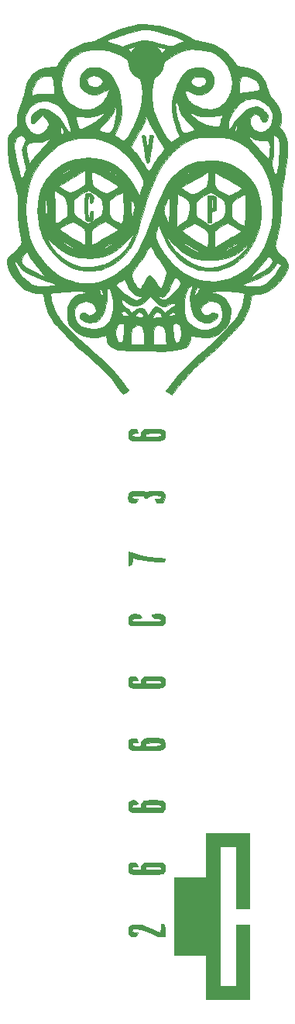
<source format=gtl>
G04 #@! TF.FileFunction,Copper,L1,Top,Signal*
%FSLAX46Y46*%
G04 Gerber Fmt 4.6, Leading zero omitted, Abs format (unit mm)*
G04 Created by KiCad (PCBNEW 4.0.5) date Saturday, July 08, 2017 'AMt' 10:16:17 AM*
%MOMM*%
%LPD*%
G01*
G04 APERTURE LIST*
%ADD10C,0.100000*%
%ADD11C,0.010000*%
%ADD12C,4.000000*%
G04 APERTURE END LIST*
D10*
D11*
G36*
X191687500Y-142761000D02*
X190227000Y-142761000D01*
X190227000Y-136030000D01*
X188449000Y-136030000D01*
X188449000Y-151270000D01*
X190227000Y-151270000D01*
X190227000Y-144539000D01*
X191687500Y-144539000D01*
X191687500Y-152730500D01*
X186925000Y-152730500D01*
X186925000Y-147904500D01*
X183496000Y-147904500D01*
X183496000Y-139395500D01*
X186925000Y-139395500D01*
X186925000Y-134569500D01*
X191687500Y-134569500D01*
X191687500Y-142761000D01*
X191687500Y-142761000D01*
G37*
X191687500Y-142761000D02*
X190227000Y-142761000D01*
X190227000Y-136030000D01*
X188449000Y-136030000D01*
X188449000Y-151270000D01*
X190227000Y-151270000D01*
X190227000Y-144539000D01*
X191687500Y-144539000D01*
X191687500Y-152730500D01*
X186925000Y-152730500D01*
X186925000Y-147904500D01*
X183496000Y-147904500D01*
X183496000Y-139395500D01*
X186925000Y-139395500D01*
X186925000Y-134569500D01*
X191687500Y-134569500D01*
X191687500Y-142761000D01*
G36*
X180927031Y-46305361D02*
X181659891Y-46429000D01*
X181848291Y-46470493D01*
X182701919Y-46687602D01*
X183467053Y-46931315D01*
X184181597Y-47215903D01*
X184883456Y-47555636D01*
X185227250Y-47742643D01*
X185423738Y-47849115D01*
X185605310Y-47935357D01*
X185795245Y-48008372D01*
X186016821Y-48075168D01*
X186293317Y-48142750D01*
X186648013Y-48218122D01*
X187104187Y-48308291D01*
X187111702Y-48309750D01*
X187686095Y-48471167D01*
X188266748Y-48725312D01*
X188805404Y-49050210D01*
X188917691Y-49132187D01*
X189248192Y-49409862D01*
X189539849Y-49720187D01*
X189823534Y-50098133D01*
X189978861Y-50334117D01*
X190219696Y-50650170D01*
X190472081Y-50849527D01*
X190751154Y-50942442D01*
X190891499Y-50952262D01*
X191432494Y-51009291D01*
X191967835Y-51170038D01*
X192459655Y-51420408D01*
X192768494Y-51650837D01*
X192993652Y-51867582D01*
X193175953Y-52092572D01*
X193327648Y-52349892D01*
X193460989Y-52663623D01*
X193588227Y-53057849D01*
X193705392Y-53492500D01*
X193786900Y-53735445D01*
X193914588Y-53979597D01*
X194104881Y-54251311D01*
X194374205Y-54576945D01*
X194398687Y-54605006D01*
X194749363Y-55079651D01*
X195011220Y-55591311D01*
X195167409Y-56106782D01*
X195171356Y-56127750D01*
X195203682Y-56359165D01*
X195204781Y-56573703D01*
X195172369Y-56823387D01*
X195131659Y-57031990D01*
X195022075Y-57555231D01*
X195259442Y-57817967D01*
X195422232Y-58024406D01*
X195565192Y-58249238D01*
X195614162Y-58346000D01*
X195747412Y-58762748D01*
X195828055Y-59284371D01*
X195856164Y-59900184D01*
X195831808Y-60599501D01*
X195755058Y-61371638D01*
X195625985Y-62205909D01*
X195587219Y-62414250D01*
X195488348Y-62945093D01*
X195408338Y-63417532D01*
X195344183Y-63859492D01*
X195292879Y-64298898D01*
X195251420Y-64763676D01*
X195216800Y-65281750D01*
X195186016Y-65881046D01*
X195166964Y-66319500D01*
X195138052Y-66931766D01*
X195104245Y-67444245D01*
X195061706Y-67884145D01*
X195006599Y-68278675D01*
X194935088Y-68655042D01*
X194843337Y-69040455D01*
X194727509Y-69462122D01*
X194720387Y-69486824D01*
X194640153Y-69789417D01*
X194576617Y-70076316D01*
X194537941Y-70307890D01*
X194530000Y-70411017D01*
X194589171Y-70716167D01*
X194767936Y-71039796D01*
X195068167Y-71384829D01*
X195277892Y-71577991D01*
X195569798Y-71850505D01*
X195764942Y-72086295D01*
X195878101Y-72309356D01*
X195924057Y-72543685D01*
X195927000Y-72631899D01*
X195904086Y-72863708D01*
X195828295Y-73104569D01*
X195689053Y-73376797D01*
X195475788Y-73702710D01*
X195314742Y-73924151D01*
X194844052Y-74501594D01*
X194378192Y-74960835D01*
X193905226Y-75309561D01*
X193413215Y-75555457D01*
X192890222Y-75706210D01*
X192460140Y-75762204D01*
X191940516Y-75798874D01*
X191765333Y-76631312D01*
X191679955Y-77013579D01*
X191596809Y-77316641D01*
X191499270Y-77586886D01*
X191370715Y-77870701D01*
X191205323Y-78194000D01*
X191094032Y-78402741D01*
X190993456Y-78580850D01*
X190891622Y-78742922D01*
X190776558Y-78903553D01*
X190636293Y-79077340D01*
X190458854Y-79278879D01*
X190232269Y-79522765D01*
X189944567Y-79823596D01*
X189583775Y-80195967D01*
X189452622Y-80330878D01*
X188754195Y-81034609D01*
X188114088Y-81648483D01*
X187517422Y-82186421D01*
X187037000Y-82591349D01*
X186300149Y-83222206D01*
X185588759Y-83890003D01*
X184921307Y-84575093D01*
X184316271Y-85257827D01*
X183792127Y-85918557D01*
X183455257Y-86400009D01*
X183337603Y-86563907D01*
X183239463Y-86672418D01*
X183195250Y-86699027D01*
X183110814Y-86663812D01*
X182964009Y-86575527D01*
X182860205Y-86505033D01*
X182588661Y-86312729D01*
X182878917Y-85897514D01*
X183718378Y-84794829D01*
X184668488Y-83731476D01*
X185734366Y-82702031D01*
X186584590Y-81972036D01*
X187258029Y-81398452D01*
X187935125Y-80776031D01*
X188642138Y-80080271D01*
X188947355Y-79767503D01*
X189321779Y-79378234D01*
X189619659Y-79063603D01*
X189853841Y-78808033D01*
X190037170Y-78595948D01*
X190182493Y-78411773D01*
X190302654Y-78239930D01*
X190410500Y-78064843D01*
X190518876Y-77870937D01*
X190532988Y-77844807D01*
X190700090Y-77518991D01*
X190823148Y-77232776D01*
X190919945Y-76936716D01*
X191008266Y-76581364D01*
X191040472Y-76433808D01*
X191205929Y-75657752D01*
X190743130Y-75554789D01*
X190366368Y-75487843D01*
X189933379Y-75438473D01*
X189469818Y-75406886D01*
X189001338Y-75393292D01*
X188553593Y-75397897D01*
X188152238Y-75420911D01*
X187822925Y-75462542D01*
X187591310Y-75522997D01*
X187576750Y-75529098D01*
X187481351Y-75573913D01*
X187459641Y-75602754D01*
X187526945Y-75624207D01*
X187698584Y-75646861D01*
X187808871Y-75659174D01*
X188291386Y-75759167D01*
X188695724Y-75949295D01*
X189034896Y-76239021D01*
X189321915Y-76637804D01*
X189428382Y-76836731D01*
X189554724Y-77110625D01*
X189626967Y-77326549D01*
X189658526Y-77534102D01*
X189663587Y-77706426D01*
X189608875Y-78202896D01*
X189457465Y-78708827D01*
X189225792Y-79184187D01*
X188930294Y-79588947D01*
X188860519Y-79662380D01*
X188413064Y-80022182D01*
X187899768Y-80279276D01*
X187333370Y-80430721D01*
X186726613Y-80473576D01*
X186092238Y-80404899D01*
X185865145Y-80353740D01*
X185627538Y-80298721D01*
X185436898Y-80265226D01*
X185326599Y-80258809D01*
X185315238Y-80262238D01*
X185279956Y-80341968D01*
X185259513Y-80499578D01*
X185257605Y-80563122D01*
X185209582Y-80883244D01*
X185082973Y-81186499D01*
X184899036Y-81427356D01*
X184825780Y-81487967D01*
X184651015Y-81582609D01*
X184398888Y-81668783D01*
X184056927Y-81749442D01*
X183612659Y-81827538D01*
X183068250Y-81904144D01*
X182731541Y-81942770D01*
X182424801Y-81965229D01*
X182110487Y-81972202D01*
X181751059Y-81964371D01*
X181308976Y-81942416D01*
X181226750Y-81937559D01*
X180752509Y-81914448D01*
X180211505Y-81896633D01*
X179663571Y-81885611D01*
X179168538Y-81882877D01*
X179067750Y-81883585D01*
X178383592Y-81878492D01*
X177813097Y-81846796D01*
X177345285Y-81786250D01*
X176969178Y-81694607D01*
X176673795Y-81569620D01*
X176448156Y-81409040D01*
X176372876Y-81331963D01*
X176258548Y-81189642D01*
X176185085Y-81053634D01*
X176137801Y-80883190D01*
X176102010Y-80637564D01*
X176092529Y-80554130D01*
X176066242Y-80377825D01*
X176036215Y-80261362D01*
X176025797Y-80242630D01*
X175950351Y-80240564D01*
X175794257Y-80273594D01*
X175655333Y-80314377D01*
X175068968Y-80446059D01*
X174480986Y-80469891D01*
X173908018Y-80392221D01*
X173366694Y-80219396D01*
X172873646Y-79957764D01*
X172682825Y-79804403D01*
X177091135Y-79804403D01*
X177093557Y-80123207D01*
X177128137Y-80424419D01*
X177190192Y-80680544D01*
X177275036Y-80864086D01*
X177372742Y-80946251D01*
X177521168Y-80965963D01*
X177639000Y-80966085D01*
X177739298Y-80941538D01*
X177806202Y-80862299D01*
X177862749Y-80696796D01*
X177877838Y-80638750D01*
X177913055Y-80439161D01*
X177916033Y-80411615D01*
X178782000Y-80411615D01*
X178782000Y-81242000D01*
X180179000Y-81242000D01*
X181195000Y-81242000D01*
X182607981Y-81242000D01*
X182579305Y-80527625D01*
X182546317Y-80079959D01*
X182483599Y-79738718D01*
X182384458Y-79485436D01*
X182242203Y-79301643D01*
X182096120Y-79194125D01*
X182065223Y-79181668D01*
X183302727Y-79181668D01*
X183308960Y-79431887D01*
X183335732Y-79738405D01*
X183378406Y-80067648D01*
X183432345Y-80386038D01*
X183492912Y-80660001D01*
X183555471Y-80855961D01*
X183582306Y-80908625D01*
X183657834Y-81013272D01*
X183727959Y-81041392D01*
X183837125Y-80997176D01*
X183933050Y-80941688D01*
X184086515Y-80800710D01*
X184183374Y-80584750D01*
X184226936Y-80280197D01*
X184220506Y-79873443D01*
X184214040Y-79785158D01*
X184186826Y-79523280D01*
X184152549Y-79300107D01*
X184117444Y-79154018D01*
X184107835Y-79131244D01*
X183990647Y-79008572D01*
X183816432Y-78927362D01*
X183623863Y-78893020D01*
X183451615Y-78910955D01*
X183338363Y-78986573D01*
X183321670Y-79021326D01*
X183302727Y-79181668D01*
X182065223Y-79181668D01*
X181836649Y-79089513D01*
X181621121Y-79103929D01*
X181449650Y-79237201D01*
X181322352Y-79489158D01*
X181239343Y-79859631D01*
X181200736Y-80348447D01*
X181197787Y-80527625D01*
X181195000Y-81242000D01*
X180179000Y-81242000D01*
X180179000Y-80586775D01*
X180159423Y-80070560D01*
X180099051Y-79670992D01*
X179995421Y-79383641D01*
X179846068Y-79204078D01*
X179648529Y-79127873D01*
X179400341Y-79150595D01*
X179382887Y-79155255D01*
X179170393Y-79248822D01*
X178976327Y-79387430D01*
X178961629Y-79401601D01*
X178888568Y-79478322D01*
X178838613Y-79552791D01*
X178807373Y-79649707D01*
X178790454Y-79793765D01*
X178783464Y-80009662D01*
X178782012Y-80322095D01*
X178782000Y-80411615D01*
X177916033Y-80411615D01*
X177943638Y-80156315D01*
X177965487Y-79833951D01*
X177973088Y-79622750D01*
X177988250Y-78924250D01*
X177734250Y-78908034D01*
X177490382Y-78925626D01*
X177316948Y-79024521D01*
X177198660Y-79219471D01*
X177125557Y-79495504D01*
X177091135Y-79804403D01*
X172682825Y-79804403D01*
X172445503Y-79613671D01*
X172098897Y-79193465D01*
X171929880Y-78892500D01*
X171853139Y-78714370D01*
X171804474Y-78548559D01*
X171777744Y-78357153D01*
X171766804Y-78102237D01*
X171765250Y-77876500D01*
X171766849Y-77738522D01*
X172523475Y-77738522D01*
X172529674Y-77981540D01*
X172655251Y-78368772D01*
X172847843Y-78735985D01*
X173084899Y-79047593D01*
X173343869Y-79268009D01*
X173345485Y-79269010D01*
X173659232Y-79405686D01*
X174056277Y-79491556D01*
X174502270Y-79523652D01*
X174962863Y-79499004D01*
X175309143Y-79438718D01*
X175750283Y-79274381D01*
X176120515Y-79005293D01*
X176420605Y-78630740D01*
X176549053Y-78370127D01*
X181046326Y-78370127D01*
X181063162Y-78399777D01*
X181155613Y-78388379D01*
X181339024Y-78342621D01*
X181569736Y-78292625D01*
X181784184Y-78262013D01*
X181865005Y-78257500D01*
X182035285Y-78243745D01*
X182102786Y-78187065D01*
X182080452Y-78072644D01*
X182846000Y-78072644D01*
X182900432Y-78117869D01*
X183038433Y-78128304D01*
X183222060Y-78106091D01*
X183413371Y-78053370D01*
X183451289Y-78038490D01*
X183594090Y-77963323D01*
X183668467Y-77893909D01*
X183671500Y-77881974D01*
X183618189Y-77801404D01*
X183493851Y-77726120D01*
X183351879Y-77686878D01*
X183331296Y-77686000D01*
X183226871Y-77724461D01*
X183085653Y-77817636D01*
X182949454Y-77932213D01*
X182860085Y-78034881D01*
X182846000Y-78072644D01*
X182080452Y-78072644D01*
X182078830Y-78064337D01*
X182020484Y-77939969D01*
X181882061Y-77733719D01*
X181736568Y-77650305D01*
X181581255Y-77683187D01*
X181461420Y-77782293D01*
X181312289Y-77951946D01*
X181166729Y-78151945D01*
X181081085Y-78294996D01*
X181046326Y-78370127D01*
X176549053Y-78370127D01*
X176630822Y-78204223D01*
X176649043Y-78138321D01*
X179273018Y-78138321D01*
X179276047Y-78141947D01*
X179381808Y-78193277D01*
X179562035Y-78238797D01*
X179764252Y-78268903D01*
X179935981Y-78273993D01*
X179972625Y-78269412D01*
X180089348Y-78203538D01*
X180115500Y-78129812D01*
X180070593Y-78006329D01*
X179960518Y-77855595D01*
X179822239Y-77717709D01*
X179692724Y-77632769D01*
X179647812Y-77622500D01*
X179558849Y-77668496D01*
X179449659Y-77781123D01*
X179347471Y-77922333D01*
X179279514Y-78054081D01*
X179273018Y-78138321D01*
X176649043Y-78138321D01*
X176726761Y-77857236D01*
X176743226Y-77737632D01*
X177682729Y-77737632D01*
X177690471Y-77868967D01*
X177794876Y-77998994D01*
X177922545Y-78070078D01*
X178092649Y-78114744D01*
X178267960Y-78125505D01*
X178406032Y-78103981D01*
X178464421Y-78051794D01*
X178464500Y-78049379D01*
X178415430Y-77904412D01*
X178295771Y-77749952D01*
X178146842Y-77636546D01*
X178115656Y-77622654D01*
X177907704Y-77585787D01*
X177759268Y-77633675D01*
X177682729Y-77737632D01*
X176743226Y-77737632D01*
X176785590Y-77429899D01*
X176805380Y-76963895D01*
X176784201Y-76500904D01*
X176774714Y-76436574D01*
X177714564Y-76436574D01*
X177743328Y-76664152D01*
X177863227Y-76890908D01*
X178046995Y-77070085D01*
X178103865Y-77104155D01*
X178260487Y-77209947D01*
X178449666Y-77370350D01*
X178573841Y-77492173D01*
X178841932Y-77774596D01*
X179081841Y-77569456D01*
X179399575Y-77336572D01*
X179676879Y-77221578D01*
X179922733Y-77225373D01*
X180146115Y-77348854D01*
X180356006Y-77592918D01*
X180426032Y-77703765D01*
X180537125Y-77887299D01*
X180620591Y-78017893D01*
X180658096Y-78067000D01*
X180695557Y-78016554D01*
X180776015Y-77885430D01*
X180863975Y-77733625D01*
X180999665Y-77514839D01*
X181143981Y-77312844D01*
X181222934Y-77218417D01*
X181390817Y-77092754D01*
X181573007Y-77070940D01*
X181782157Y-77156017D01*
X182030920Y-77351028D01*
X182117258Y-77433489D01*
X182281087Y-77589536D01*
X182410742Y-77702462D01*
X182479735Y-77749291D01*
X182481563Y-77749500D01*
X182544768Y-77706331D01*
X182664224Y-77594162D01*
X182787763Y-77465394D01*
X183036570Y-77243299D01*
X183264784Y-77140958D01*
X183269907Y-77139967D01*
X183402828Y-77103550D01*
X183491784Y-77034945D01*
X183556635Y-76913045D01*
X184571766Y-76913045D01*
X184573314Y-77330170D01*
X184605196Y-77776181D01*
X184668497Y-78127903D01*
X184774868Y-78416499D01*
X184935961Y-78673133D01*
X185163425Y-78928967D01*
X185175620Y-78941172D01*
X185600602Y-79281679D01*
X186069912Y-79505229D01*
X186574017Y-79609877D01*
X187103384Y-79593679D01*
X187648480Y-79454690D01*
X187664432Y-79448806D01*
X188040444Y-79255505D01*
X188362059Y-78986610D01*
X188597558Y-78670305D01*
X188642610Y-78579648D01*
X188747894Y-78202510D01*
X188760614Y-77788378D01*
X188685900Y-77377168D01*
X188528881Y-77008796D01*
X188420714Y-76852662D01*
X188208648Y-76671056D01*
X187933282Y-76537035D01*
X187656585Y-76480081D01*
X187636842Y-76479737D01*
X187326848Y-76529555D01*
X187012194Y-76664401D01*
X186726258Y-76861538D01*
X186502420Y-77098231D01*
X186378312Y-77336962D01*
X186387189Y-77501624D01*
X186481294Y-77688946D01*
X186634463Y-77860587D01*
X186814100Y-77975571D01*
X187056527Y-78053380D01*
X187232399Y-78045660D01*
X187372073Y-77948962D01*
X187406655Y-77908250D01*
X187579091Y-77781653D01*
X187795096Y-77748541D01*
X188010294Y-77810774D01*
X188104526Y-77878973D01*
X188201431Y-77970941D01*
X188234472Y-78036858D01*
X188214474Y-78131923D01*
X188175778Y-78242313D01*
X188044920Y-78444664D01*
X187820015Y-78623482D01*
X187533693Y-78764279D01*
X187218586Y-78852568D01*
X186907323Y-78873860D01*
X186785953Y-78859407D01*
X186398802Y-78725518D01*
X186037232Y-78482721D01*
X185723248Y-78149055D01*
X185515447Y-77817798D01*
X185330849Y-77337416D01*
X185223377Y-76793668D01*
X185196095Y-76226357D01*
X185205856Y-76130250D01*
X185629305Y-76130250D01*
X185812011Y-75876250D01*
X185961628Y-75659792D01*
X186109933Y-75432538D01*
X186145545Y-75375212D01*
X186234697Y-75221616D01*
X186259659Y-75135647D01*
X186224178Y-75077636D01*
X186177129Y-75040981D01*
X186057436Y-74980294D01*
X185991817Y-74974731D01*
X185933578Y-75046354D01*
X185860451Y-75209841D01*
X185783841Y-75432808D01*
X185715151Y-75682870D01*
X185674345Y-75876250D01*
X185629305Y-76130250D01*
X185205856Y-76130250D01*
X185252067Y-75675285D01*
X185326943Y-75368813D01*
X185405204Y-75083161D01*
X185427780Y-74902195D01*
X185392753Y-74815541D01*
X185298204Y-74812828D01*
X185228983Y-74839264D01*
X185061954Y-74978455D01*
X184911318Y-75225312D01*
X184782028Y-75561018D01*
X184679037Y-75966754D01*
X184607298Y-76423702D01*
X184571766Y-76913045D01*
X183556635Y-76913045D01*
X183561851Y-76903241D01*
X183633810Y-76691356D01*
X183647742Y-76625789D01*
X183622052Y-76603854D01*
X183535832Y-76629668D01*
X183368173Y-76707350D01*
X183245414Y-76767848D01*
X182849432Y-76948653D01*
X182528332Y-77049656D01*
X182255268Y-77067082D01*
X182003390Y-76997155D01*
X181745851Y-76836098D01*
X181455803Y-76580135D01*
X181379649Y-76505433D01*
X180943670Y-76072011D01*
X181763068Y-76072011D01*
X181811277Y-76162829D01*
X181941125Y-76252679D01*
X182235949Y-76345284D01*
X182539068Y-76315186D01*
X182820597Y-76172945D01*
X183021778Y-76005158D01*
X183266385Y-75768985D01*
X183525773Y-75495619D01*
X183771298Y-75216253D01*
X183974315Y-74962081D01*
X184093347Y-74786954D01*
X184114542Y-74742208D01*
X191056029Y-74742208D01*
X191101000Y-74787001D01*
X191252020Y-74837059D01*
X191291500Y-74850205D01*
X191389724Y-74863004D01*
X191586230Y-74874226D01*
X191852303Y-74882644D01*
X192152157Y-74886986D01*
X192486322Y-74886882D01*
X192725258Y-74878384D01*
X192900679Y-74856921D01*
X193044297Y-74817925D01*
X193187826Y-74756827D01*
X193243057Y-74729799D01*
X193456398Y-74592091D01*
X193719313Y-74375408D01*
X194007969Y-74104411D01*
X194298531Y-73803759D01*
X194567164Y-73498114D01*
X194790035Y-73212136D01*
X194943151Y-72970786D01*
X195132843Y-72608480D01*
X194965025Y-72440661D01*
X194840946Y-72341428D01*
X194746219Y-72308169D01*
X194733163Y-72312423D01*
X194670169Y-72385347D01*
X194570310Y-72535535D01*
X194471504Y-72702160D01*
X194229163Y-73023145D01*
X193870849Y-73341208D01*
X193407528Y-73649548D01*
X192850168Y-73941366D01*
X192209737Y-74209863D01*
X191816385Y-74348328D01*
X191504937Y-74461777D01*
X191265951Y-74570417D01*
X191112093Y-74666483D01*
X191056029Y-74742208D01*
X184114542Y-74742208D01*
X184188451Y-74586179D01*
X184195674Y-74427154D01*
X184106192Y-74278105D01*
X183911178Y-74107256D01*
X183902778Y-74100831D01*
X183734247Y-73984857D01*
X183603604Y-73937645D01*
X183495974Y-73969939D01*
X183396484Y-74092480D01*
X183290263Y-74316010D01*
X183170209Y-74629941D01*
X182980435Y-75101658D01*
X182792902Y-75464101D01*
X182597748Y-75734418D01*
X182453472Y-75876205D01*
X182287746Y-75990810D01*
X182129673Y-76025195D01*
X182007727Y-76015940D01*
X181830163Y-76017318D01*
X181763068Y-76072011D01*
X180943670Y-76072011D01*
X180881920Y-76010624D01*
X180470716Y-76405482D01*
X180172591Y-76670446D01*
X179913924Y-76845036D01*
X179663524Y-76944414D01*
X179390197Y-76983741D01*
X179276164Y-76986105D01*
X178998114Y-76959957D01*
X178720339Y-76875958D01*
X178412792Y-76722186D01*
X178083500Y-76512773D01*
X177734250Y-76275082D01*
X177714564Y-76436574D01*
X176774714Y-76436574D01*
X176727473Y-76116277D01*
X176637947Y-75756666D01*
X176538297Y-75462858D01*
X176435450Y-75245631D01*
X176336333Y-75115766D01*
X176247871Y-75084042D01*
X176176992Y-75161239D01*
X176155023Y-75225375D01*
X176138148Y-75350042D01*
X176124867Y-75564975D01*
X176117093Y-75833450D01*
X176115867Y-75977217D01*
X176083482Y-76492688D01*
X175993485Y-77007718D01*
X175854447Y-77498203D01*
X175674937Y-77940040D01*
X175463524Y-78309123D01*
X175228777Y-78581350D01*
X175173982Y-78626513D01*
X174935343Y-78745247D01*
X174620541Y-78814835D01*
X174271820Y-78832062D01*
X173931422Y-78793712D01*
X173731655Y-78736325D01*
X173474340Y-78601015D01*
X173283081Y-78428207D01*
X173168879Y-78239131D01*
X173142731Y-78055017D01*
X173215637Y-77897096D01*
X173271629Y-77848350D01*
X173501811Y-77755811D01*
X173735493Y-77780296D01*
X173937038Y-77916048D01*
X174061186Y-78024758D01*
X174193273Y-78059754D01*
X174347436Y-78048253D01*
X174628656Y-77962266D01*
X174816647Y-77796973D01*
X174903407Y-77560534D01*
X174908500Y-77476051D01*
X174849741Y-77164311D01*
X174686033Y-76897030D01*
X174436225Y-76690337D01*
X174119170Y-76560364D01*
X173793949Y-76522298D01*
X173526094Y-76544380D01*
X173305867Y-76618598D01*
X173089074Y-76764859D01*
X172921370Y-76915334D01*
X172734266Y-77153200D01*
X172596101Y-77442657D01*
X172523475Y-77738522D01*
X171766849Y-77738522D01*
X171768935Y-77558689D01*
X171784208Y-77329402D01*
X171817395Y-77150269D01*
X171874820Y-76982923D01*
X171934806Y-76848022D01*
X172145120Y-76497243D01*
X172421983Y-76175135D01*
X172730228Y-75918980D01*
X172908250Y-75815933D01*
X173112779Y-75744120D01*
X173377137Y-75684570D01*
X173575000Y-75657488D01*
X173792310Y-75635968D01*
X173900108Y-75615884D01*
X173915489Y-75588705D01*
X173855551Y-75545899D01*
X173829000Y-75530741D01*
X173647272Y-75467883D01*
X173364340Y-75428937D01*
X172975253Y-75413834D01*
X172475062Y-75422504D01*
X171858815Y-75454880D01*
X171306036Y-75495601D01*
X170901708Y-75528882D01*
X170542400Y-75559573D01*
X170246565Y-75586005D01*
X170032655Y-75606510D01*
X169919122Y-75619419D01*
X169905801Y-75622182D01*
X169911483Y-75686138D01*
X169940132Y-75849588D01*
X169987132Y-76088054D01*
X170047866Y-76377063D01*
X170050168Y-76387720D01*
X170143634Y-76781976D01*
X170243193Y-77103772D01*
X170368440Y-77406927D01*
X170538974Y-77745260D01*
X170556181Y-77777355D01*
X170657369Y-77961428D01*
X170754472Y-78124559D01*
X170859179Y-78280528D01*
X170983178Y-78443116D01*
X171138159Y-78626102D01*
X171335812Y-78843268D01*
X171587825Y-79108394D01*
X171905887Y-79435261D01*
X172301689Y-79837649D01*
X172316814Y-79852986D01*
X173003004Y-80535162D01*
X173645089Y-81146034D01*
X174232015Y-81675328D01*
X174718000Y-82084816D01*
X175743653Y-82982524D01*
X176719155Y-83973694D01*
X177583104Y-84988500D01*
X177833444Y-85310429D01*
X178057524Y-85607925D01*
X178243533Y-85864496D01*
X178379660Y-86063649D01*
X178454095Y-86188893D01*
X178464500Y-86219265D01*
X178417355Y-86268191D01*
X178300498Y-86359944D01*
X178150794Y-86468281D01*
X178005108Y-86566963D01*
X177900305Y-86629748D01*
X177874122Y-86639500D01*
X177826470Y-86591294D01*
X177734865Y-86467954D01*
X177667931Y-86369625D01*
X177177569Y-85687750D01*
X176590225Y-84973147D01*
X175924517Y-84245677D01*
X175199060Y-83525207D01*
X174432473Y-82831599D01*
X174051250Y-82510658D01*
X173487644Y-82033568D01*
X172932780Y-81533222D01*
X172360580Y-80985196D01*
X171744963Y-80365064D01*
X171594824Y-80210015D01*
X171211833Y-79811633D01*
X170905325Y-79488593D01*
X170662749Y-79225674D01*
X170471551Y-79007655D01*
X170319178Y-78819317D01*
X170193078Y-78645437D01*
X170080699Y-78470797D01*
X169969486Y-78280174D01*
X169899539Y-78154416D01*
X169720714Y-77817914D01*
X169592308Y-77539214D01*
X169496003Y-77269327D01*
X169413485Y-76959264D01*
X169355853Y-76700246D01*
X169290073Y-76392176D01*
X169231259Y-76118660D01*
X169185911Y-75909799D01*
X169160802Y-75796875D01*
X169122487Y-75708660D01*
X169037249Y-75666041D01*
X168868536Y-75653247D01*
X168827165Y-75652897D01*
X168451503Y-75622244D01*
X168025535Y-75541702D01*
X167609011Y-75424758D01*
X167319618Y-75312629D01*
X167272898Y-75285588D01*
X175314296Y-75285588D01*
X175333337Y-75428258D01*
X175399196Y-75611709D01*
X175512113Y-75816530D01*
X175528869Y-75841669D01*
X175638750Y-76003250D01*
X175658642Y-75725869D01*
X175654406Y-75515027D01*
X175593040Y-75366038D01*
X175535658Y-75296403D01*
X175415698Y-75200248D01*
X175341830Y-75203114D01*
X175314296Y-75285588D01*
X167272898Y-75285588D01*
X166975175Y-75113273D01*
X166631099Y-74826509D01*
X166273690Y-74439690D01*
X166007064Y-74101044D01*
X165702901Y-73672426D01*
X165481801Y-73306151D01*
X165332988Y-72978982D01*
X165245691Y-72667680D01*
X165210925Y-72383750D01*
X165211148Y-72244913D01*
X166021427Y-72244913D01*
X166060534Y-72431592D01*
X166175447Y-72718214D01*
X166179859Y-72727723D01*
X166463754Y-73231971D01*
X166839942Y-73738548D01*
X167280184Y-74209767D01*
X167314893Y-74242535D01*
X167616586Y-74495973D01*
X167908754Y-74668502D01*
X168238720Y-74782727D01*
X168590250Y-74851788D01*
X168783977Y-74867552D01*
X169053738Y-74871388D01*
X169365885Y-74864907D01*
X169686771Y-74849714D01*
X169982747Y-74827418D01*
X170220165Y-74799627D01*
X170365377Y-74767947D01*
X170368250Y-74766838D01*
X170542667Y-74697699D01*
X177131000Y-74697699D01*
X177173860Y-74789397D01*
X177287249Y-74941945D01*
X177448379Y-75130050D01*
X177634462Y-75328418D01*
X177822711Y-75511754D01*
X177990338Y-75654764D01*
X177999438Y-75661657D01*
X178392336Y-75938041D01*
X178750217Y-76153656D01*
X179058460Y-76301339D01*
X179302443Y-76373925D01*
X179447916Y-76371366D01*
X179578525Y-76313860D01*
X179753227Y-76214530D01*
X179813041Y-76176258D01*
X179955782Y-76079260D01*
X180041212Y-76016308D01*
X180052000Y-76005395D01*
X179995209Y-75997774D01*
X179851663Y-75993227D01*
X179768586Y-75992666D01*
X179432898Y-75931297D01*
X179103392Y-75755341D01*
X178793143Y-75477024D01*
X178515225Y-75108571D01*
X178282714Y-74662207D01*
X178243660Y-74566827D01*
X178132255Y-74312983D01*
X178039240Y-74171418D01*
X177961225Y-74130000D01*
X177861580Y-74164085D01*
X177703131Y-74251485D01*
X177518468Y-74369915D01*
X177340181Y-74497088D01*
X177200861Y-74610722D01*
X177133098Y-74688530D01*
X177131000Y-74697699D01*
X170542667Y-74697699D01*
X170558750Y-74691324D01*
X170378703Y-74596293D01*
X170256495Y-74543620D01*
X170039341Y-74461596D01*
X169753244Y-74359605D01*
X169424208Y-74247028D01*
X169252885Y-74190087D01*
X168579707Y-73954671D01*
X168017731Y-73725421D01*
X167552039Y-73493584D01*
X167167713Y-73250408D01*
X166849834Y-72987141D01*
X166583484Y-72695030D01*
X166487809Y-72567838D01*
X166291317Y-72319638D01*
X166143580Y-72185425D01*
X166051363Y-72161687D01*
X166021427Y-72244913D01*
X165211148Y-72244913D01*
X165211422Y-72075121D01*
X165215250Y-72058100D01*
X166738500Y-72058100D01*
X166778045Y-72212497D01*
X166825101Y-72303131D01*
X166994346Y-72516930D01*
X167263710Y-72745542D01*
X167640058Y-72993828D01*
X168130258Y-73266651D01*
X168330730Y-73369204D01*
X168686745Y-73544540D01*
X168944477Y-73662523D01*
X169116542Y-73727683D01*
X169215560Y-73744551D01*
X169254148Y-73717657D01*
X169255819Y-73701375D01*
X169216462Y-73637430D01*
X169109928Y-73497515D01*
X168952088Y-73301738D01*
X168758815Y-73070211D01*
X168742089Y-73050500D01*
X168493695Y-72745852D01*
X168231081Y-72403585D01*
X167991124Y-72072671D01*
X167857512Y-71875750D01*
X167695413Y-71627748D01*
X167551782Y-71409840D01*
X167445240Y-71250170D01*
X167402042Y-71187207D01*
X167352742Y-71134718D01*
X167298941Y-71138442D01*
X167219814Y-71212965D01*
X167094535Y-71372873D01*
X167048348Y-71434939D01*
X166866507Y-71697104D01*
X166765606Y-71895564D01*
X166738500Y-72058100D01*
X165215250Y-72058100D01*
X165265654Y-71834028D01*
X165390896Y-71626965D01*
X165604426Y-71420424D01*
X165776468Y-71286977D01*
X166121843Y-71000470D01*
X166417891Y-70694308D01*
X166637343Y-70398151D01*
X166701638Y-70280700D01*
X166743814Y-70183151D01*
X166767675Y-70087512D01*
X166772258Y-69968375D01*
X166756598Y-69800332D01*
X166719732Y-69557975D01*
X166661395Y-69219871D01*
X166564551Y-68665429D01*
X166488420Y-68214627D01*
X166430932Y-67846165D01*
X166390019Y-67538744D01*
X166363611Y-67271064D01*
X166349639Y-67021824D01*
X166346035Y-66769725D01*
X166349369Y-66573500D01*
X167267668Y-66573500D01*
X167312139Y-67642677D01*
X167448066Y-68629634D01*
X167679226Y-69544022D01*
X168009394Y-70395495D01*
X168442344Y-71193706D01*
X168981852Y-71948308D01*
X169631692Y-72668953D01*
X169664105Y-72701250D01*
X170164133Y-73166843D01*
X170638059Y-73538606D01*
X171116535Y-73836323D01*
X171630214Y-74079776D01*
X172034332Y-74230954D01*
X172733190Y-74432794D01*
X173389314Y-74540896D01*
X174041010Y-74559307D01*
X174634030Y-74505537D01*
X175422572Y-74342365D01*
X176172013Y-74074581D01*
X176892306Y-73696818D01*
X177095352Y-73554008D01*
X178814736Y-73554008D01*
X178817907Y-73758777D01*
X178891788Y-74035634D01*
X179027695Y-74357542D01*
X179141892Y-74572419D01*
X179337855Y-74878908D01*
X179508483Y-75066765D01*
X179660534Y-75140234D01*
X179800766Y-75103559D01*
X179878112Y-75034875D01*
X179948139Y-74930616D01*
X180053580Y-74742670D01*
X180177054Y-74502853D01*
X180245004Y-74363209D01*
X180419708Y-74028979D01*
X180577338Y-73810670D01*
X180728589Y-73708729D01*
X180884155Y-73723605D01*
X181054731Y-73855746D01*
X181251011Y-74105601D01*
X181447713Y-74413620D01*
X181639239Y-74716931D01*
X181788553Y-74915441D01*
X181908240Y-75018919D01*
X182010886Y-75037134D01*
X182109075Y-74979853D01*
X182138889Y-74950113D01*
X182210635Y-74828601D01*
X182296216Y-74617715D01*
X182386913Y-74348532D01*
X182474009Y-74052128D01*
X182548786Y-73759578D01*
X182602527Y-73501958D01*
X182626514Y-73310343D01*
X182620876Y-73231944D01*
X182572279Y-73137017D01*
X182463868Y-72957059D01*
X182307990Y-72711547D01*
X182116993Y-72419959D01*
X181921106Y-72128090D01*
X181696156Y-71791167D01*
X181483610Y-71462771D01*
X181299312Y-71168133D01*
X181159104Y-70932481D01*
X181089665Y-70804065D01*
X180993670Y-70618900D01*
X180917223Y-70490568D01*
X180880146Y-70449002D01*
X180836067Y-70501051D01*
X180742004Y-70641043D01*
X180612035Y-70847263D01*
X180469259Y-71082836D01*
X180291046Y-71367947D01*
X180061158Y-71715407D01*
X179805530Y-72087041D01*
X179550097Y-72444671D01*
X179472149Y-72550576D01*
X179259479Y-72844046D01*
X179073516Y-73113926D01*
X178928210Y-73338926D01*
X178837508Y-73497757D01*
X178814736Y-73554008D01*
X177095352Y-73554008D01*
X177593406Y-73203709D01*
X178285269Y-72589888D01*
X178401000Y-72474847D01*
X178642497Y-72222544D01*
X178865082Y-71968810D01*
X179074054Y-71703289D01*
X179274713Y-71415625D01*
X179472359Y-71095459D01*
X179672290Y-70732435D01*
X179879808Y-70316197D01*
X180100210Y-69836387D01*
X180338797Y-69282648D01*
X180600867Y-68644623D01*
X180891722Y-67911956D01*
X181216660Y-67074290D01*
X181372990Y-66666660D01*
X181394002Y-66612282D01*
X182338000Y-66612282D01*
X182361369Y-66762222D01*
X182424656Y-66994614D01*
X182517627Y-67275235D01*
X182607875Y-67514910D01*
X182877750Y-68192750D01*
X182917075Y-67716500D01*
X182932639Y-67463706D01*
X182945922Y-67127772D01*
X182955512Y-66752555D01*
X182959993Y-66383000D01*
X182958061Y-66036849D01*
X182950194Y-65710079D01*
X182937614Y-65437308D01*
X182921542Y-65253155D01*
X182919645Y-65240000D01*
X182875704Y-64954250D01*
X182606852Y-65670872D01*
X182500229Y-65973614D01*
X182413612Y-66254843D01*
X182356451Y-66481469D01*
X182338000Y-66612282D01*
X181394002Y-66612282D01*
X181642792Y-65968430D01*
X181879253Y-65375953D01*
X182090268Y-64874867D01*
X182283730Y-64450805D01*
X182457030Y-64110052D01*
X184243319Y-64110052D01*
X184252938Y-64159415D01*
X184330297Y-64229961D01*
X184490531Y-64336193D01*
X184699055Y-64462904D01*
X185003292Y-64643328D01*
X185225340Y-64763987D01*
X185392097Y-64830148D01*
X185530463Y-64847076D01*
X185667334Y-64820039D01*
X185829610Y-64754300D01*
X185936125Y-64705098D01*
X186332105Y-64501909D01*
X186661544Y-64295015D01*
X186907168Y-64096886D01*
X187051705Y-63919993D01*
X187066707Y-63888872D01*
X187107524Y-63738383D01*
X187147496Y-63503439D01*
X187873094Y-63503439D01*
X187893425Y-63782143D01*
X187946099Y-63987534D01*
X188040127Y-64146047D01*
X188184524Y-64284121D01*
X188300132Y-64368875D01*
X188530257Y-64518792D01*
X188784189Y-64670060D01*
X189032946Y-64807054D01*
X189247549Y-64914149D01*
X189399020Y-64975723D01*
X189442095Y-64984557D01*
X189531093Y-64957028D01*
X189705210Y-64881313D01*
X189937820Y-64769582D01*
X190157992Y-64657296D01*
X190417795Y-64517642D01*
X190637771Y-64392339D01*
X190791931Y-64296630D01*
X190851179Y-64250713D01*
X190853766Y-64203550D01*
X190795556Y-64131905D01*
X190668720Y-64030737D01*
X190465431Y-63895007D01*
X190177859Y-63719674D01*
X189798178Y-63499701D01*
X189318558Y-63230046D01*
X188942000Y-63021605D01*
X187894250Y-62444280D01*
X187876093Y-63124982D01*
X187873094Y-63503439D01*
X187147496Y-63503439D01*
X187148170Y-63499479D01*
X187182778Y-63210618D01*
X187198468Y-63025580D01*
X187244965Y-62366910D01*
X186966357Y-62526652D01*
X186825436Y-62607229D01*
X186596091Y-62738110D01*
X186300274Y-62906778D01*
X185959937Y-63100719D01*
X185597033Y-63307415D01*
X185544750Y-63337185D01*
X185193758Y-63537671D01*
X184874992Y-63720959D01*
X184606975Y-63876301D01*
X184408231Y-63992948D01*
X184297285Y-64060152D01*
X184286305Y-64067367D01*
X184243319Y-64110052D01*
X182457030Y-64110052D01*
X182467533Y-64089402D01*
X182649572Y-63776295D01*
X182837740Y-63497117D01*
X183039932Y-63237504D01*
X183264041Y-62983091D01*
X183296788Y-62949098D01*
X184439064Y-62949098D01*
X184516353Y-62930324D01*
X184655619Y-62869679D01*
X184833610Y-62779245D01*
X185027073Y-62671103D01*
X185212755Y-62557335D01*
X185367403Y-62450020D01*
X185417750Y-62409571D01*
X185484191Y-62345417D01*
X185468746Y-62333845D01*
X185362565Y-62377724D01*
X185156799Y-62479921D01*
X185082006Y-62518410D01*
X184836383Y-62652467D01*
X184625213Y-62780544D01*
X184481089Y-62882341D01*
X184447006Y-62913922D01*
X184439064Y-62949098D01*
X183296788Y-62949098D01*
X183517961Y-62719513D01*
X183571539Y-62665907D01*
X184163212Y-62151971D01*
X184798835Y-61750513D01*
X185499374Y-61449109D01*
X185769455Y-61363298D01*
X186138894Y-61282778D01*
X186595684Y-61224593D01*
X187101933Y-61190025D01*
X187619749Y-61180358D01*
X188111240Y-61196873D01*
X188538513Y-61240852D01*
X188675771Y-61264953D01*
X189470606Y-61488891D01*
X190209216Y-61823891D01*
X190882796Y-62263199D01*
X191482544Y-62800065D01*
X191999655Y-63427734D01*
X192425325Y-64139455D01*
X192426433Y-64141666D01*
X192719870Y-64865107D01*
X192907821Y-65641575D01*
X192991876Y-66455800D01*
X192973619Y-67292510D01*
X192854639Y-68136436D01*
X192636523Y-68972305D01*
X192320857Y-69784847D01*
X191909228Y-70558791D01*
X191730813Y-70835418D01*
X191261917Y-71421458D01*
X190696120Y-71953176D01*
X190057998Y-72413295D01*
X189372126Y-72784535D01*
X188663081Y-73049621D01*
X188529250Y-73086182D01*
X188097976Y-73162602D01*
X187594178Y-73197428D01*
X187065162Y-73191134D01*
X186558233Y-73144192D01*
X186139772Y-73062265D01*
X185375447Y-72794845D01*
X184673347Y-72418104D01*
X184033008Y-71931558D01*
X183453964Y-71334725D01*
X182935751Y-70627120D01*
X182477904Y-69808262D01*
X182362513Y-69538419D01*
X182668393Y-69538419D01*
X182669833Y-69574807D01*
X182710845Y-69667232D01*
X182719597Y-69685000D01*
X183116119Y-70353704D01*
X183611027Y-70973530D01*
X184186561Y-71530207D01*
X184824958Y-72009465D01*
X185508457Y-72397035D01*
X186219295Y-72678645D01*
X186560750Y-72771021D01*
X186994015Y-72827594D01*
X187504750Y-72822615D01*
X188060312Y-72757810D01*
X188495955Y-72668750D01*
X189194867Y-72444471D01*
X189824234Y-72124362D01*
X190411718Y-71694320D01*
X190418317Y-71688699D01*
X190609232Y-71515997D01*
X190826872Y-71303572D01*
X191054760Y-71069517D01*
X191276414Y-70831929D01*
X191475355Y-70608902D01*
X191635104Y-70418533D01*
X191739180Y-70278915D01*
X191771103Y-70208144D01*
X191769376Y-70205209D01*
X191715012Y-70234566D01*
X191586608Y-70333396D01*
X191404057Y-70485702D01*
X191212674Y-70652818D01*
X190614503Y-71130724D01*
X190008965Y-71499346D01*
X189375124Y-71766423D01*
X188692045Y-71939694D01*
X187938791Y-72026900D01*
X187457240Y-72041105D01*
X186724193Y-72008602D01*
X186058310Y-71901546D01*
X185441821Y-71711753D01*
X184856954Y-71431039D01*
X184285936Y-71051219D01*
X183710995Y-70564108D01*
X183245595Y-70101480D01*
X183241269Y-70096956D01*
X184306500Y-70096956D01*
X184359063Y-70152668D01*
X184502012Y-70254580D01*
X184713235Y-70389957D01*
X184970618Y-70546066D01*
X185252049Y-70710172D01*
X185535417Y-70869541D01*
X185798608Y-71011439D01*
X186019511Y-71123131D01*
X186176012Y-71191884D01*
X186235150Y-71207637D01*
X186247255Y-71169960D01*
X186210274Y-71112272D01*
X186181429Y-71088372D01*
X188906311Y-71088372D01*
X188931875Y-71099344D01*
X189045204Y-71057097D01*
X189224636Y-70972860D01*
X189448507Y-70857866D01*
X189695153Y-70723346D01*
X189942911Y-70580532D01*
X190170116Y-70440656D01*
X190226629Y-70403857D01*
X190478565Y-70231787D01*
X190627552Y-70118148D01*
X190681737Y-70059837D01*
X190649269Y-70053754D01*
X190538296Y-70096796D01*
X190356965Y-70185862D01*
X190113427Y-70317850D01*
X189815828Y-70489658D01*
X189502401Y-70679541D01*
X189265904Y-70829539D01*
X189071020Y-70960089D01*
X188942773Y-71054027D01*
X188906311Y-71088372D01*
X186181429Y-71088372D01*
X186119000Y-71036647D01*
X185948772Y-70925026D01*
X185720954Y-70788804D01*
X185456912Y-70639375D01*
X185178009Y-70488134D01*
X184905610Y-70346474D01*
X184661080Y-70225790D01*
X184465784Y-70137475D01*
X184341086Y-70092925D01*
X184306500Y-70096956D01*
X183241269Y-70096956D01*
X182995127Y-69839598D01*
X182821679Y-69663402D01*
X182715888Y-69565479D01*
X182668393Y-69538419D01*
X182362513Y-69538419D01*
X182080073Y-68877935D01*
X184361799Y-68877935D01*
X184371642Y-68893228D01*
X184477593Y-68989769D01*
X184668315Y-69133545D01*
X184924719Y-69312560D01*
X185227717Y-69514818D01*
X185558218Y-69728324D01*
X185897135Y-69941082D01*
X186225378Y-70141096D01*
X186523859Y-70316372D01*
X186773489Y-70454912D01*
X186955178Y-70544723D01*
X187046288Y-70574000D01*
X187115455Y-70543609D01*
X187162536Y-70435926D01*
X187198317Y-70226183D01*
X187198550Y-70224321D01*
X187226264Y-69847621D01*
X187224700Y-69782287D01*
X187862500Y-69782287D01*
X187862500Y-70631830D01*
X189307125Y-69803285D01*
X189696442Y-69579342D01*
X190049694Y-69374893D01*
X190351807Y-69198762D01*
X190587708Y-69059776D01*
X190742323Y-68966760D01*
X190799882Y-68929313D01*
X190765731Y-68883567D01*
X190645314Y-68787468D01*
X190461369Y-68655833D01*
X190236637Y-68503475D01*
X189993856Y-68345209D01*
X189755765Y-68195850D01*
X189545104Y-68070214D01*
X189384612Y-67983114D01*
X189297028Y-67949366D01*
X189295716Y-67949333D01*
X189188798Y-67983669D01*
X189008323Y-68074582D01*
X188783430Y-68203925D01*
X188543256Y-68353555D01*
X188316936Y-68505324D01*
X188133609Y-68641089D01*
X188023131Y-68741844D01*
X187958120Y-68825218D01*
X187913517Y-68910082D01*
X187885490Y-69021279D01*
X187870201Y-69183647D01*
X187863817Y-69422029D01*
X187862501Y-69761264D01*
X187862500Y-69782287D01*
X187224700Y-69782287D01*
X187217675Y-69488915D01*
X187175872Y-69179332D01*
X187103940Y-68950001D01*
X187065784Y-68885497D01*
X186961775Y-68785072D01*
X186776222Y-68641613D01*
X186537370Y-68475919D01*
X186326211Y-68340909D01*
X186088487Y-68192214D01*
X185913433Y-68089551D01*
X185774532Y-68035120D01*
X185645267Y-68031120D01*
X185499120Y-68079748D01*
X185309575Y-68183204D01*
X185050115Y-68343687D01*
X184859096Y-68462558D01*
X184602884Y-68625604D01*
X184444102Y-68740785D01*
X184368492Y-68820697D01*
X184361799Y-68877935D01*
X182080073Y-68877935D01*
X182079957Y-68877666D01*
X182059318Y-68821923D01*
X181908875Y-68412438D01*
X183735000Y-68412438D01*
X184195375Y-68118881D01*
X184431666Y-67962462D01*
X184646605Y-67810158D01*
X184801459Y-67689660D01*
X184825851Y-67668115D01*
X184953745Y-67502668D01*
X185046246Y-67267061D01*
X185107163Y-66945216D01*
X185140305Y-66521050D01*
X185144004Y-66402028D01*
X185830737Y-66402028D01*
X185838916Y-66762485D01*
X185873311Y-67026727D01*
X185948230Y-67224980D01*
X186077982Y-67387469D01*
X186276874Y-67544422D01*
X186414517Y-67635252D01*
X186683863Y-67804588D01*
X186941235Y-67961754D01*
X187163449Y-68093075D01*
X187327321Y-68184878D01*
X187409664Y-68223488D01*
X187412582Y-68223899D01*
X187476357Y-68195713D01*
X187624064Y-68119944D01*
X187828594Y-68010646D01*
X187920582Y-67960501D01*
X188307721Y-67744735D01*
X188596478Y-67567977D01*
X188801190Y-67410729D01*
X188936198Y-67253495D01*
X189015839Y-67076778D01*
X189054453Y-66861081D01*
X189065430Y-66608685D01*
X189735750Y-66608685D01*
X189736739Y-66921298D01*
X189743598Y-67134468D01*
X189762167Y-67275750D01*
X189798283Y-67372701D01*
X189857785Y-67452876D01*
X189930489Y-67527797D01*
X190045967Y-67625083D01*
X190228772Y-67759705D01*
X190450840Y-67913177D01*
X190684102Y-68067012D01*
X190900491Y-68202727D01*
X191071939Y-68301835D01*
X191170380Y-68345851D01*
X191173306Y-68346331D01*
X191186922Y-68287394D01*
X191202641Y-68119424D01*
X191219381Y-67860347D01*
X191236058Y-67528090D01*
X191251589Y-67140580D01*
X191258369Y-66938625D01*
X191268988Y-66573500D01*
X192180500Y-66573500D01*
X192203733Y-66625767D01*
X192222833Y-66615833D01*
X192230433Y-66540473D01*
X192222833Y-66531166D01*
X192185082Y-66539883D01*
X192180500Y-66573500D01*
X191268988Y-66573500D01*
X191275071Y-66364349D01*
X191284751Y-65904741D01*
X191286841Y-65547632D01*
X191280774Y-65280853D01*
X191265983Y-65092238D01*
X191241901Y-64969616D01*
X191207961Y-64900820D01*
X191163596Y-64873682D01*
X191162111Y-64873387D01*
X191059212Y-64898469D01*
X190883560Y-64983607D01*
X190662780Y-65111049D01*
X190424494Y-65263044D01*
X190196324Y-65421840D01*
X190005893Y-65569687D01*
X189880825Y-65688833D01*
X189867996Y-65705031D01*
X189809455Y-65799064D01*
X189771021Y-65910007D01*
X189748632Y-66065603D01*
X189738229Y-66293592D01*
X189735750Y-66608685D01*
X189065430Y-66608685D01*
X189066378Y-66586907D01*
X189066749Y-66402028D01*
X189058013Y-66055270D01*
X189028917Y-65806779D01*
X188970732Y-65628354D01*
X188874733Y-65491797D01*
X188751500Y-65383452D01*
X188623837Y-65294694D01*
X188432759Y-65171985D01*
X188205067Y-65031333D01*
X187967564Y-64888747D01*
X187747050Y-64760236D01*
X187570328Y-64661809D01*
X187464200Y-64609475D01*
X187448234Y-64605000D01*
X187378318Y-64635706D01*
X187222442Y-64719406D01*
X187003377Y-64843468D01*
X186743895Y-64995261D01*
X186732754Y-65001875D01*
X186396246Y-65207630D01*
X186155685Y-65378346D01*
X185995043Y-65538900D01*
X185898293Y-65714174D01*
X185849406Y-65929045D01*
X185832354Y-66208395D01*
X185830737Y-66402028D01*
X185144004Y-66402028D01*
X185146759Y-66313381D01*
X185147444Y-65993846D01*
X185131739Y-65773743D01*
X185096528Y-65626200D01*
X185058394Y-65551381D01*
X184965804Y-65456530D01*
X184803657Y-65330618D01*
X184598941Y-65190291D01*
X184378642Y-65052194D01*
X184169747Y-64932974D01*
X183999245Y-64849276D01*
X183894121Y-64817746D01*
X183877089Y-64822743D01*
X183857301Y-64902078D01*
X183836492Y-65089632D01*
X183815584Y-65366637D01*
X183795501Y-65714327D01*
X183777165Y-66113935D01*
X183761499Y-66546694D01*
X183749426Y-66993838D01*
X183741867Y-67436599D01*
X183740342Y-67604094D01*
X183735000Y-68412438D01*
X181908875Y-68412438D01*
X181794482Y-68101078D01*
X181616449Y-68567379D01*
X181518591Y-68868115D01*
X181455451Y-69152713D01*
X181438416Y-69331292D01*
X181485335Y-69636506D01*
X181618367Y-70006432D01*
X181825927Y-70424639D01*
X182096431Y-70874699D01*
X182418294Y-71340181D01*
X182779930Y-71804656D01*
X183169755Y-72251692D01*
X183576184Y-72664862D01*
X183987632Y-73027734D01*
X184116000Y-73128670D01*
X184447873Y-73354171D01*
X184851940Y-73587011D01*
X185288406Y-73807516D01*
X185717476Y-73996013D01*
X186099355Y-74132831D01*
X186209524Y-74163613D01*
X187059023Y-74315362D01*
X187905041Y-74340695D01*
X188741499Y-74240172D01*
X189562316Y-74014350D01*
X190047627Y-73816738D01*
X191926500Y-73816738D01*
X191956239Y-73855914D01*
X192052435Y-73843340D01*
X192225559Y-73774944D01*
X192486080Y-73646657D01*
X192810357Y-73473109D01*
X193283774Y-73188543D01*
X193669077Y-72903686D01*
X193957836Y-72626733D01*
X194141625Y-72365881D01*
X194212015Y-72129324D01*
X194212500Y-72109716D01*
X194163140Y-71941933D01*
X194041757Y-71782339D01*
X193888396Y-71674799D01*
X193795993Y-71653500D01*
X193664745Y-71693844D01*
X193566979Y-71831998D01*
X193554566Y-71859875D01*
X193483511Y-71973417D01*
X193341386Y-72159715D01*
X193144266Y-72399141D01*
X192908226Y-72672068D01*
X192696464Y-72907584D01*
X192449106Y-73181481D01*
X192234731Y-73425754D01*
X192067083Y-73624175D01*
X191959902Y-73760517D01*
X191926500Y-73816738D01*
X190047627Y-73816738D01*
X190065411Y-73809497D01*
X190855330Y-73377398D01*
X191573546Y-72842790D01*
X192216912Y-72210074D01*
X192782280Y-71483648D01*
X193266504Y-70667910D01*
X193666435Y-69767260D01*
X193978927Y-68786097D01*
X194129357Y-68129250D01*
X194182904Y-67756869D01*
X194219571Y-67291305D01*
X194239403Y-66765241D01*
X194242445Y-66211360D01*
X194228741Y-65662346D01*
X194198337Y-65150882D01*
X194151277Y-64709652D01*
X194124455Y-64541500D01*
X193889085Y-63553693D01*
X193554015Y-62639734D01*
X193113467Y-61787986D01*
X193012734Y-61641730D01*
X194129772Y-61641730D01*
X194198595Y-61964823D01*
X194333185Y-62284047D01*
X194442888Y-62503176D01*
X194514460Y-62624510D01*
X194565482Y-62664385D01*
X194613537Y-62639132D01*
X194658796Y-62586550D01*
X194722734Y-62455520D01*
X194786428Y-62237757D01*
X194838449Y-61973034D01*
X194842130Y-61948524D01*
X194879974Y-61640874D01*
X194914695Y-61268658D01*
X194944982Y-60858463D01*
X194969521Y-60436875D01*
X194987000Y-60030481D01*
X194996107Y-59665868D01*
X194995529Y-59369623D01*
X194983954Y-59168333D01*
X194980564Y-59144000D01*
X194934622Y-58933881D01*
X194875791Y-58755370D01*
X194856968Y-58715374D01*
X194732681Y-58558533D01*
X194571866Y-58444336D01*
X194417316Y-58399380D01*
X194362756Y-58408222D01*
X194309894Y-58444421D01*
X194285974Y-58519684D01*
X194288242Y-58662580D01*
X194313945Y-58901678D01*
X194314641Y-58907329D01*
X194350365Y-59333343D01*
X194359435Y-59783773D01*
X194343267Y-60221603D01*
X194303275Y-60609816D01*
X194240872Y-60911396D01*
X194237664Y-60922000D01*
X194143874Y-61309501D01*
X194129772Y-61641730D01*
X193012734Y-61641730D01*
X192561662Y-60986812D01*
X192077235Y-60418507D01*
X191491399Y-59840921D01*
X190907591Y-59380438D01*
X190312304Y-59028114D01*
X189692028Y-58775005D01*
X189513500Y-58721107D01*
X189269635Y-58674469D01*
X188926090Y-58638445D01*
X188509032Y-58613066D01*
X188044630Y-58598359D01*
X187559052Y-58594355D01*
X187078468Y-58601083D01*
X186629045Y-58618573D01*
X186236952Y-58646854D01*
X185928357Y-58685956D01*
X185785931Y-58716908D01*
X185230039Y-58906069D01*
X184717310Y-59152335D01*
X184222444Y-59471469D01*
X183720140Y-59879232D01*
X183327723Y-60248338D01*
X182777938Y-60862145D01*
X182249341Y-61593332D01*
X181745909Y-62433451D01*
X181271621Y-63374055D01*
X180830457Y-64406693D01*
X180426397Y-65522918D01*
X180063418Y-66714282D01*
X179799875Y-67738586D01*
X179607583Y-68484035D01*
X179405648Y-69127553D01*
X179184140Y-69694207D01*
X178933129Y-70209066D01*
X178642683Y-70697198D01*
X178605076Y-70754611D01*
X178133851Y-71360725D01*
X177563651Y-71914600D01*
X176917970Y-72397618D01*
X176220302Y-72791163D01*
X175814310Y-72966044D01*
X175625877Y-73032764D01*
X175445641Y-73080593D01*
X175243810Y-73113716D01*
X174990593Y-73136318D01*
X174656198Y-73152583D01*
X174432250Y-73160178D01*
X173773281Y-73161739D01*
X173207237Y-73116006D01*
X172705940Y-73013948D01*
X172241214Y-72846532D01*
X171784883Y-72604725D01*
X171308770Y-72279494D01*
X171043168Y-72073724D01*
X170422699Y-71522448D01*
X169910470Y-70940834D01*
X169487806Y-70303197D01*
X169136032Y-69583851D01*
X169087969Y-69462750D01*
X169424699Y-69462750D01*
X169667436Y-69907250D01*
X170119828Y-70636924D01*
X170622608Y-71254956D01*
X171185837Y-71770128D01*
X171819576Y-72191225D01*
X172533883Y-72527029D01*
X172765963Y-72612652D01*
X173063683Y-72707311D01*
X173322112Y-72763166D01*
X173598896Y-72789508D01*
X173901360Y-72795650D01*
X174250255Y-72784358D01*
X174628712Y-72753642D01*
X174967156Y-72709532D01*
X175036917Y-72697203D01*
X175339777Y-72631479D01*
X175647994Y-72551221D01*
X175899039Y-72472835D01*
X175917057Y-72466298D01*
X176385092Y-72248548D01*
X176879629Y-71939411D01*
X177372396Y-71562079D01*
X177835120Y-71139747D01*
X178239530Y-70695607D01*
X178494248Y-70352066D01*
X178612528Y-70157132D01*
X178742715Y-69917209D01*
X178872705Y-69658245D01*
X178990393Y-69406192D01*
X179083675Y-69186999D01*
X179140446Y-69026616D01*
X179148602Y-68950992D01*
X179148064Y-68950398D01*
X179101519Y-68984266D01*
X179005621Y-69099370D01*
X178880972Y-69270945D01*
X178878757Y-69274158D01*
X178604231Y-69619106D01*
X178246961Y-69988391D01*
X177833428Y-70360807D01*
X177390114Y-70715149D01*
X176943500Y-71030211D01*
X176520068Y-71284790D01*
X176156759Y-71453801D01*
X175571795Y-71627583D01*
X174923343Y-71742951D01*
X174249499Y-71797647D01*
X173588357Y-71789409D01*
X172978013Y-71715978D01*
X172717750Y-71657830D01*
X172133749Y-71471462D01*
X171592450Y-71226829D01*
X171069592Y-70909338D01*
X170973793Y-70835960D01*
X175575250Y-70835960D01*
X175734000Y-70792082D01*
X175892113Y-70735523D01*
X176090636Y-70648626D01*
X176146750Y-70621378D01*
X176331884Y-70518553D01*
X176532894Y-70390991D01*
X176723393Y-70257803D01*
X176876997Y-70138100D01*
X176967320Y-70050994D01*
X176978263Y-70019096D01*
X176913132Y-70034363D01*
X176766735Y-70101307D01*
X176565966Y-70205040D01*
X176337716Y-70330674D01*
X176108878Y-70463319D01*
X175906344Y-70588088D01*
X175757005Y-70690092D01*
X175734000Y-70707967D01*
X175575250Y-70835960D01*
X170973793Y-70835960D01*
X170540917Y-70504398D01*
X170023474Y-70037213D01*
X169811672Y-69834010D01*
X170908000Y-69834010D01*
X170958535Y-69884222D01*
X171093485Y-69982870D01*
X171287870Y-70113884D01*
X171516708Y-70261192D01*
X171755017Y-70408725D01*
X171977815Y-70540410D01*
X172160120Y-70640176D01*
X172165041Y-70642680D01*
X172377784Y-70749763D01*
X172498231Y-70806125D01*
X172547146Y-70818893D01*
X172545291Y-70795196D01*
X172529220Y-70767689D01*
X172459080Y-70706437D01*
X172308637Y-70603968D01*
X172100576Y-70473346D01*
X171857580Y-70327635D01*
X171602334Y-70179900D01*
X171357522Y-70043203D01*
X171145827Y-69930610D01*
X170989935Y-69855184D01*
X170912528Y-69829989D01*
X170908000Y-69834010D01*
X169811672Y-69834010D01*
X169424699Y-69462750D01*
X169087969Y-69462750D01*
X169019534Y-69290324D01*
X168810390Y-68655996D01*
X170956447Y-68655996D01*
X171014818Y-68727640D01*
X171151235Y-68834859D01*
X171300659Y-68942272D01*
X171615140Y-69158587D01*
X171961881Y-69384174D01*
X172321919Y-69608050D01*
X172676292Y-69819236D01*
X173006038Y-70006751D01*
X173292194Y-70159615D01*
X173515799Y-70266846D01*
X173657890Y-70317464D01*
X173679819Y-70320000D01*
X173722792Y-70289410D01*
X173748445Y-70184894D01*
X173759537Y-69987335D01*
X173759937Y-69764375D01*
X173759761Y-69757470D01*
X174404862Y-69757470D01*
X174404883Y-70017327D01*
X174412315Y-70206741D01*
X174424641Y-70291321D01*
X174435788Y-70322846D01*
X174450558Y-70344463D01*
X174480735Y-70350412D01*
X174538099Y-70334932D01*
X174634433Y-70292264D01*
X174781520Y-70216648D01*
X174991140Y-70102324D01*
X175275077Y-69943533D01*
X175645112Y-69734515D01*
X176113027Y-69469511D01*
X176159155Y-69443390D01*
X176573665Y-69210774D01*
X176886743Y-69033359D01*
X177104157Y-68898255D01*
X177231678Y-68792570D01*
X177275074Y-68703410D01*
X177240115Y-68617886D01*
X177132570Y-68523104D01*
X176958208Y-68406173D01*
X176722799Y-68254201D01*
X176698511Y-68238162D01*
X176432924Y-68066538D01*
X176200266Y-67924202D01*
X176023336Y-67824538D01*
X175924931Y-67780928D01*
X175918065Y-67780046D01*
X175818501Y-67813059D01*
X175642413Y-67900708D01*
X175418143Y-68025989D01*
X175174034Y-68171896D01*
X174938426Y-68321425D01*
X174739662Y-68457572D01*
X174606082Y-68563332D01*
X174595191Y-68573756D01*
X174527662Y-68650383D01*
X174481591Y-68739186D01*
X174451479Y-68866784D01*
X174431826Y-69059795D01*
X174417134Y-69344838D01*
X174412684Y-69457165D01*
X174404862Y-69757470D01*
X173759761Y-69757470D01*
X173752243Y-69463150D01*
X173736888Y-69166903D01*
X173716885Y-68930770D01*
X173712312Y-68893493D01*
X173687859Y-68740229D01*
X173648344Y-68630279D01*
X173570896Y-68536497D01*
X173432643Y-68431739D01*
X173210713Y-68288859D01*
X173194000Y-68278332D01*
X172883011Y-68085714D01*
X172648730Y-67958354D01*
X172460932Y-67892991D01*
X172289391Y-67886366D01*
X172103882Y-67935221D01*
X171874181Y-68036295D01*
X171707781Y-68118064D01*
X171448961Y-68253119D01*
X171224405Y-68382278D01*
X171064941Y-68487193D01*
X171012363Y-68531930D01*
X170960752Y-68598052D01*
X170956447Y-68655996D01*
X168810390Y-68655996D01*
X168791020Y-68597250D01*
X168641054Y-67926795D01*
X168560950Y-67230184D01*
X168541302Y-66605250D01*
X168561784Y-66089846D01*
X169322003Y-66089846D01*
X169328924Y-66424490D01*
X169360979Y-66754353D01*
X169416943Y-67036611D01*
X169431625Y-67085849D01*
X169542750Y-67430750D01*
X169560383Y-66523379D01*
X169562631Y-66189032D01*
X169556693Y-65894249D01*
X169543682Y-65665225D01*
X169524710Y-65528158D01*
X169517223Y-65507379D01*
X169469151Y-65446944D01*
X169426914Y-65485923D01*
X169388465Y-65577508D01*
X169341441Y-65793244D01*
X169322003Y-66089846D01*
X168561784Y-66089846D01*
X168572606Y-65817537D01*
X168672928Y-65115345D01*
X168849290Y-64473355D01*
X168877863Y-64406487D01*
X170383243Y-64406487D01*
X170411659Y-66143856D01*
X170420838Y-66603654D01*
X170432386Y-67023471D01*
X170445573Y-67386067D01*
X170459672Y-67674202D01*
X170473955Y-67870638D01*
X170487693Y-67958134D01*
X170488317Y-67959282D01*
X170566476Y-67974890D01*
X170719617Y-67927591D01*
X170921585Y-67831294D01*
X171146228Y-67699910D01*
X171367392Y-67547348D01*
X171553141Y-67392957D01*
X171797000Y-67164664D01*
X171793214Y-66599207D01*
X171789259Y-66479369D01*
X172447010Y-66479369D01*
X172503852Y-66839872D01*
X172621609Y-67100459D01*
X172701161Y-67192886D01*
X172808574Y-67277095D01*
X172987187Y-67400475D01*
X173210125Y-67546263D01*
X173450512Y-67697695D01*
X173681474Y-67838008D01*
X173876134Y-67950437D01*
X174007616Y-68018219D01*
X174043946Y-68030449D01*
X174117354Y-68001060D01*
X174276238Y-67918357D01*
X174497491Y-67794888D01*
X174758003Y-67643204D01*
X174768245Y-67637125D01*
X175106005Y-67431287D01*
X175347778Y-67261389D01*
X175508919Y-67102279D01*
X175604781Y-66928805D01*
X175650719Y-66715815D01*
X175662086Y-66438159D01*
X175657390Y-66180625D01*
X175647407Y-65877564D01*
X175632654Y-65672049D01*
X175606739Y-65537835D01*
X176369000Y-65537835D01*
X176369000Y-66281071D01*
X176375471Y-66681227D01*
X176405480Y-66981980D01*
X176474921Y-67210700D01*
X176599687Y-67394753D01*
X176795673Y-67561506D01*
X177078772Y-67738329D01*
X177281283Y-67851949D01*
X177476035Y-67958047D01*
X177592030Y-68012247D01*
X177661872Y-68023707D01*
X177718164Y-68001587D01*
X177747899Y-67983030D01*
X177826000Y-67878393D01*
X177884700Y-67672755D01*
X177924503Y-67360816D01*
X177945916Y-66937282D01*
X177949442Y-66396855D01*
X177948436Y-66339122D01*
X178786475Y-66339122D01*
X178787744Y-66738119D01*
X178794112Y-67076176D01*
X178804890Y-67337091D01*
X178819391Y-67504662D01*
X178836928Y-67562686D01*
X178838364Y-67562159D01*
X178879678Y-67488547D01*
X178940732Y-67322719D01*
X179010531Y-67095686D01*
X179034852Y-67008023D01*
X179122081Y-66594689D01*
X179136703Y-66230168D01*
X179075719Y-65865324D01*
X178940554Y-65462250D01*
X178790950Y-65081250D01*
X178786475Y-66339122D01*
X177948436Y-66339122D01*
X177941687Y-65952047D01*
X177930246Y-65560328D01*
X177916948Y-65213007D01*
X177902801Y-64929665D01*
X177888813Y-64729883D01*
X177875994Y-64633240D01*
X177873460Y-64627793D01*
X177797403Y-64632702D01*
X177641991Y-64692490D01*
X177434191Y-64792574D01*
X177200970Y-64918372D01*
X176969294Y-65055303D01*
X176766130Y-65188784D01*
X176618444Y-65304232D01*
X176612708Y-65309542D01*
X176369000Y-65537835D01*
X175606739Y-65537835D01*
X175606123Y-65534649D01*
X175560805Y-65435928D01*
X175489693Y-65346453D01*
X175448250Y-65302244D01*
X175328785Y-65198016D01*
X175141485Y-65057734D01*
X174912870Y-64898695D01*
X174669462Y-64738198D01*
X174437780Y-64593543D01*
X174244344Y-64482027D01*
X174115676Y-64420950D01*
X174087256Y-64414500D01*
X173992032Y-64447884D01*
X173819056Y-64537041D01*
X173595009Y-64665474D01*
X173346572Y-64816690D01*
X173100427Y-64974191D01*
X172883255Y-65121484D01*
X172721738Y-65242074D01*
X172661473Y-65295960D01*
X172570578Y-65403695D01*
X172513136Y-65518874D01*
X172478480Y-65677583D01*
X172455944Y-65915910D01*
X172449699Y-66012456D01*
X172447010Y-66479369D01*
X171789259Y-66479369D01*
X171776950Y-66106503D01*
X171734129Y-65725843D01*
X171662602Y-65444641D01*
X171563857Y-65255121D01*
X171456244Y-65147839D01*
X171271325Y-64999025D01*
X171040377Y-64833019D01*
X170911007Y-64747034D01*
X170383243Y-64406487D01*
X168877863Y-64406487D01*
X169075640Y-63943642D01*
X170788397Y-63943642D01*
X171086323Y-64126775D01*
X171504844Y-64376511D01*
X171823014Y-64549529D01*
X172040609Y-64645711D01*
X172136553Y-64667349D01*
X172243958Y-64639660D01*
X172429189Y-64564813D01*
X172658777Y-64456827D01*
X172749666Y-64410552D01*
X173010576Y-64265102D01*
X173257741Y-64110766D01*
X173446100Y-63976061D01*
X173477144Y-63950177D01*
X173708813Y-63747750D01*
X173747284Y-62961263D01*
X173760888Y-62683126D01*
X174428475Y-62683126D01*
X174440473Y-62961031D01*
X174456187Y-63145398D01*
X174495155Y-63477201D01*
X174547378Y-63713170D01*
X174625827Y-63884470D01*
X174743473Y-64022267D01*
X174861727Y-64119737D01*
X175045588Y-64243985D01*
X175277998Y-64381232D01*
X175527091Y-64515050D01*
X175760998Y-64629012D01*
X175947853Y-64706690D01*
X176049420Y-64732000D01*
X176155697Y-64704654D01*
X176341024Y-64631672D01*
X176572105Y-64526637D01*
X176667678Y-64479798D01*
X176909246Y-64351639D01*
X177115997Y-64228835D01*
X177253944Y-64132038D01*
X177280068Y-64107698D01*
X177341549Y-64026099D01*
X177331609Y-63960618D01*
X177236568Y-63873152D01*
X177180412Y-63830100D01*
X176967897Y-63680785D01*
X176690473Y-63502925D01*
X176368255Y-63307652D01*
X176021355Y-63106098D01*
X175669888Y-62909396D01*
X175333966Y-62728678D01*
X175033703Y-62575077D01*
X174789213Y-62459724D01*
X174620609Y-62393753D01*
X174564938Y-62382500D01*
X174488351Y-62410392D01*
X174443649Y-62505090D01*
X174428475Y-62683126D01*
X173760888Y-62683126D01*
X173785754Y-62174776D01*
X173474002Y-62356743D01*
X173325098Y-62444106D01*
X173088612Y-62583395D01*
X172786227Y-62761815D01*
X172439629Y-62966566D01*
X172070505Y-63184852D01*
X171975323Y-63241176D01*
X170788397Y-63943642D01*
X169075640Y-63943642D01*
X169108713Y-63866246D01*
X169458220Y-63268700D01*
X169472694Y-63246861D01*
X169909052Y-62691421D01*
X171125886Y-62691421D01*
X171208761Y-62667693D01*
X171400432Y-62578811D01*
X171528935Y-62514118D01*
X171744464Y-62398310D01*
X171972146Y-62267073D01*
X172188922Y-62135000D01*
X172345473Y-62033684D01*
X175947910Y-62033684D01*
X175956250Y-62049793D01*
X176046704Y-62121612D01*
X176209250Y-62233159D01*
X176415034Y-62366507D01*
X176635207Y-62503725D01*
X176840915Y-62626886D01*
X177003309Y-62718059D01*
X177093536Y-62759315D01*
X177099250Y-62760088D01*
X177097031Y-62725063D01*
X177014682Y-62638848D01*
X176972250Y-62602563D01*
X176860087Y-62522829D01*
X176695680Y-62420357D01*
X176503540Y-62308482D01*
X176308181Y-62200541D01*
X176134115Y-62109870D01*
X176005854Y-62049806D01*
X175947910Y-62033684D01*
X172345473Y-62033684D01*
X172371735Y-62016688D01*
X172437368Y-61969750D01*
X175797500Y-61969750D01*
X175829250Y-62001500D01*
X175861000Y-61969750D01*
X175829250Y-61938000D01*
X175797500Y-61969750D01*
X172437368Y-61969750D01*
X172497523Y-61926730D01*
X172543230Y-61879721D01*
X172536946Y-61876125D01*
X172449720Y-61904662D01*
X172282384Y-61982126D01*
X172064204Y-62092903D01*
X171824449Y-62221380D01*
X171592385Y-62351943D01*
X171397280Y-62468980D01*
X171285976Y-62543480D01*
X171151670Y-62650011D01*
X171125886Y-62691421D01*
X169909052Y-62691421D01*
X169959376Y-62627364D01*
X170539108Y-62082266D01*
X171194544Y-61623188D01*
X171908336Y-61261748D01*
X172663138Y-61009567D01*
X172889697Y-60958027D01*
X173485974Y-60875801D01*
X174130546Y-60854843D01*
X174786051Y-60892307D01*
X175415123Y-60985349D01*
X175980399Y-61131123D01*
X176195582Y-61209729D01*
X176792225Y-61510942D01*
X177383337Y-61920450D01*
X177950386Y-62420216D01*
X178474845Y-62992204D01*
X178938181Y-63618375D01*
X179294046Y-64225841D01*
X179428509Y-64478952D01*
X179545870Y-64683928D01*
X179632481Y-64817928D01*
X179672326Y-64859000D01*
X179721406Y-64802780D01*
X179795147Y-64652896D01*
X179882332Y-64437509D01*
X179971743Y-64184781D01*
X180052163Y-63922874D01*
X180067536Y-63866812D01*
X180098267Y-63641165D01*
X180069548Y-63389852D01*
X179975699Y-63094437D01*
X179811043Y-62736484D01*
X179600563Y-62350750D01*
X179268424Y-61807468D01*
X178929813Y-61335612D01*
X178548018Y-60887597D01*
X178173800Y-60501508D01*
X177513403Y-59913069D01*
X177258710Y-59735752D01*
X178708333Y-59735752D01*
X179117147Y-60122501D01*
X179315613Y-60326441D01*
X179509769Y-60563487D01*
X179716627Y-60856957D01*
X179953202Y-61230167D01*
X180084740Y-61448564D01*
X180269253Y-61751690D01*
X180433504Y-62008268D01*
X180566211Y-62201731D01*
X180656093Y-62315511D01*
X180690092Y-62337564D01*
X180738964Y-62269913D01*
X180844641Y-62114640D01*
X180994556Y-61890503D01*
X181176142Y-61616257D01*
X181319472Y-61398250D01*
X181535589Y-61076239D01*
X181750208Y-60769966D01*
X181944685Y-60505109D01*
X182100374Y-60307345D01*
X182164149Y-60234970D01*
X182272906Y-60117748D01*
X182344140Y-60017451D01*
X182373159Y-59915359D01*
X182355273Y-59792751D01*
X182285790Y-59630907D01*
X182160018Y-59411108D01*
X181973267Y-59114634D01*
X181826122Y-58886155D01*
X181619360Y-58550765D01*
X181385016Y-58146907D01*
X181149343Y-57721134D01*
X180938595Y-57320002D01*
X180902438Y-57248213D01*
X180447245Y-56336677D01*
X180368952Y-56581463D01*
X180268633Y-56840869D01*
X180111864Y-57179376D01*
X179912501Y-57570319D01*
X179684399Y-57987034D01*
X179441413Y-58402857D01*
X179320659Y-58598930D01*
X179149049Y-58878992D01*
X178993859Y-59144370D01*
X178873207Y-59363340D01*
X178809160Y-59494439D01*
X178708333Y-59735752D01*
X177258710Y-59735752D01*
X176842726Y-59446146D01*
X176149007Y-59095278D01*
X175419482Y-58855006D01*
X174641388Y-58719869D01*
X173924250Y-58683577D01*
X173089476Y-58725768D01*
X172332629Y-58856874D01*
X171636747Y-59081395D01*
X170984872Y-59403831D01*
X170812750Y-59509192D01*
X170568871Y-59687039D01*
X170267513Y-59940857D01*
X169931387Y-60248136D01*
X169583205Y-60586368D01*
X169245678Y-60933042D01*
X168941517Y-61265648D01*
X168693433Y-61561678D01*
X168562003Y-61739954D01*
X168111418Y-62519213D01*
X167755637Y-63379914D01*
X167495825Y-64317704D01*
X167333149Y-65328228D01*
X167268774Y-66407134D01*
X167267668Y-66573500D01*
X166349369Y-66573500D01*
X166350730Y-66493467D01*
X166361654Y-66171750D01*
X166362684Y-66144731D01*
X166375161Y-65781298D01*
X166379249Y-65478819D01*
X166371077Y-65214272D01*
X166346771Y-64964636D01*
X166302459Y-64706890D01*
X166234266Y-64418012D01*
X166138321Y-64074981D01*
X166010749Y-63654775D01*
X165866033Y-63192660D01*
X165689065Y-62613984D01*
X165552539Y-62121475D01*
X165450637Y-61683021D01*
X165377545Y-61266514D01*
X165327445Y-60839843D01*
X165294521Y-60370898D01*
X165276441Y-59937750D01*
X165263337Y-59462944D01*
X165263372Y-59385767D01*
X165988762Y-59385767D01*
X165997717Y-59728330D01*
X166041980Y-60156987D01*
X166118812Y-60654648D01*
X166225472Y-61204225D01*
X166359220Y-61788628D01*
X166517315Y-62390768D01*
X166564953Y-62558084D01*
X166633663Y-62798603D01*
X166686213Y-62988920D01*
X166714390Y-63099023D01*
X166717000Y-63113709D01*
X166766372Y-63143505D01*
X166782979Y-63144500D01*
X166839352Y-63091132D01*
X166930386Y-62949423D01*
X167038886Y-62746964D01*
X167068729Y-62685916D01*
X167173512Y-62449262D01*
X167251150Y-62239597D01*
X167287448Y-62096100D01*
X167288500Y-62079436D01*
X167273394Y-61965998D01*
X167231936Y-61756515D01*
X167169909Y-61477806D01*
X167093098Y-61156693D01*
X167066250Y-61049000D01*
X166985351Y-60713287D01*
X166917628Y-60404676D01*
X166868998Y-60152252D01*
X166845377Y-59985094D01*
X166844838Y-59973603D01*
X167313982Y-59973603D01*
X167320983Y-60212092D01*
X167363583Y-60441455D01*
X167421514Y-60697441D01*
X167487143Y-60952852D01*
X167552838Y-61180493D01*
X167610963Y-61353167D01*
X167653887Y-61443680D01*
X167668099Y-61448771D01*
X167722214Y-61380334D01*
X167835896Y-61234077D01*
X167991377Y-61032921D01*
X168135492Y-60845826D01*
X168339516Y-60592523D01*
X168602331Y-60283597D01*
X168893575Y-59953874D01*
X169182888Y-59638180D01*
X169254498Y-59562219D01*
X169570169Y-59227189D01*
X169799300Y-58976044D01*
X169944693Y-58802407D01*
X170009151Y-58699904D01*
X169995475Y-58662156D01*
X169906468Y-58682789D01*
X169744930Y-58755425D01*
X169569975Y-58844293D01*
X169332409Y-58964330D01*
X169145866Y-59043490D01*
X168969141Y-59092048D01*
X168761023Y-59120279D01*
X168480306Y-59138459D01*
X168368796Y-59143814D01*
X168040079Y-59163551D01*
X167813761Y-59189610D01*
X167665257Y-59226435D01*
X167569978Y-59278468D01*
X167555482Y-59290785D01*
X167442450Y-59457286D01*
X167357822Y-59701112D01*
X167313982Y-59973603D01*
X166844838Y-59973603D01*
X166844050Y-59956855D01*
X166871379Y-59791335D01*
X166942705Y-59564955D01*
X167034550Y-59344673D01*
X167130141Y-59129944D01*
X167198502Y-58952219D01*
X167224995Y-58849591D01*
X167225000Y-58848968D01*
X167176312Y-58740701D01*
X167056686Y-58605464D01*
X166905777Y-58478722D01*
X166763241Y-58395942D01*
X166702848Y-58382000D01*
X166569111Y-58433374D01*
X166405757Y-58566658D01*
X166240801Y-58750589D01*
X166102256Y-58953905D01*
X166018139Y-59145345D01*
X166017857Y-59146386D01*
X165988762Y-59385767D01*
X165263372Y-59385767D01*
X165263507Y-59092302D01*
X165282945Y-58803192D01*
X165327641Y-58572987D01*
X165403589Y-58379058D01*
X165516782Y-58198776D01*
X165673211Y-58009511D01*
X165832667Y-57837318D01*
X166272499Y-57372626D01*
X166272499Y-56896188D01*
X166280756Y-56770657D01*
X167120147Y-56770657D01*
X167207449Y-57150940D01*
X167412208Y-57550923D01*
X167478077Y-57650409D01*
X167757844Y-57967737D01*
X168079060Y-58178697D01*
X168425901Y-58278277D01*
X168782547Y-58261463D01*
X169073807Y-58155971D01*
X169260714Y-58020301D01*
X169453262Y-57819694D01*
X169568924Y-57662431D01*
X171037995Y-57662431D01*
X171043307Y-57956202D01*
X171070155Y-58140124D01*
X171126782Y-58230651D01*
X171221431Y-58244235D01*
X171315556Y-58216456D01*
X171392566Y-58154011D01*
X171401853Y-58039505D01*
X171340791Y-57855554D01*
X171225500Y-57620000D01*
X171040991Y-57270750D01*
X171037995Y-57662431D01*
X169568924Y-57662431D01*
X169618285Y-57595316D01*
X169722615Y-57388335D01*
X169737930Y-57331631D01*
X169741503Y-57137691D01*
X169671361Y-56933390D01*
X169516722Y-56695931D01*
X169333416Y-56476292D01*
X169079907Y-56191250D01*
X168680856Y-56626118D01*
X168435083Y-56881068D01*
X168246400Y-57042795D01*
X168098217Y-57121513D01*
X167973942Y-57127441D01*
X167907625Y-57102262D01*
X167833891Y-57022870D01*
X167800753Y-56866248D01*
X167796500Y-56735942D01*
X167857734Y-56390413D01*
X168032606Y-56069524D01*
X168307872Y-55792462D01*
X168558500Y-55632083D01*
X168865034Y-55510102D01*
X169165294Y-55479487D01*
X169487362Y-55542197D01*
X169859321Y-55700184D01*
X169909640Y-55726162D01*
X170203207Y-55912666D01*
X170521265Y-56167912D01*
X170833012Y-56461987D01*
X171107648Y-56764981D01*
X171314370Y-57046981D01*
X171369392Y-57143750D01*
X171549428Y-57465591D01*
X171727119Y-57726426D01*
X171888743Y-57909004D01*
X172020576Y-57996076D01*
X172051398Y-58001000D01*
X172123689Y-57989014D01*
X172162745Y-57940756D01*
X172167371Y-57844965D01*
X175251901Y-57844965D01*
X175262160Y-57852729D01*
X175734653Y-58014613D01*
X176107265Y-58099175D01*
X176380790Y-58106514D01*
X176556021Y-58036731D01*
X176576390Y-58016875D01*
X176723943Y-57788077D01*
X176858970Y-57453583D01*
X176976387Y-57034478D01*
X177071110Y-56551846D01*
X177138058Y-56026775D01*
X177169584Y-55556250D01*
X177198898Y-54794250D01*
X177019290Y-55302250D01*
X176859542Y-55720531D01*
X176694244Y-56068708D01*
X176501482Y-56380716D01*
X176259337Y-56690491D01*
X175945894Y-57031969D01*
X175817616Y-57162908D01*
X175545225Y-57444113D01*
X175363377Y-57647507D01*
X175267220Y-57779116D01*
X175251901Y-57844965D01*
X172167371Y-57844965D01*
X172167719Y-57837770D01*
X172137760Y-57661602D01*
X172072021Y-57393798D01*
X172013427Y-57175500D01*
X171785377Y-56507567D01*
X171770871Y-56479734D01*
X172745724Y-56479734D01*
X172768110Y-56623924D01*
X172824804Y-56858074D01*
X172852706Y-56963860D01*
X172922303Y-57221116D01*
X172982079Y-57435559D01*
X173022876Y-57574608D01*
X173032687Y-57604125D01*
X173120789Y-57668362D01*
X173298490Y-57676695D01*
X173542173Y-57630772D01*
X173779024Y-57552081D01*
X174292517Y-57303142D01*
X174809654Y-56965233D01*
X175287647Y-56567596D01*
X175441258Y-56416124D01*
X175621850Y-56222016D01*
X175758191Y-56061801D01*
X175833087Y-55956519D01*
X175840613Y-55927446D01*
X175769484Y-55934362D01*
X175616192Y-55986842D01*
X175412281Y-56073890D01*
X175387465Y-56085407D01*
X174997946Y-56243114D01*
X174613985Y-56341096D01*
X174196874Y-56385493D01*
X173707907Y-56382446D01*
X173564144Y-56374634D01*
X173276269Y-56360427D01*
X173030532Y-56355079D01*
X172857733Y-56358867D01*
X172794796Y-56367765D01*
X172755376Y-56402136D01*
X172745724Y-56479734D01*
X171770871Y-56479734D01*
X171492103Y-55944856D01*
X171128750Y-55480856D01*
X170690467Y-55109057D01*
X170306287Y-54885135D01*
X170068384Y-54774799D01*
X169876175Y-54709472D01*
X169677523Y-54677631D01*
X169420294Y-54667753D01*
X169320906Y-54667349D01*
X169034309Y-54672752D01*
X168822917Y-54696570D01*
X168635138Y-54750026D01*
X168419381Y-54844344D01*
X168348262Y-54878948D01*
X167933110Y-55144788D01*
X167589450Y-55502969D01*
X167305590Y-55965854D01*
X167289806Y-55998052D01*
X167148275Y-56392288D01*
X167120147Y-56770657D01*
X166280756Y-56770657D01*
X166312183Y-56292926D01*
X166436671Y-55750232D01*
X166572815Y-55397500D01*
X166750447Y-54974607D01*
X166891760Y-54568386D01*
X167011541Y-54131061D01*
X167037136Y-54014167D01*
X167868237Y-54014167D01*
X167883070Y-54064000D01*
X167958230Y-54049184D01*
X168118138Y-54010768D01*
X168282993Y-53968750D01*
X168579039Y-53916874D01*
X168986307Y-53884750D01*
X169490388Y-53873504D01*
X169501164Y-53873500D01*
X170353646Y-53873500D01*
X170323650Y-53094873D01*
X170308334Y-52813880D01*
X171165252Y-52813880D01*
X171234484Y-53413493D01*
X171414022Y-53986197D01*
X171495810Y-54161407D01*
X171790492Y-54610485D01*
X172168658Y-54982715D01*
X172611290Y-55271526D01*
X173099367Y-55470347D01*
X173613871Y-55572605D01*
X174135782Y-55571729D01*
X174646080Y-55461147D01*
X174924980Y-55346255D01*
X175374827Y-55057011D01*
X175761391Y-54672296D01*
X176060261Y-54217545D01*
X176112717Y-54108641D01*
X176222317Y-53845297D01*
X176304192Y-53609305D01*
X176351354Y-53425527D01*
X176356814Y-53318824D01*
X176339488Y-53301999D01*
X176271843Y-53335473D01*
X176128381Y-53424147D01*
X175937335Y-53550405D01*
X175892817Y-53580727D01*
X175453880Y-53830942D01*
X175033881Y-53961061D01*
X174616052Y-53972867D01*
X174183627Y-53868142D01*
X173980826Y-53783944D01*
X173608470Y-53564244D01*
X173340620Y-53302272D01*
X173186087Y-53007634D01*
X173158714Y-52887805D01*
X173136602Y-52419313D01*
X173954600Y-52419313D01*
X173964191Y-52632936D01*
X174080880Y-52840305D01*
X174091761Y-52852275D01*
X174364068Y-53061148D01*
X174673642Y-53155062D01*
X174999440Y-53129234D01*
X175123689Y-53086792D01*
X175335008Y-52963502D01*
X175517095Y-52796316D01*
X175638388Y-52619236D01*
X175670500Y-52497646D01*
X175616234Y-52358911D01*
X175474347Y-52201649D01*
X175276203Y-52051730D01*
X175053169Y-51935025D01*
X174942758Y-51897386D01*
X174661299Y-51867994D01*
X174405458Y-51923777D01*
X174191530Y-52046448D01*
X174035812Y-52217722D01*
X173954600Y-52419313D01*
X173136602Y-52419313D01*
X173135611Y-52398335D01*
X173216621Y-51965215D01*
X173395792Y-51598110D01*
X173667173Y-51306682D01*
X174024811Y-51100595D01*
X174312386Y-51014518D01*
X174794450Y-50970442D01*
X175275345Y-51042892D01*
X175772791Y-51234614D01*
X175790807Y-51243562D01*
X176138679Y-51448804D01*
X176431786Y-51697624D01*
X176690443Y-52013022D01*
X176934967Y-52417996D01*
X177076438Y-52699046D01*
X177376273Y-53409403D01*
X177576993Y-54089879D01*
X177687472Y-54777429D01*
X177716910Y-55365750D01*
X177694216Y-55995027D01*
X177610328Y-56572965D01*
X177455568Y-57145545D01*
X177220254Y-57758746D01*
X177206317Y-57791028D01*
X176955536Y-58369233D01*
X177138726Y-58504671D01*
X177440959Y-58722191D01*
X177666298Y-58863514D01*
X177835955Y-58933092D01*
X177971143Y-58935379D01*
X178093072Y-58874828D01*
X178222954Y-58755892D01*
X178241683Y-58736212D01*
X178499083Y-58412547D01*
X178764577Y-57986625D01*
X179027228Y-57481755D01*
X179276096Y-56921246D01*
X179500246Y-56328408D01*
X179688738Y-55726550D01*
X179735252Y-55553331D01*
X179912838Y-54662968D01*
X179935463Y-54352212D01*
X181019764Y-54352212D01*
X181082677Y-54994257D01*
X181216476Y-55622990D01*
X181428014Y-56267443D01*
X181724143Y-56956647D01*
X181865727Y-57247201D01*
X182135771Y-57769048D01*
X182372387Y-58187989D01*
X182585751Y-58520400D01*
X182786039Y-58782656D01*
X182895169Y-58903821D01*
X183121764Y-59139893D01*
X183349783Y-59011739D01*
X183544272Y-58887769D01*
X183756144Y-58731989D01*
X183819678Y-58680417D01*
X184010270Y-58520326D01*
X191589550Y-58520326D01*
X191599382Y-58553744D01*
X191680770Y-58672878D01*
X191828304Y-58858305D01*
X192027575Y-59094305D01*
X192264172Y-59365159D01*
X192523687Y-59655146D01*
X192791709Y-59948546D01*
X193053831Y-60229638D01*
X193295641Y-60482704D01*
X193502731Y-60692022D01*
X193660691Y-60841872D01*
X193755112Y-60916535D01*
X193770185Y-60922000D01*
X193821431Y-60869042D01*
X193857630Y-60779125D01*
X193880959Y-60651043D01*
X193906958Y-60436190D01*
X193930994Y-60174586D01*
X193937201Y-60091958D01*
X193944714Y-59656719D01*
X193899704Y-59320379D01*
X193803520Y-59090297D01*
X193740755Y-59020738D01*
X193643210Y-58988698D01*
X193451761Y-58960964D01*
X193199500Y-58941625D01*
X193056991Y-58936284D01*
X192762685Y-58925349D01*
X192549336Y-58902115D01*
X192370904Y-58855478D01*
X192181352Y-58774330D01*
X191997712Y-58680744D01*
X191768375Y-58565705D01*
X191636072Y-58513429D01*
X191589550Y-58520326D01*
X184010270Y-58520326D01*
X184061553Y-58477250D01*
X183859615Y-58032750D01*
X183529933Y-57187549D01*
X183322487Y-56365863D01*
X183237072Y-55557480D01*
X183260098Y-55048250D01*
X183611014Y-55048250D01*
X183629284Y-55351494D01*
X183680810Y-55725551D01*
X183758873Y-56143357D01*
X183856755Y-56577852D01*
X183967737Y-57001974D01*
X184085101Y-57388660D01*
X184202128Y-57710850D01*
X184312102Y-57941483D01*
X184340121Y-57985125D01*
X184410892Y-58068108D01*
X184495715Y-58111554D01*
X184620683Y-58115916D01*
X184811889Y-58081649D01*
X185095423Y-58009209D01*
X185133276Y-57998955D01*
X185372279Y-57933138D01*
X185569350Y-57877261D01*
X185575130Y-57875528D01*
X190090415Y-57875528D01*
X190128656Y-57959989D01*
X190216777Y-57988640D01*
X190295146Y-57897909D01*
X190357372Y-57695371D01*
X190359062Y-57686943D01*
X190381639Y-57480033D01*
X190358635Y-57360063D01*
X190300139Y-57338927D01*
X190216239Y-57428515D01*
X190185653Y-57482550D01*
X190103044Y-57698986D01*
X190090415Y-57875528D01*
X185575130Y-57875528D01*
X185687214Y-57841926D01*
X185696506Y-57838790D01*
X185691457Y-57782208D01*
X185592757Y-57643622D01*
X185436035Y-57463992D01*
X189393559Y-57463992D01*
X189435218Y-57652746D01*
X189452179Y-57683500D01*
X189491519Y-57728512D01*
X189534379Y-57728740D01*
X189593362Y-57669301D01*
X189681072Y-57535313D01*
X189810112Y-57311894D01*
X189894500Y-57161228D01*
X190109468Y-56837534D01*
X190397462Y-56490617D01*
X190729456Y-56148888D01*
X191076424Y-55840763D01*
X191409339Y-55594652D01*
X191616792Y-55475307D01*
X192035728Y-55319528D01*
X192428604Y-55268263D01*
X192778208Y-55322893D01*
X192898028Y-55372655D01*
X193119220Y-55515978D01*
X193346220Y-55714559D01*
X193544727Y-55933262D01*
X193680439Y-56136947D01*
X193708265Y-56202659D01*
X193742191Y-56451453D01*
X193687451Y-56672951D01*
X193559548Y-56838187D01*
X193373988Y-56918196D01*
X193323500Y-56921500D01*
X193170498Y-56888683D01*
X193039901Y-56777281D01*
X192912238Y-56567861D01*
X192861098Y-56459983D01*
X192705031Y-56235591D01*
X192503204Y-56122017D01*
X192277265Y-56122445D01*
X192048864Y-56240056D01*
X191955820Y-56326871D01*
X191811635Y-56569906D01*
X191761512Y-56863143D01*
X191801505Y-57176017D01*
X191927669Y-57477962D01*
X192136058Y-57738413D01*
X192138297Y-57740477D01*
X192399483Y-57902437D01*
X192724858Y-57989652D01*
X193073168Y-57998170D01*
X193403161Y-57924034D01*
X193516623Y-57872595D01*
X193695219Y-57730368D01*
X193882858Y-57506271D01*
X194051268Y-57239828D01*
X194172172Y-56970561D01*
X194180840Y-56944116D01*
X194264060Y-56485238D01*
X194225542Y-56042066D01*
X194070405Y-55624236D01*
X193803765Y-55241383D01*
X193430741Y-54903143D01*
X192956449Y-54619151D01*
X192942500Y-54612428D01*
X192714229Y-54510820D01*
X192521774Y-54451367D01*
X192313395Y-54423418D01*
X192037351Y-54416325D01*
X191990000Y-54416391D01*
X191631209Y-54435037D01*
X191334847Y-54498587D01*
X191067601Y-54622373D01*
X190796157Y-54821727D01*
X190494513Y-55104633D01*
X190036708Y-55651814D01*
X189672063Y-56275023D01*
X189522596Y-56626012D01*
X189439783Y-56912568D01*
X189395925Y-57204581D01*
X189393559Y-57463992D01*
X185436035Y-57463992D01*
X185402024Y-57425010D01*
X185120875Y-57128349D01*
X185085331Y-57091889D01*
X184779306Y-56773029D01*
X184548194Y-56513251D01*
X184374115Y-56284926D01*
X184239188Y-56060429D01*
X184185285Y-55942667D01*
X185168887Y-55942667D01*
X185244390Y-56042212D01*
X185380093Y-56186203D01*
X185556904Y-56356706D01*
X185755734Y-56535788D01*
X185957491Y-56705517D01*
X186143084Y-56847957D01*
X186257314Y-56924358D01*
X186809489Y-57201010D01*
X187369186Y-57370913D01*
X187894250Y-57426888D01*
X188126887Y-57420901D01*
X188312376Y-57404553D01*
X188411165Y-57381357D01*
X188411899Y-57380902D01*
X188462487Y-57295209D01*
X188510139Y-57128602D01*
X188530061Y-57016750D01*
X188584795Y-56756776D01*
X188667049Y-56491825D01*
X188695807Y-56419561D01*
X188762957Y-56253852D01*
X188798515Y-56145645D01*
X188799895Y-56124485D01*
X188735226Y-56132071D01*
X188578795Y-56166017D01*
X188361431Y-56219501D01*
X188307000Y-56233602D01*
X188071388Y-56287962D01*
X187841038Y-56322035D01*
X187580137Y-56338518D01*
X187252875Y-56340107D01*
X186973500Y-56334039D01*
X186619213Y-56322284D01*
X186360300Y-56306499D01*
X186165143Y-56281158D01*
X186002123Y-56240732D01*
X185839624Y-56179695D01*
X185678841Y-56107735D01*
X185459555Y-56010307D01*
X185281848Y-55938601D01*
X185179581Y-55906146D01*
X185172676Y-55905500D01*
X185168887Y-55942667D01*
X184185285Y-55942667D01*
X184125534Y-55812131D01*
X184015271Y-55512405D01*
X183963867Y-55359066D01*
X183874783Y-55106721D01*
X183787740Y-54890213D01*
X183718061Y-54746859D01*
X183703115Y-54724066D01*
X183655791Y-54673615D01*
X183628250Y-54690660D01*
X183615155Y-54793988D01*
X183611167Y-55002390D01*
X183611014Y-55048250D01*
X183260098Y-55048250D01*
X183273486Y-54752186D01*
X183431523Y-53939767D01*
X183710981Y-53110009D01*
X183759092Y-52993514D01*
X183960241Y-52567354D01*
X185291619Y-52567354D01*
X185394463Y-52758714D01*
X185611571Y-52951703D01*
X185741220Y-53034581D01*
X186041631Y-53144973D01*
X186345189Y-53129524D01*
X186643867Y-52988900D01*
X186689274Y-52955892D01*
X186890231Y-52780263D01*
X186987163Y-52625230D01*
X186992344Y-52460367D01*
X186946279Y-52318796D01*
X186822702Y-52128468D01*
X186634264Y-52017461D01*
X186363028Y-51978378D01*
X186142421Y-51987280D01*
X185783476Y-52052010D01*
X185508324Y-52172216D01*
X185333728Y-52339876D01*
X185308718Y-52386139D01*
X185291619Y-52567354D01*
X183960241Y-52567354D01*
X184043632Y-52390680D01*
X184342440Y-51906798D01*
X184664995Y-51533913D01*
X185020771Y-51264067D01*
X185419246Y-51089304D01*
X185869895Y-51001667D01*
X186148000Y-50987686D01*
X186622768Y-51023097D01*
X187010510Y-51140321D01*
X187325461Y-51344526D01*
X187438049Y-51455910D01*
X187648720Y-51749727D01*
X187763417Y-52073018D01*
X187792546Y-52458969D01*
X187787584Y-52570628D01*
X187708751Y-52980305D01*
X187524948Y-53322883D01*
X187229886Y-53608795D01*
X187114204Y-53687958D01*
X186739630Y-53883036D01*
X186379822Y-53973764D01*
X186010580Y-53960424D01*
X185607703Y-53843296D01*
X185310825Y-53708870D01*
X185039221Y-53578017D01*
X184859175Y-53511062D01*
X184752602Y-53507817D01*
X184701419Y-53568088D01*
X184687541Y-53691685D01*
X184687500Y-53702282D01*
X184733527Y-53953360D01*
X184856726Y-54242079D01*
X185034769Y-54527157D01*
X185245331Y-54767309D01*
X185280479Y-54798748D01*
X185643490Y-55054859D01*
X186083410Y-55279111D01*
X186550508Y-55449195D01*
X186914855Y-55531970D01*
X187451369Y-55557065D01*
X187952099Y-55469672D01*
X188409439Y-55281139D01*
X188815784Y-55002814D01*
X189163524Y-54646043D01*
X189445055Y-54222175D01*
X189615033Y-53829686D01*
X190574081Y-53829686D01*
X190821665Y-53785458D01*
X191026986Y-53750611D01*
X191286757Y-53708904D01*
X191450250Y-53683702D01*
X191731225Y-53645365D01*
X192053380Y-53607257D01*
X192260455Y-53585971D01*
X192562486Y-53540861D01*
X192751636Y-53467649D01*
X192840542Y-53357596D01*
X192841838Y-53201963D01*
X192838296Y-53186282D01*
X192688017Y-52797768D01*
X192436614Y-52474691D01*
X192078545Y-52211490D01*
X191686679Y-52030879D01*
X191366598Y-51932566D01*
X191115457Y-51910648D01*
X190924932Y-51973579D01*
X190786699Y-52129812D01*
X190692434Y-52387801D01*
X190633812Y-52755999D01*
X190607391Y-53126932D01*
X190574081Y-53829686D01*
X189615033Y-53829686D01*
X189652768Y-53742556D01*
X189779057Y-53218534D01*
X189816316Y-52661457D01*
X189756937Y-52082672D01*
X189603449Y-51521281D01*
X189311339Y-50873076D01*
X188938219Y-50320793D01*
X188486304Y-49866536D01*
X187957804Y-49512412D01*
X187354935Y-49260528D01*
X187173713Y-49208767D01*
X186774097Y-49125561D01*
X186318187Y-49063318D01*
X185847386Y-49025054D01*
X185403101Y-49013789D01*
X185026734Y-49032540D01*
X184928844Y-49045148D01*
X184315755Y-49199371D01*
X183704434Y-49463156D01*
X183116435Y-49820616D01*
X182573314Y-50255862D01*
X182096625Y-50753009D01*
X181707922Y-51296169D01*
X181590758Y-51505541D01*
X181357172Y-51998247D01*
X181194912Y-52451750D01*
X181091347Y-52913972D01*
X181033850Y-53432831D01*
X181020884Y-53667821D01*
X181019764Y-54352212D01*
X179935463Y-54352212D01*
X179974094Y-53821613D01*
X179919233Y-53030035D01*
X179748471Y-52289001D01*
X179462020Y-51599282D01*
X179060096Y-50961644D01*
X178542911Y-50376858D01*
X178211043Y-50079386D01*
X177627077Y-49666691D01*
X176992245Y-49357978D01*
X176296535Y-49149968D01*
X175529934Y-49039381D01*
X174972000Y-49018158D01*
X174422607Y-49036666D01*
X173960272Y-49099594D01*
X173549892Y-49216647D01*
X173156360Y-49397531D01*
X172789720Y-49621485D01*
X172300829Y-50018661D01*
X171892611Y-50492896D01*
X171570006Y-51026865D01*
X171337952Y-51603237D01*
X171201387Y-52204685D01*
X171165252Y-52813880D01*
X170308334Y-52813880D01*
X170300726Y-52674315D01*
X170263639Y-52364438D01*
X170204300Y-52149068D01*
X170114618Y-52012032D01*
X169986501Y-51937157D01*
X169811858Y-51908268D01*
X169728900Y-51905972D01*
X169262245Y-51962364D01*
X168846091Y-52128142D01*
X168495064Y-52392707D01*
X168223788Y-52745460D01*
X168065361Y-53111500D01*
X167986492Y-53389878D01*
X167923972Y-53650760D01*
X167882865Y-53867678D01*
X167868237Y-54014167D01*
X167037136Y-54014167D01*
X167124573Y-53614854D01*
X167124779Y-53613828D01*
X167213219Y-53230539D01*
X167318278Y-52865439D01*
X167426475Y-52563491D01*
X167467440Y-52470828D01*
X167711855Y-52067413D01*
X168029842Y-51700287D01*
X168387748Y-51405104D01*
X168581927Y-51290112D01*
X168932026Y-51149838D01*
X169350985Y-51038749D01*
X169781705Y-50969824D01*
X170062491Y-50953602D01*
X170343900Y-50934615D01*
X170561265Y-50884511D01*
X170691124Y-50810508D01*
X170717500Y-50752123D01*
X170758090Y-50630349D01*
X170867570Y-50441367D01*
X171027498Y-50210183D01*
X171219438Y-49961799D01*
X171424948Y-49721221D01*
X171625591Y-49513451D01*
X171643261Y-49496765D01*
X172265229Y-48998921D01*
X172297266Y-48980567D01*
X178393704Y-48980567D01*
X179126004Y-49781509D01*
X179500079Y-50201981D01*
X179816969Y-50581317D01*
X180069238Y-50909496D01*
X180249451Y-51176503D01*
X180350176Y-51372318D01*
X180369500Y-51457152D01*
X180389441Y-51582193D01*
X180449224Y-51586698D01*
X180548785Y-51470698D01*
X180642269Y-51317541D01*
X180776510Y-51102414D01*
X180956989Y-50842350D01*
X181147595Y-50589096D01*
X181172155Y-50558224D01*
X181361256Y-50331860D01*
X181604173Y-50054489D01*
X181865753Y-49765732D01*
X182052074Y-49566537D01*
X182590375Y-49000874D01*
X181972062Y-48821929D01*
X181662380Y-48739538D01*
X181377380Y-48683112D01*
X181073610Y-48646604D01*
X180707614Y-48623967D01*
X180493085Y-48616128D01*
X179981444Y-48611711D01*
X179559737Y-48637230D01*
X179193378Y-48697656D01*
X178847779Y-48797961D01*
X178622458Y-48884988D01*
X178393704Y-48980567D01*
X172297266Y-48980567D01*
X172949135Y-48607118D01*
X173681460Y-48328050D01*
X174277070Y-48193025D01*
X174650555Y-48118474D01*
X174739188Y-48089834D01*
X176088667Y-48089834D01*
X176152957Y-48118526D01*
X176310736Y-48180458D01*
X176535950Y-48265999D01*
X176802542Y-48365514D01*
X177084459Y-48469370D01*
X177355646Y-48567936D01*
X177590047Y-48651576D01*
X177761608Y-48710659D01*
X177809967Y-48726237D01*
X177870628Y-48707148D01*
X178029806Y-48652037D01*
X178266652Y-48568251D01*
X178560319Y-48463139D01*
X178730717Y-48401712D01*
X179087153Y-48274512D01*
X179356109Y-48185218D01*
X179569015Y-48127140D01*
X179757302Y-48093584D01*
X179952399Y-48077858D01*
X180185739Y-48073270D01*
X180274250Y-48073061D01*
X180548016Y-48076712D01*
X180777017Y-48092359D01*
X180997548Y-48126511D01*
X181245904Y-48185681D01*
X181558380Y-48276377D01*
X181766500Y-48340736D01*
X182206543Y-48476173D01*
X182554428Y-48571623D01*
X182838957Y-48625797D01*
X183088934Y-48637405D01*
X183333162Y-48605156D01*
X183600444Y-48527761D01*
X183919582Y-48403928D01*
X184319379Y-48232369D01*
X184334691Y-48225700D01*
X184648632Y-48088954D01*
X184305007Y-47929750D01*
X183983542Y-47795631D01*
X183569617Y-47645069D01*
X183091960Y-47486519D01*
X182579303Y-47328436D01*
X182060375Y-47179272D01*
X181563906Y-47047483D01*
X181118626Y-46941522D01*
X180753265Y-46869842D01*
X180651401Y-46854657D01*
X180455576Y-46840631D01*
X180232024Y-46850296D01*
X179962731Y-46886819D01*
X179629684Y-46953369D01*
X179214869Y-47053113D01*
X178700273Y-47189220D01*
X178612193Y-47213290D01*
X178248504Y-47317083D01*
X177863487Y-47433989D01*
X177475237Y-47557723D01*
X177101849Y-47681999D01*
X176761417Y-47800531D01*
X176472036Y-47907036D01*
X176251801Y-47995227D01*
X176118807Y-48058819D01*
X176088667Y-48089834D01*
X174739188Y-48089834D01*
X174949889Y-48021751D01*
X175227831Y-47885511D01*
X175248638Y-47873590D01*
X176275984Y-47343959D01*
X177390087Y-46889403D01*
X178569674Y-46518231D01*
X179004250Y-46407104D01*
X179626856Y-46295029D01*
X180258568Y-46260909D01*
X180927031Y-46305361D01*
X180927031Y-46305361D01*
G37*
X180927031Y-46305361D02*
X181659891Y-46429000D01*
X181848291Y-46470493D01*
X182701919Y-46687602D01*
X183467053Y-46931315D01*
X184181597Y-47215903D01*
X184883456Y-47555636D01*
X185227250Y-47742643D01*
X185423738Y-47849115D01*
X185605310Y-47935357D01*
X185795245Y-48008372D01*
X186016821Y-48075168D01*
X186293317Y-48142750D01*
X186648013Y-48218122D01*
X187104187Y-48308291D01*
X187111702Y-48309750D01*
X187686095Y-48471167D01*
X188266748Y-48725312D01*
X188805404Y-49050210D01*
X188917691Y-49132187D01*
X189248192Y-49409862D01*
X189539849Y-49720187D01*
X189823534Y-50098133D01*
X189978861Y-50334117D01*
X190219696Y-50650170D01*
X190472081Y-50849527D01*
X190751154Y-50942442D01*
X190891499Y-50952262D01*
X191432494Y-51009291D01*
X191967835Y-51170038D01*
X192459655Y-51420408D01*
X192768494Y-51650837D01*
X192993652Y-51867582D01*
X193175953Y-52092572D01*
X193327648Y-52349892D01*
X193460989Y-52663623D01*
X193588227Y-53057849D01*
X193705392Y-53492500D01*
X193786900Y-53735445D01*
X193914588Y-53979597D01*
X194104881Y-54251311D01*
X194374205Y-54576945D01*
X194398687Y-54605006D01*
X194749363Y-55079651D01*
X195011220Y-55591311D01*
X195167409Y-56106782D01*
X195171356Y-56127750D01*
X195203682Y-56359165D01*
X195204781Y-56573703D01*
X195172369Y-56823387D01*
X195131659Y-57031990D01*
X195022075Y-57555231D01*
X195259442Y-57817967D01*
X195422232Y-58024406D01*
X195565192Y-58249238D01*
X195614162Y-58346000D01*
X195747412Y-58762748D01*
X195828055Y-59284371D01*
X195856164Y-59900184D01*
X195831808Y-60599501D01*
X195755058Y-61371638D01*
X195625985Y-62205909D01*
X195587219Y-62414250D01*
X195488348Y-62945093D01*
X195408338Y-63417532D01*
X195344183Y-63859492D01*
X195292879Y-64298898D01*
X195251420Y-64763676D01*
X195216800Y-65281750D01*
X195186016Y-65881046D01*
X195166964Y-66319500D01*
X195138052Y-66931766D01*
X195104245Y-67444245D01*
X195061706Y-67884145D01*
X195006599Y-68278675D01*
X194935088Y-68655042D01*
X194843337Y-69040455D01*
X194727509Y-69462122D01*
X194720387Y-69486824D01*
X194640153Y-69789417D01*
X194576617Y-70076316D01*
X194537941Y-70307890D01*
X194530000Y-70411017D01*
X194589171Y-70716167D01*
X194767936Y-71039796D01*
X195068167Y-71384829D01*
X195277892Y-71577991D01*
X195569798Y-71850505D01*
X195764942Y-72086295D01*
X195878101Y-72309356D01*
X195924057Y-72543685D01*
X195927000Y-72631899D01*
X195904086Y-72863708D01*
X195828295Y-73104569D01*
X195689053Y-73376797D01*
X195475788Y-73702710D01*
X195314742Y-73924151D01*
X194844052Y-74501594D01*
X194378192Y-74960835D01*
X193905226Y-75309561D01*
X193413215Y-75555457D01*
X192890222Y-75706210D01*
X192460140Y-75762204D01*
X191940516Y-75798874D01*
X191765333Y-76631312D01*
X191679955Y-77013579D01*
X191596809Y-77316641D01*
X191499270Y-77586886D01*
X191370715Y-77870701D01*
X191205323Y-78194000D01*
X191094032Y-78402741D01*
X190993456Y-78580850D01*
X190891622Y-78742922D01*
X190776558Y-78903553D01*
X190636293Y-79077340D01*
X190458854Y-79278879D01*
X190232269Y-79522765D01*
X189944567Y-79823596D01*
X189583775Y-80195967D01*
X189452622Y-80330878D01*
X188754195Y-81034609D01*
X188114088Y-81648483D01*
X187517422Y-82186421D01*
X187037000Y-82591349D01*
X186300149Y-83222206D01*
X185588759Y-83890003D01*
X184921307Y-84575093D01*
X184316271Y-85257827D01*
X183792127Y-85918557D01*
X183455257Y-86400009D01*
X183337603Y-86563907D01*
X183239463Y-86672418D01*
X183195250Y-86699027D01*
X183110814Y-86663812D01*
X182964009Y-86575527D01*
X182860205Y-86505033D01*
X182588661Y-86312729D01*
X182878917Y-85897514D01*
X183718378Y-84794829D01*
X184668488Y-83731476D01*
X185734366Y-82702031D01*
X186584590Y-81972036D01*
X187258029Y-81398452D01*
X187935125Y-80776031D01*
X188642138Y-80080271D01*
X188947355Y-79767503D01*
X189321779Y-79378234D01*
X189619659Y-79063603D01*
X189853841Y-78808033D01*
X190037170Y-78595948D01*
X190182493Y-78411773D01*
X190302654Y-78239930D01*
X190410500Y-78064843D01*
X190518876Y-77870937D01*
X190532988Y-77844807D01*
X190700090Y-77518991D01*
X190823148Y-77232776D01*
X190919945Y-76936716D01*
X191008266Y-76581364D01*
X191040472Y-76433808D01*
X191205929Y-75657752D01*
X190743130Y-75554789D01*
X190366368Y-75487843D01*
X189933379Y-75438473D01*
X189469818Y-75406886D01*
X189001338Y-75393292D01*
X188553593Y-75397897D01*
X188152238Y-75420911D01*
X187822925Y-75462542D01*
X187591310Y-75522997D01*
X187576750Y-75529098D01*
X187481351Y-75573913D01*
X187459641Y-75602754D01*
X187526945Y-75624207D01*
X187698584Y-75646861D01*
X187808871Y-75659174D01*
X188291386Y-75759167D01*
X188695724Y-75949295D01*
X189034896Y-76239021D01*
X189321915Y-76637804D01*
X189428382Y-76836731D01*
X189554724Y-77110625D01*
X189626967Y-77326549D01*
X189658526Y-77534102D01*
X189663587Y-77706426D01*
X189608875Y-78202896D01*
X189457465Y-78708827D01*
X189225792Y-79184187D01*
X188930294Y-79588947D01*
X188860519Y-79662380D01*
X188413064Y-80022182D01*
X187899768Y-80279276D01*
X187333370Y-80430721D01*
X186726613Y-80473576D01*
X186092238Y-80404899D01*
X185865145Y-80353740D01*
X185627538Y-80298721D01*
X185436898Y-80265226D01*
X185326599Y-80258809D01*
X185315238Y-80262238D01*
X185279956Y-80341968D01*
X185259513Y-80499578D01*
X185257605Y-80563122D01*
X185209582Y-80883244D01*
X185082973Y-81186499D01*
X184899036Y-81427356D01*
X184825780Y-81487967D01*
X184651015Y-81582609D01*
X184398888Y-81668783D01*
X184056927Y-81749442D01*
X183612659Y-81827538D01*
X183068250Y-81904144D01*
X182731541Y-81942770D01*
X182424801Y-81965229D01*
X182110487Y-81972202D01*
X181751059Y-81964371D01*
X181308976Y-81942416D01*
X181226750Y-81937559D01*
X180752509Y-81914448D01*
X180211505Y-81896633D01*
X179663571Y-81885611D01*
X179168538Y-81882877D01*
X179067750Y-81883585D01*
X178383592Y-81878492D01*
X177813097Y-81846796D01*
X177345285Y-81786250D01*
X176969178Y-81694607D01*
X176673795Y-81569620D01*
X176448156Y-81409040D01*
X176372876Y-81331963D01*
X176258548Y-81189642D01*
X176185085Y-81053634D01*
X176137801Y-80883190D01*
X176102010Y-80637564D01*
X176092529Y-80554130D01*
X176066242Y-80377825D01*
X176036215Y-80261362D01*
X176025797Y-80242630D01*
X175950351Y-80240564D01*
X175794257Y-80273594D01*
X175655333Y-80314377D01*
X175068968Y-80446059D01*
X174480986Y-80469891D01*
X173908018Y-80392221D01*
X173366694Y-80219396D01*
X172873646Y-79957764D01*
X172682825Y-79804403D01*
X177091135Y-79804403D01*
X177093557Y-80123207D01*
X177128137Y-80424419D01*
X177190192Y-80680544D01*
X177275036Y-80864086D01*
X177372742Y-80946251D01*
X177521168Y-80965963D01*
X177639000Y-80966085D01*
X177739298Y-80941538D01*
X177806202Y-80862299D01*
X177862749Y-80696796D01*
X177877838Y-80638750D01*
X177913055Y-80439161D01*
X177916033Y-80411615D01*
X178782000Y-80411615D01*
X178782000Y-81242000D01*
X180179000Y-81242000D01*
X181195000Y-81242000D01*
X182607981Y-81242000D01*
X182579305Y-80527625D01*
X182546317Y-80079959D01*
X182483599Y-79738718D01*
X182384458Y-79485436D01*
X182242203Y-79301643D01*
X182096120Y-79194125D01*
X182065223Y-79181668D01*
X183302727Y-79181668D01*
X183308960Y-79431887D01*
X183335732Y-79738405D01*
X183378406Y-80067648D01*
X183432345Y-80386038D01*
X183492912Y-80660001D01*
X183555471Y-80855961D01*
X183582306Y-80908625D01*
X183657834Y-81013272D01*
X183727959Y-81041392D01*
X183837125Y-80997176D01*
X183933050Y-80941688D01*
X184086515Y-80800710D01*
X184183374Y-80584750D01*
X184226936Y-80280197D01*
X184220506Y-79873443D01*
X184214040Y-79785158D01*
X184186826Y-79523280D01*
X184152549Y-79300107D01*
X184117444Y-79154018D01*
X184107835Y-79131244D01*
X183990647Y-79008572D01*
X183816432Y-78927362D01*
X183623863Y-78893020D01*
X183451615Y-78910955D01*
X183338363Y-78986573D01*
X183321670Y-79021326D01*
X183302727Y-79181668D01*
X182065223Y-79181668D01*
X181836649Y-79089513D01*
X181621121Y-79103929D01*
X181449650Y-79237201D01*
X181322352Y-79489158D01*
X181239343Y-79859631D01*
X181200736Y-80348447D01*
X181197787Y-80527625D01*
X181195000Y-81242000D01*
X180179000Y-81242000D01*
X180179000Y-80586775D01*
X180159423Y-80070560D01*
X180099051Y-79670992D01*
X179995421Y-79383641D01*
X179846068Y-79204078D01*
X179648529Y-79127873D01*
X179400341Y-79150595D01*
X179382887Y-79155255D01*
X179170393Y-79248822D01*
X178976327Y-79387430D01*
X178961629Y-79401601D01*
X178888568Y-79478322D01*
X178838613Y-79552791D01*
X178807373Y-79649707D01*
X178790454Y-79793765D01*
X178783464Y-80009662D01*
X178782012Y-80322095D01*
X178782000Y-80411615D01*
X177916033Y-80411615D01*
X177943638Y-80156315D01*
X177965487Y-79833951D01*
X177973088Y-79622750D01*
X177988250Y-78924250D01*
X177734250Y-78908034D01*
X177490382Y-78925626D01*
X177316948Y-79024521D01*
X177198660Y-79219471D01*
X177125557Y-79495504D01*
X177091135Y-79804403D01*
X172682825Y-79804403D01*
X172445503Y-79613671D01*
X172098897Y-79193465D01*
X171929880Y-78892500D01*
X171853139Y-78714370D01*
X171804474Y-78548559D01*
X171777744Y-78357153D01*
X171766804Y-78102237D01*
X171765250Y-77876500D01*
X171766849Y-77738522D01*
X172523475Y-77738522D01*
X172529674Y-77981540D01*
X172655251Y-78368772D01*
X172847843Y-78735985D01*
X173084899Y-79047593D01*
X173343869Y-79268009D01*
X173345485Y-79269010D01*
X173659232Y-79405686D01*
X174056277Y-79491556D01*
X174502270Y-79523652D01*
X174962863Y-79499004D01*
X175309143Y-79438718D01*
X175750283Y-79274381D01*
X176120515Y-79005293D01*
X176420605Y-78630740D01*
X176549053Y-78370127D01*
X181046326Y-78370127D01*
X181063162Y-78399777D01*
X181155613Y-78388379D01*
X181339024Y-78342621D01*
X181569736Y-78292625D01*
X181784184Y-78262013D01*
X181865005Y-78257500D01*
X182035285Y-78243745D01*
X182102786Y-78187065D01*
X182080452Y-78072644D01*
X182846000Y-78072644D01*
X182900432Y-78117869D01*
X183038433Y-78128304D01*
X183222060Y-78106091D01*
X183413371Y-78053370D01*
X183451289Y-78038490D01*
X183594090Y-77963323D01*
X183668467Y-77893909D01*
X183671500Y-77881974D01*
X183618189Y-77801404D01*
X183493851Y-77726120D01*
X183351879Y-77686878D01*
X183331296Y-77686000D01*
X183226871Y-77724461D01*
X183085653Y-77817636D01*
X182949454Y-77932213D01*
X182860085Y-78034881D01*
X182846000Y-78072644D01*
X182080452Y-78072644D01*
X182078830Y-78064337D01*
X182020484Y-77939969D01*
X181882061Y-77733719D01*
X181736568Y-77650305D01*
X181581255Y-77683187D01*
X181461420Y-77782293D01*
X181312289Y-77951946D01*
X181166729Y-78151945D01*
X181081085Y-78294996D01*
X181046326Y-78370127D01*
X176549053Y-78370127D01*
X176630822Y-78204223D01*
X176649043Y-78138321D01*
X179273018Y-78138321D01*
X179276047Y-78141947D01*
X179381808Y-78193277D01*
X179562035Y-78238797D01*
X179764252Y-78268903D01*
X179935981Y-78273993D01*
X179972625Y-78269412D01*
X180089348Y-78203538D01*
X180115500Y-78129812D01*
X180070593Y-78006329D01*
X179960518Y-77855595D01*
X179822239Y-77717709D01*
X179692724Y-77632769D01*
X179647812Y-77622500D01*
X179558849Y-77668496D01*
X179449659Y-77781123D01*
X179347471Y-77922333D01*
X179279514Y-78054081D01*
X179273018Y-78138321D01*
X176649043Y-78138321D01*
X176726761Y-77857236D01*
X176743226Y-77737632D01*
X177682729Y-77737632D01*
X177690471Y-77868967D01*
X177794876Y-77998994D01*
X177922545Y-78070078D01*
X178092649Y-78114744D01*
X178267960Y-78125505D01*
X178406032Y-78103981D01*
X178464421Y-78051794D01*
X178464500Y-78049379D01*
X178415430Y-77904412D01*
X178295771Y-77749952D01*
X178146842Y-77636546D01*
X178115656Y-77622654D01*
X177907704Y-77585787D01*
X177759268Y-77633675D01*
X177682729Y-77737632D01*
X176743226Y-77737632D01*
X176785590Y-77429899D01*
X176805380Y-76963895D01*
X176784201Y-76500904D01*
X176774714Y-76436574D01*
X177714564Y-76436574D01*
X177743328Y-76664152D01*
X177863227Y-76890908D01*
X178046995Y-77070085D01*
X178103865Y-77104155D01*
X178260487Y-77209947D01*
X178449666Y-77370350D01*
X178573841Y-77492173D01*
X178841932Y-77774596D01*
X179081841Y-77569456D01*
X179399575Y-77336572D01*
X179676879Y-77221578D01*
X179922733Y-77225373D01*
X180146115Y-77348854D01*
X180356006Y-77592918D01*
X180426032Y-77703765D01*
X180537125Y-77887299D01*
X180620591Y-78017893D01*
X180658096Y-78067000D01*
X180695557Y-78016554D01*
X180776015Y-77885430D01*
X180863975Y-77733625D01*
X180999665Y-77514839D01*
X181143981Y-77312844D01*
X181222934Y-77218417D01*
X181390817Y-77092754D01*
X181573007Y-77070940D01*
X181782157Y-77156017D01*
X182030920Y-77351028D01*
X182117258Y-77433489D01*
X182281087Y-77589536D01*
X182410742Y-77702462D01*
X182479735Y-77749291D01*
X182481563Y-77749500D01*
X182544768Y-77706331D01*
X182664224Y-77594162D01*
X182787763Y-77465394D01*
X183036570Y-77243299D01*
X183264784Y-77140958D01*
X183269907Y-77139967D01*
X183402828Y-77103550D01*
X183491784Y-77034945D01*
X183556635Y-76913045D01*
X184571766Y-76913045D01*
X184573314Y-77330170D01*
X184605196Y-77776181D01*
X184668497Y-78127903D01*
X184774868Y-78416499D01*
X184935961Y-78673133D01*
X185163425Y-78928967D01*
X185175620Y-78941172D01*
X185600602Y-79281679D01*
X186069912Y-79505229D01*
X186574017Y-79609877D01*
X187103384Y-79593679D01*
X187648480Y-79454690D01*
X187664432Y-79448806D01*
X188040444Y-79255505D01*
X188362059Y-78986610D01*
X188597558Y-78670305D01*
X188642610Y-78579648D01*
X188747894Y-78202510D01*
X188760614Y-77788378D01*
X188685900Y-77377168D01*
X188528881Y-77008796D01*
X188420714Y-76852662D01*
X188208648Y-76671056D01*
X187933282Y-76537035D01*
X187656585Y-76480081D01*
X187636842Y-76479737D01*
X187326848Y-76529555D01*
X187012194Y-76664401D01*
X186726258Y-76861538D01*
X186502420Y-77098231D01*
X186378312Y-77336962D01*
X186387189Y-77501624D01*
X186481294Y-77688946D01*
X186634463Y-77860587D01*
X186814100Y-77975571D01*
X187056527Y-78053380D01*
X187232399Y-78045660D01*
X187372073Y-77948962D01*
X187406655Y-77908250D01*
X187579091Y-77781653D01*
X187795096Y-77748541D01*
X188010294Y-77810774D01*
X188104526Y-77878973D01*
X188201431Y-77970941D01*
X188234472Y-78036858D01*
X188214474Y-78131923D01*
X188175778Y-78242313D01*
X188044920Y-78444664D01*
X187820015Y-78623482D01*
X187533693Y-78764279D01*
X187218586Y-78852568D01*
X186907323Y-78873860D01*
X186785953Y-78859407D01*
X186398802Y-78725518D01*
X186037232Y-78482721D01*
X185723248Y-78149055D01*
X185515447Y-77817798D01*
X185330849Y-77337416D01*
X185223377Y-76793668D01*
X185196095Y-76226357D01*
X185205856Y-76130250D01*
X185629305Y-76130250D01*
X185812011Y-75876250D01*
X185961628Y-75659792D01*
X186109933Y-75432538D01*
X186145545Y-75375212D01*
X186234697Y-75221616D01*
X186259659Y-75135647D01*
X186224178Y-75077636D01*
X186177129Y-75040981D01*
X186057436Y-74980294D01*
X185991817Y-74974731D01*
X185933578Y-75046354D01*
X185860451Y-75209841D01*
X185783841Y-75432808D01*
X185715151Y-75682870D01*
X185674345Y-75876250D01*
X185629305Y-76130250D01*
X185205856Y-76130250D01*
X185252067Y-75675285D01*
X185326943Y-75368813D01*
X185405204Y-75083161D01*
X185427780Y-74902195D01*
X185392753Y-74815541D01*
X185298204Y-74812828D01*
X185228983Y-74839264D01*
X185061954Y-74978455D01*
X184911318Y-75225312D01*
X184782028Y-75561018D01*
X184679037Y-75966754D01*
X184607298Y-76423702D01*
X184571766Y-76913045D01*
X183556635Y-76913045D01*
X183561851Y-76903241D01*
X183633810Y-76691356D01*
X183647742Y-76625789D01*
X183622052Y-76603854D01*
X183535832Y-76629668D01*
X183368173Y-76707350D01*
X183245414Y-76767848D01*
X182849432Y-76948653D01*
X182528332Y-77049656D01*
X182255268Y-77067082D01*
X182003390Y-76997155D01*
X181745851Y-76836098D01*
X181455803Y-76580135D01*
X181379649Y-76505433D01*
X180943670Y-76072011D01*
X181763068Y-76072011D01*
X181811277Y-76162829D01*
X181941125Y-76252679D01*
X182235949Y-76345284D01*
X182539068Y-76315186D01*
X182820597Y-76172945D01*
X183021778Y-76005158D01*
X183266385Y-75768985D01*
X183525773Y-75495619D01*
X183771298Y-75216253D01*
X183974315Y-74962081D01*
X184093347Y-74786954D01*
X184114542Y-74742208D01*
X191056029Y-74742208D01*
X191101000Y-74787001D01*
X191252020Y-74837059D01*
X191291500Y-74850205D01*
X191389724Y-74863004D01*
X191586230Y-74874226D01*
X191852303Y-74882644D01*
X192152157Y-74886986D01*
X192486322Y-74886882D01*
X192725258Y-74878384D01*
X192900679Y-74856921D01*
X193044297Y-74817925D01*
X193187826Y-74756827D01*
X193243057Y-74729799D01*
X193456398Y-74592091D01*
X193719313Y-74375408D01*
X194007969Y-74104411D01*
X194298531Y-73803759D01*
X194567164Y-73498114D01*
X194790035Y-73212136D01*
X194943151Y-72970786D01*
X195132843Y-72608480D01*
X194965025Y-72440661D01*
X194840946Y-72341428D01*
X194746219Y-72308169D01*
X194733163Y-72312423D01*
X194670169Y-72385347D01*
X194570310Y-72535535D01*
X194471504Y-72702160D01*
X194229163Y-73023145D01*
X193870849Y-73341208D01*
X193407528Y-73649548D01*
X192850168Y-73941366D01*
X192209737Y-74209863D01*
X191816385Y-74348328D01*
X191504937Y-74461777D01*
X191265951Y-74570417D01*
X191112093Y-74666483D01*
X191056029Y-74742208D01*
X184114542Y-74742208D01*
X184188451Y-74586179D01*
X184195674Y-74427154D01*
X184106192Y-74278105D01*
X183911178Y-74107256D01*
X183902778Y-74100831D01*
X183734247Y-73984857D01*
X183603604Y-73937645D01*
X183495974Y-73969939D01*
X183396484Y-74092480D01*
X183290263Y-74316010D01*
X183170209Y-74629941D01*
X182980435Y-75101658D01*
X182792902Y-75464101D01*
X182597748Y-75734418D01*
X182453472Y-75876205D01*
X182287746Y-75990810D01*
X182129673Y-76025195D01*
X182007727Y-76015940D01*
X181830163Y-76017318D01*
X181763068Y-76072011D01*
X180943670Y-76072011D01*
X180881920Y-76010624D01*
X180470716Y-76405482D01*
X180172591Y-76670446D01*
X179913924Y-76845036D01*
X179663524Y-76944414D01*
X179390197Y-76983741D01*
X179276164Y-76986105D01*
X178998114Y-76959957D01*
X178720339Y-76875958D01*
X178412792Y-76722186D01*
X178083500Y-76512773D01*
X177734250Y-76275082D01*
X177714564Y-76436574D01*
X176774714Y-76436574D01*
X176727473Y-76116277D01*
X176637947Y-75756666D01*
X176538297Y-75462858D01*
X176435450Y-75245631D01*
X176336333Y-75115766D01*
X176247871Y-75084042D01*
X176176992Y-75161239D01*
X176155023Y-75225375D01*
X176138148Y-75350042D01*
X176124867Y-75564975D01*
X176117093Y-75833450D01*
X176115867Y-75977217D01*
X176083482Y-76492688D01*
X175993485Y-77007718D01*
X175854447Y-77498203D01*
X175674937Y-77940040D01*
X175463524Y-78309123D01*
X175228777Y-78581350D01*
X175173982Y-78626513D01*
X174935343Y-78745247D01*
X174620541Y-78814835D01*
X174271820Y-78832062D01*
X173931422Y-78793712D01*
X173731655Y-78736325D01*
X173474340Y-78601015D01*
X173283081Y-78428207D01*
X173168879Y-78239131D01*
X173142731Y-78055017D01*
X173215637Y-77897096D01*
X173271629Y-77848350D01*
X173501811Y-77755811D01*
X173735493Y-77780296D01*
X173937038Y-77916048D01*
X174061186Y-78024758D01*
X174193273Y-78059754D01*
X174347436Y-78048253D01*
X174628656Y-77962266D01*
X174816647Y-77796973D01*
X174903407Y-77560534D01*
X174908500Y-77476051D01*
X174849741Y-77164311D01*
X174686033Y-76897030D01*
X174436225Y-76690337D01*
X174119170Y-76560364D01*
X173793949Y-76522298D01*
X173526094Y-76544380D01*
X173305867Y-76618598D01*
X173089074Y-76764859D01*
X172921370Y-76915334D01*
X172734266Y-77153200D01*
X172596101Y-77442657D01*
X172523475Y-77738522D01*
X171766849Y-77738522D01*
X171768935Y-77558689D01*
X171784208Y-77329402D01*
X171817395Y-77150269D01*
X171874820Y-76982923D01*
X171934806Y-76848022D01*
X172145120Y-76497243D01*
X172421983Y-76175135D01*
X172730228Y-75918980D01*
X172908250Y-75815933D01*
X173112779Y-75744120D01*
X173377137Y-75684570D01*
X173575000Y-75657488D01*
X173792310Y-75635968D01*
X173900108Y-75615884D01*
X173915489Y-75588705D01*
X173855551Y-75545899D01*
X173829000Y-75530741D01*
X173647272Y-75467883D01*
X173364340Y-75428937D01*
X172975253Y-75413834D01*
X172475062Y-75422504D01*
X171858815Y-75454880D01*
X171306036Y-75495601D01*
X170901708Y-75528882D01*
X170542400Y-75559573D01*
X170246565Y-75586005D01*
X170032655Y-75606510D01*
X169919122Y-75619419D01*
X169905801Y-75622182D01*
X169911483Y-75686138D01*
X169940132Y-75849588D01*
X169987132Y-76088054D01*
X170047866Y-76377063D01*
X170050168Y-76387720D01*
X170143634Y-76781976D01*
X170243193Y-77103772D01*
X170368440Y-77406927D01*
X170538974Y-77745260D01*
X170556181Y-77777355D01*
X170657369Y-77961428D01*
X170754472Y-78124559D01*
X170859179Y-78280528D01*
X170983178Y-78443116D01*
X171138159Y-78626102D01*
X171335812Y-78843268D01*
X171587825Y-79108394D01*
X171905887Y-79435261D01*
X172301689Y-79837649D01*
X172316814Y-79852986D01*
X173003004Y-80535162D01*
X173645089Y-81146034D01*
X174232015Y-81675328D01*
X174718000Y-82084816D01*
X175743653Y-82982524D01*
X176719155Y-83973694D01*
X177583104Y-84988500D01*
X177833444Y-85310429D01*
X178057524Y-85607925D01*
X178243533Y-85864496D01*
X178379660Y-86063649D01*
X178454095Y-86188893D01*
X178464500Y-86219265D01*
X178417355Y-86268191D01*
X178300498Y-86359944D01*
X178150794Y-86468281D01*
X178005108Y-86566963D01*
X177900305Y-86629748D01*
X177874122Y-86639500D01*
X177826470Y-86591294D01*
X177734865Y-86467954D01*
X177667931Y-86369625D01*
X177177569Y-85687750D01*
X176590225Y-84973147D01*
X175924517Y-84245677D01*
X175199060Y-83525207D01*
X174432473Y-82831599D01*
X174051250Y-82510658D01*
X173487644Y-82033568D01*
X172932780Y-81533222D01*
X172360580Y-80985196D01*
X171744963Y-80365064D01*
X171594824Y-80210015D01*
X171211833Y-79811633D01*
X170905325Y-79488593D01*
X170662749Y-79225674D01*
X170471551Y-79007655D01*
X170319178Y-78819317D01*
X170193078Y-78645437D01*
X170080699Y-78470797D01*
X169969486Y-78280174D01*
X169899539Y-78154416D01*
X169720714Y-77817914D01*
X169592308Y-77539214D01*
X169496003Y-77269327D01*
X169413485Y-76959264D01*
X169355853Y-76700246D01*
X169290073Y-76392176D01*
X169231259Y-76118660D01*
X169185911Y-75909799D01*
X169160802Y-75796875D01*
X169122487Y-75708660D01*
X169037249Y-75666041D01*
X168868536Y-75653247D01*
X168827165Y-75652897D01*
X168451503Y-75622244D01*
X168025535Y-75541702D01*
X167609011Y-75424758D01*
X167319618Y-75312629D01*
X167272898Y-75285588D01*
X175314296Y-75285588D01*
X175333337Y-75428258D01*
X175399196Y-75611709D01*
X175512113Y-75816530D01*
X175528869Y-75841669D01*
X175638750Y-76003250D01*
X175658642Y-75725869D01*
X175654406Y-75515027D01*
X175593040Y-75366038D01*
X175535658Y-75296403D01*
X175415698Y-75200248D01*
X175341830Y-75203114D01*
X175314296Y-75285588D01*
X167272898Y-75285588D01*
X166975175Y-75113273D01*
X166631099Y-74826509D01*
X166273690Y-74439690D01*
X166007064Y-74101044D01*
X165702901Y-73672426D01*
X165481801Y-73306151D01*
X165332988Y-72978982D01*
X165245691Y-72667680D01*
X165210925Y-72383750D01*
X165211148Y-72244913D01*
X166021427Y-72244913D01*
X166060534Y-72431592D01*
X166175447Y-72718214D01*
X166179859Y-72727723D01*
X166463754Y-73231971D01*
X166839942Y-73738548D01*
X167280184Y-74209767D01*
X167314893Y-74242535D01*
X167616586Y-74495973D01*
X167908754Y-74668502D01*
X168238720Y-74782727D01*
X168590250Y-74851788D01*
X168783977Y-74867552D01*
X169053738Y-74871388D01*
X169365885Y-74864907D01*
X169686771Y-74849714D01*
X169982747Y-74827418D01*
X170220165Y-74799627D01*
X170365377Y-74767947D01*
X170368250Y-74766838D01*
X170542667Y-74697699D01*
X177131000Y-74697699D01*
X177173860Y-74789397D01*
X177287249Y-74941945D01*
X177448379Y-75130050D01*
X177634462Y-75328418D01*
X177822711Y-75511754D01*
X177990338Y-75654764D01*
X177999438Y-75661657D01*
X178392336Y-75938041D01*
X178750217Y-76153656D01*
X179058460Y-76301339D01*
X179302443Y-76373925D01*
X179447916Y-76371366D01*
X179578525Y-76313860D01*
X179753227Y-76214530D01*
X179813041Y-76176258D01*
X179955782Y-76079260D01*
X180041212Y-76016308D01*
X180052000Y-76005395D01*
X179995209Y-75997774D01*
X179851663Y-75993227D01*
X179768586Y-75992666D01*
X179432898Y-75931297D01*
X179103392Y-75755341D01*
X178793143Y-75477024D01*
X178515225Y-75108571D01*
X178282714Y-74662207D01*
X178243660Y-74566827D01*
X178132255Y-74312983D01*
X178039240Y-74171418D01*
X177961225Y-74130000D01*
X177861580Y-74164085D01*
X177703131Y-74251485D01*
X177518468Y-74369915D01*
X177340181Y-74497088D01*
X177200861Y-74610722D01*
X177133098Y-74688530D01*
X177131000Y-74697699D01*
X170542667Y-74697699D01*
X170558750Y-74691324D01*
X170378703Y-74596293D01*
X170256495Y-74543620D01*
X170039341Y-74461596D01*
X169753244Y-74359605D01*
X169424208Y-74247028D01*
X169252885Y-74190087D01*
X168579707Y-73954671D01*
X168017731Y-73725421D01*
X167552039Y-73493584D01*
X167167713Y-73250408D01*
X166849834Y-72987141D01*
X166583484Y-72695030D01*
X166487809Y-72567838D01*
X166291317Y-72319638D01*
X166143580Y-72185425D01*
X166051363Y-72161687D01*
X166021427Y-72244913D01*
X165211148Y-72244913D01*
X165211422Y-72075121D01*
X165215250Y-72058100D01*
X166738500Y-72058100D01*
X166778045Y-72212497D01*
X166825101Y-72303131D01*
X166994346Y-72516930D01*
X167263710Y-72745542D01*
X167640058Y-72993828D01*
X168130258Y-73266651D01*
X168330730Y-73369204D01*
X168686745Y-73544540D01*
X168944477Y-73662523D01*
X169116542Y-73727683D01*
X169215560Y-73744551D01*
X169254148Y-73717657D01*
X169255819Y-73701375D01*
X169216462Y-73637430D01*
X169109928Y-73497515D01*
X168952088Y-73301738D01*
X168758815Y-73070211D01*
X168742089Y-73050500D01*
X168493695Y-72745852D01*
X168231081Y-72403585D01*
X167991124Y-72072671D01*
X167857512Y-71875750D01*
X167695413Y-71627748D01*
X167551782Y-71409840D01*
X167445240Y-71250170D01*
X167402042Y-71187207D01*
X167352742Y-71134718D01*
X167298941Y-71138442D01*
X167219814Y-71212965D01*
X167094535Y-71372873D01*
X167048348Y-71434939D01*
X166866507Y-71697104D01*
X166765606Y-71895564D01*
X166738500Y-72058100D01*
X165215250Y-72058100D01*
X165265654Y-71834028D01*
X165390896Y-71626965D01*
X165604426Y-71420424D01*
X165776468Y-71286977D01*
X166121843Y-71000470D01*
X166417891Y-70694308D01*
X166637343Y-70398151D01*
X166701638Y-70280700D01*
X166743814Y-70183151D01*
X166767675Y-70087512D01*
X166772258Y-69968375D01*
X166756598Y-69800332D01*
X166719732Y-69557975D01*
X166661395Y-69219871D01*
X166564551Y-68665429D01*
X166488420Y-68214627D01*
X166430932Y-67846165D01*
X166390019Y-67538744D01*
X166363611Y-67271064D01*
X166349639Y-67021824D01*
X166346035Y-66769725D01*
X166349369Y-66573500D01*
X167267668Y-66573500D01*
X167312139Y-67642677D01*
X167448066Y-68629634D01*
X167679226Y-69544022D01*
X168009394Y-70395495D01*
X168442344Y-71193706D01*
X168981852Y-71948308D01*
X169631692Y-72668953D01*
X169664105Y-72701250D01*
X170164133Y-73166843D01*
X170638059Y-73538606D01*
X171116535Y-73836323D01*
X171630214Y-74079776D01*
X172034332Y-74230954D01*
X172733190Y-74432794D01*
X173389314Y-74540896D01*
X174041010Y-74559307D01*
X174634030Y-74505537D01*
X175422572Y-74342365D01*
X176172013Y-74074581D01*
X176892306Y-73696818D01*
X177095352Y-73554008D01*
X178814736Y-73554008D01*
X178817907Y-73758777D01*
X178891788Y-74035634D01*
X179027695Y-74357542D01*
X179141892Y-74572419D01*
X179337855Y-74878908D01*
X179508483Y-75066765D01*
X179660534Y-75140234D01*
X179800766Y-75103559D01*
X179878112Y-75034875D01*
X179948139Y-74930616D01*
X180053580Y-74742670D01*
X180177054Y-74502853D01*
X180245004Y-74363209D01*
X180419708Y-74028979D01*
X180577338Y-73810670D01*
X180728589Y-73708729D01*
X180884155Y-73723605D01*
X181054731Y-73855746D01*
X181251011Y-74105601D01*
X181447713Y-74413620D01*
X181639239Y-74716931D01*
X181788553Y-74915441D01*
X181908240Y-75018919D01*
X182010886Y-75037134D01*
X182109075Y-74979853D01*
X182138889Y-74950113D01*
X182210635Y-74828601D01*
X182296216Y-74617715D01*
X182386913Y-74348532D01*
X182474009Y-74052128D01*
X182548786Y-73759578D01*
X182602527Y-73501958D01*
X182626514Y-73310343D01*
X182620876Y-73231944D01*
X182572279Y-73137017D01*
X182463868Y-72957059D01*
X182307990Y-72711547D01*
X182116993Y-72419959D01*
X181921106Y-72128090D01*
X181696156Y-71791167D01*
X181483610Y-71462771D01*
X181299312Y-71168133D01*
X181159104Y-70932481D01*
X181089665Y-70804065D01*
X180993670Y-70618900D01*
X180917223Y-70490568D01*
X180880146Y-70449002D01*
X180836067Y-70501051D01*
X180742004Y-70641043D01*
X180612035Y-70847263D01*
X180469259Y-71082836D01*
X180291046Y-71367947D01*
X180061158Y-71715407D01*
X179805530Y-72087041D01*
X179550097Y-72444671D01*
X179472149Y-72550576D01*
X179259479Y-72844046D01*
X179073516Y-73113926D01*
X178928210Y-73338926D01*
X178837508Y-73497757D01*
X178814736Y-73554008D01*
X177095352Y-73554008D01*
X177593406Y-73203709D01*
X178285269Y-72589888D01*
X178401000Y-72474847D01*
X178642497Y-72222544D01*
X178865082Y-71968810D01*
X179074054Y-71703289D01*
X179274713Y-71415625D01*
X179472359Y-71095459D01*
X179672290Y-70732435D01*
X179879808Y-70316197D01*
X180100210Y-69836387D01*
X180338797Y-69282648D01*
X180600867Y-68644623D01*
X180891722Y-67911956D01*
X181216660Y-67074290D01*
X181372990Y-66666660D01*
X181394002Y-66612282D01*
X182338000Y-66612282D01*
X182361369Y-66762222D01*
X182424656Y-66994614D01*
X182517627Y-67275235D01*
X182607875Y-67514910D01*
X182877750Y-68192750D01*
X182917075Y-67716500D01*
X182932639Y-67463706D01*
X182945922Y-67127772D01*
X182955512Y-66752555D01*
X182959993Y-66383000D01*
X182958061Y-66036849D01*
X182950194Y-65710079D01*
X182937614Y-65437308D01*
X182921542Y-65253155D01*
X182919645Y-65240000D01*
X182875704Y-64954250D01*
X182606852Y-65670872D01*
X182500229Y-65973614D01*
X182413612Y-66254843D01*
X182356451Y-66481469D01*
X182338000Y-66612282D01*
X181394002Y-66612282D01*
X181642792Y-65968430D01*
X181879253Y-65375953D01*
X182090268Y-64874867D01*
X182283730Y-64450805D01*
X182457030Y-64110052D01*
X184243319Y-64110052D01*
X184252938Y-64159415D01*
X184330297Y-64229961D01*
X184490531Y-64336193D01*
X184699055Y-64462904D01*
X185003292Y-64643328D01*
X185225340Y-64763987D01*
X185392097Y-64830148D01*
X185530463Y-64847076D01*
X185667334Y-64820039D01*
X185829610Y-64754300D01*
X185936125Y-64705098D01*
X186332105Y-64501909D01*
X186661544Y-64295015D01*
X186907168Y-64096886D01*
X187051705Y-63919993D01*
X187066707Y-63888872D01*
X187107524Y-63738383D01*
X187147496Y-63503439D01*
X187873094Y-63503439D01*
X187893425Y-63782143D01*
X187946099Y-63987534D01*
X188040127Y-64146047D01*
X188184524Y-64284121D01*
X188300132Y-64368875D01*
X188530257Y-64518792D01*
X188784189Y-64670060D01*
X189032946Y-64807054D01*
X189247549Y-64914149D01*
X189399020Y-64975723D01*
X189442095Y-64984557D01*
X189531093Y-64957028D01*
X189705210Y-64881313D01*
X189937820Y-64769582D01*
X190157992Y-64657296D01*
X190417795Y-64517642D01*
X190637771Y-64392339D01*
X190791931Y-64296630D01*
X190851179Y-64250713D01*
X190853766Y-64203550D01*
X190795556Y-64131905D01*
X190668720Y-64030737D01*
X190465431Y-63895007D01*
X190177859Y-63719674D01*
X189798178Y-63499701D01*
X189318558Y-63230046D01*
X188942000Y-63021605D01*
X187894250Y-62444280D01*
X187876093Y-63124982D01*
X187873094Y-63503439D01*
X187147496Y-63503439D01*
X187148170Y-63499479D01*
X187182778Y-63210618D01*
X187198468Y-63025580D01*
X187244965Y-62366910D01*
X186966357Y-62526652D01*
X186825436Y-62607229D01*
X186596091Y-62738110D01*
X186300274Y-62906778D01*
X185959937Y-63100719D01*
X185597033Y-63307415D01*
X185544750Y-63337185D01*
X185193758Y-63537671D01*
X184874992Y-63720959D01*
X184606975Y-63876301D01*
X184408231Y-63992948D01*
X184297285Y-64060152D01*
X184286305Y-64067367D01*
X184243319Y-64110052D01*
X182457030Y-64110052D01*
X182467533Y-64089402D01*
X182649572Y-63776295D01*
X182837740Y-63497117D01*
X183039932Y-63237504D01*
X183264041Y-62983091D01*
X183296788Y-62949098D01*
X184439064Y-62949098D01*
X184516353Y-62930324D01*
X184655619Y-62869679D01*
X184833610Y-62779245D01*
X185027073Y-62671103D01*
X185212755Y-62557335D01*
X185367403Y-62450020D01*
X185417750Y-62409571D01*
X185484191Y-62345417D01*
X185468746Y-62333845D01*
X185362565Y-62377724D01*
X185156799Y-62479921D01*
X185082006Y-62518410D01*
X184836383Y-62652467D01*
X184625213Y-62780544D01*
X184481089Y-62882341D01*
X184447006Y-62913922D01*
X184439064Y-62949098D01*
X183296788Y-62949098D01*
X183517961Y-62719513D01*
X183571539Y-62665907D01*
X184163212Y-62151971D01*
X184798835Y-61750513D01*
X185499374Y-61449109D01*
X185769455Y-61363298D01*
X186138894Y-61282778D01*
X186595684Y-61224593D01*
X187101933Y-61190025D01*
X187619749Y-61180358D01*
X188111240Y-61196873D01*
X188538513Y-61240852D01*
X188675771Y-61264953D01*
X189470606Y-61488891D01*
X190209216Y-61823891D01*
X190882796Y-62263199D01*
X191482544Y-62800065D01*
X191999655Y-63427734D01*
X192425325Y-64139455D01*
X192426433Y-64141666D01*
X192719870Y-64865107D01*
X192907821Y-65641575D01*
X192991876Y-66455800D01*
X192973619Y-67292510D01*
X192854639Y-68136436D01*
X192636523Y-68972305D01*
X192320857Y-69784847D01*
X191909228Y-70558791D01*
X191730813Y-70835418D01*
X191261917Y-71421458D01*
X190696120Y-71953176D01*
X190057998Y-72413295D01*
X189372126Y-72784535D01*
X188663081Y-73049621D01*
X188529250Y-73086182D01*
X188097976Y-73162602D01*
X187594178Y-73197428D01*
X187065162Y-73191134D01*
X186558233Y-73144192D01*
X186139772Y-73062265D01*
X185375447Y-72794845D01*
X184673347Y-72418104D01*
X184033008Y-71931558D01*
X183453964Y-71334725D01*
X182935751Y-70627120D01*
X182477904Y-69808262D01*
X182362513Y-69538419D01*
X182668393Y-69538419D01*
X182669833Y-69574807D01*
X182710845Y-69667232D01*
X182719597Y-69685000D01*
X183116119Y-70353704D01*
X183611027Y-70973530D01*
X184186561Y-71530207D01*
X184824958Y-72009465D01*
X185508457Y-72397035D01*
X186219295Y-72678645D01*
X186560750Y-72771021D01*
X186994015Y-72827594D01*
X187504750Y-72822615D01*
X188060312Y-72757810D01*
X188495955Y-72668750D01*
X189194867Y-72444471D01*
X189824234Y-72124362D01*
X190411718Y-71694320D01*
X190418317Y-71688699D01*
X190609232Y-71515997D01*
X190826872Y-71303572D01*
X191054760Y-71069517D01*
X191276414Y-70831929D01*
X191475355Y-70608902D01*
X191635104Y-70418533D01*
X191739180Y-70278915D01*
X191771103Y-70208144D01*
X191769376Y-70205209D01*
X191715012Y-70234566D01*
X191586608Y-70333396D01*
X191404057Y-70485702D01*
X191212674Y-70652818D01*
X190614503Y-71130724D01*
X190008965Y-71499346D01*
X189375124Y-71766423D01*
X188692045Y-71939694D01*
X187938791Y-72026900D01*
X187457240Y-72041105D01*
X186724193Y-72008602D01*
X186058310Y-71901546D01*
X185441821Y-71711753D01*
X184856954Y-71431039D01*
X184285936Y-71051219D01*
X183710995Y-70564108D01*
X183245595Y-70101480D01*
X183241269Y-70096956D01*
X184306500Y-70096956D01*
X184359063Y-70152668D01*
X184502012Y-70254580D01*
X184713235Y-70389957D01*
X184970618Y-70546066D01*
X185252049Y-70710172D01*
X185535417Y-70869541D01*
X185798608Y-71011439D01*
X186019511Y-71123131D01*
X186176012Y-71191884D01*
X186235150Y-71207637D01*
X186247255Y-71169960D01*
X186210274Y-71112272D01*
X186181429Y-71088372D01*
X188906311Y-71088372D01*
X188931875Y-71099344D01*
X189045204Y-71057097D01*
X189224636Y-70972860D01*
X189448507Y-70857866D01*
X189695153Y-70723346D01*
X189942911Y-70580532D01*
X190170116Y-70440656D01*
X190226629Y-70403857D01*
X190478565Y-70231787D01*
X190627552Y-70118148D01*
X190681737Y-70059837D01*
X190649269Y-70053754D01*
X190538296Y-70096796D01*
X190356965Y-70185862D01*
X190113427Y-70317850D01*
X189815828Y-70489658D01*
X189502401Y-70679541D01*
X189265904Y-70829539D01*
X189071020Y-70960089D01*
X188942773Y-71054027D01*
X188906311Y-71088372D01*
X186181429Y-71088372D01*
X186119000Y-71036647D01*
X185948772Y-70925026D01*
X185720954Y-70788804D01*
X185456912Y-70639375D01*
X185178009Y-70488134D01*
X184905610Y-70346474D01*
X184661080Y-70225790D01*
X184465784Y-70137475D01*
X184341086Y-70092925D01*
X184306500Y-70096956D01*
X183241269Y-70096956D01*
X182995127Y-69839598D01*
X182821679Y-69663402D01*
X182715888Y-69565479D01*
X182668393Y-69538419D01*
X182362513Y-69538419D01*
X182080073Y-68877935D01*
X184361799Y-68877935D01*
X184371642Y-68893228D01*
X184477593Y-68989769D01*
X184668315Y-69133545D01*
X184924719Y-69312560D01*
X185227717Y-69514818D01*
X185558218Y-69728324D01*
X185897135Y-69941082D01*
X186225378Y-70141096D01*
X186523859Y-70316372D01*
X186773489Y-70454912D01*
X186955178Y-70544723D01*
X187046288Y-70574000D01*
X187115455Y-70543609D01*
X187162536Y-70435926D01*
X187198317Y-70226183D01*
X187198550Y-70224321D01*
X187226264Y-69847621D01*
X187224700Y-69782287D01*
X187862500Y-69782287D01*
X187862500Y-70631830D01*
X189307125Y-69803285D01*
X189696442Y-69579342D01*
X190049694Y-69374893D01*
X190351807Y-69198762D01*
X190587708Y-69059776D01*
X190742323Y-68966760D01*
X190799882Y-68929313D01*
X190765731Y-68883567D01*
X190645314Y-68787468D01*
X190461369Y-68655833D01*
X190236637Y-68503475D01*
X189993856Y-68345209D01*
X189755765Y-68195850D01*
X189545104Y-68070214D01*
X189384612Y-67983114D01*
X189297028Y-67949366D01*
X189295716Y-67949333D01*
X189188798Y-67983669D01*
X189008323Y-68074582D01*
X188783430Y-68203925D01*
X188543256Y-68353555D01*
X188316936Y-68505324D01*
X188133609Y-68641089D01*
X188023131Y-68741844D01*
X187958120Y-68825218D01*
X187913517Y-68910082D01*
X187885490Y-69021279D01*
X187870201Y-69183647D01*
X187863817Y-69422029D01*
X187862501Y-69761264D01*
X187862500Y-69782287D01*
X187224700Y-69782287D01*
X187217675Y-69488915D01*
X187175872Y-69179332D01*
X187103940Y-68950001D01*
X187065784Y-68885497D01*
X186961775Y-68785072D01*
X186776222Y-68641613D01*
X186537370Y-68475919D01*
X186326211Y-68340909D01*
X186088487Y-68192214D01*
X185913433Y-68089551D01*
X185774532Y-68035120D01*
X185645267Y-68031120D01*
X185499120Y-68079748D01*
X185309575Y-68183204D01*
X185050115Y-68343687D01*
X184859096Y-68462558D01*
X184602884Y-68625604D01*
X184444102Y-68740785D01*
X184368492Y-68820697D01*
X184361799Y-68877935D01*
X182080073Y-68877935D01*
X182079957Y-68877666D01*
X182059318Y-68821923D01*
X181908875Y-68412438D01*
X183735000Y-68412438D01*
X184195375Y-68118881D01*
X184431666Y-67962462D01*
X184646605Y-67810158D01*
X184801459Y-67689660D01*
X184825851Y-67668115D01*
X184953745Y-67502668D01*
X185046246Y-67267061D01*
X185107163Y-66945216D01*
X185140305Y-66521050D01*
X185144004Y-66402028D01*
X185830737Y-66402028D01*
X185838916Y-66762485D01*
X185873311Y-67026727D01*
X185948230Y-67224980D01*
X186077982Y-67387469D01*
X186276874Y-67544422D01*
X186414517Y-67635252D01*
X186683863Y-67804588D01*
X186941235Y-67961754D01*
X187163449Y-68093075D01*
X187327321Y-68184878D01*
X187409664Y-68223488D01*
X187412582Y-68223899D01*
X187476357Y-68195713D01*
X187624064Y-68119944D01*
X187828594Y-68010646D01*
X187920582Y-67960501D01*
X188307721Y-67744735D01*
X188596478Y-67567977D01*
X188801190Y-67410729D01*
X188936198Y-67253495D01*
X189015839Y-67076778D01*
X189054453Y-66861081D01*
X189065430Y-66608685D01*
X189735750Y-66608685D01*
X189736739Y-66921298D01*
X189743598Y-67134468D01*
X189762167Y-67275750D01*
X189798283Y-67372701D01*
X189857785Y-67452876D01*
X189930489Y-67527797D01*
X190045967Y-67625083D01*
X190228772Y-67759705D01*
X190450840Y-67913177D01*
X190684102Y-68067012D01*
X190900491Y-68202727D01*
X191071939Y-68301835D01*
X191170380Y-68345851D01*
X191173306Y-68346331D01*
X191186922Y-68287394D01*
X191202641Y-68119424D01*
X191219381Y-67860347D01*
X191236058Y-67528090D01*
X191251589Y-67140580D01*
X191258369Y-66938625D01*
X191268988Y-66573500D01*
X192180500Y-66573500D01*
X192203733Y-66625767D01*
X192222833Y-66615833D01*
X192230433Y-66540473D01*
X192222833Y-66531166D01*
X192185082Y-66539883D01*
X192180500Y-66573500D01*
X191268988Y-66573500D01*
X191275071Y-66364349D01*
X191284751Y-65904741D01*
X191286841Y-65547632D01*
X191280774Y-65280853D01*
X191265983Y-65092238D01*
X191241901Y-64969616D01*
X191207961Y-64900820D01*
X191163596Y-64873682D01*
X191162111Y-64873387D01*
X191059212Y-64898469D01*
X190883560Y-64983607D01*
X190662780Y-65111049D01*
X190424494Y-65263044D01*
X190196324Y-65421840D01*
X190005893Y-65569687D01*
X189880825Y-65688833D01*
X189867996Y-65705031D01*
X189809455Y-65799064D01*
X189771021Y-65910007D01*
X189748632Y-66065603D01*
X189738229Y-66293592D01*
X189735750Y-66608685D01*
X189065430Y-66608685D01*
X189066378Y-66586907D01*
X189066749Y-66402028D01*
X189058013Y-66055270D01*
X189028917Y-65806779D01*
X188970732Y-65628354D01*
X188874733Y-65491797D01*
X188751500Y-65383452D01*
X188623837Y-65294694D01*
X188432759Y-65171985D01*
X188205067Y-65031333D01*
X187967564Y-64888747D01*
X187747050Y-64760236D01*
X187570328Y-64661809D01*
X187464200Y-64609475D01*
X187448234Y-64605000D01*
X187378318Y-64635706D01*
X187222442Y-64719406D01*
X187003377Y-64843468D01*
X186743895Y-64995261D01*
X186732754Y-65001875D01*
X186396246Y-65207630D01*
X186155685Y-65378346D01*
X185995043Y-65538900D01*
X185898293Y-65714174D01*
X185849406Y-65929045D01*
X185832354Y-66208395D01*
X185830737Y-66402028D01*
X185144004Y-66402028D01*
X185146759Y-66313381D01*
X185147444Y-65993846D01*
X185131739Y-65773743D01*
X185096528Y-65626200D01*
X185058394Y-65551381D01*
X184965804Y-65456530D01*
X184803657Y-65330618D01*
X184598941Y-65190291D01*
X184378642Y-65052194D01*
X184169747Y-64932974D01*
X183999245Y-64849276D01*
X183894121Y-64817746D01*
X183877089Y-64822743D01*
X183857301Y-64902078D01*
X183836492Y-65089632D01*
X183815584Y-65366637D01*
X183795501Y-65714327D01*
X183777165Y-66113935D01*
X183761499Y-66546694D01*
X183749426Y-66993838D01*
X183741867Y-67436599D01*
X183740342Y-67604094D01*
X183735000Y-68412438D01*
X181908875Y-68412438D01*
X181794482Y-68101078D01*
X181616449Y-68567379D01*
X181518591Y-68868115D01*
X181455451Y-69152713D01*
X181438416Y-69331292D01*
X181485335Y-69636506D01*
X181618367Y-70006432D01*
X181825927Y-70424639D01*
X182096431Y-70874699D01*
X182418294Y-71340181D01*
X182779930Y-71804656D01*
X183169755Y-72251692D01*
X183576184Y-72664862D01*
X183987632Y-73027734D01*
X184116000Y-73128670D01*
X184447873Y-73354171D01*
X184851940Y-73587011D01*
X185288406Y-73807516D01*
X185717476Y-73996013D01*
X186099355Y-74132831D01*
X186209524Y-74163613D01*
X187059023Y-74315362D01*
X187905041Y-74340695D01*
X188741499Y-74240172D01*
X189562316Y-74014350D01*
X190047627Y-73816738D01*
X191926500Y-73816738D01*
X191956239Y-73855914D01*
X192052435Y-73843340D01*
X192225559Y-73774944D01*
X192486080Y-73646657D01*
X192810357Y-73473109D01*
X193283774Y-73188543D01*
X193669077Y-72903686D01*
X193957836Y-72626733D01*
X194141625Y-72365881D01*
X194212015Y-72129324D01*
X194212500Y-72109716D01*
X194163140Y-71941933D01*
X194041757Y-71782339D01*
X193888396Y-71674799D01*
X193795993Y-71653500D01*
X193664745Y-71693844D01*
X193566979Y-71831998D01*
X193554566Y-71859875D01*
X193483511Y-71973417D01*
X193341386Y-72159715D01*
X193144266Y-72399141D01*
X192908226Y-72672068D01*
X192696464Y-72907584D01*
X192449106Y-73181481D01*
X192234731Y-73425754D01*
X192067083Y-73624175D01*
X191959902Y-73760517D01*
X191926500Y-73816738D01*
X190047627Y-73816738D01*
X190065411Y-73809497D01*
X190855330Y-73377398D01*
X191573546Y-72842790D01*
X192216912Y-72210074D01*
X192782280Y-71483648D01*
X193266504Y-70667910D01*
X193666435Y-69767260D01*
X193978927Y-68786097D01*
X194129357Y-68129250D01*
X194182904Y-67756869D01*
X194219571Y-67291305D01*
X194239403Y-66765241D01*
X194242445Y-66211360D01*
X194228741Y-65662346D01*
X194198337Y-65150882D01*
X194151277Y-64709652D01*
X194124455Y-64541500D01*
X193889085Y-63553693D01*
X193554015Y-62639734D01*
X193113467Y-61787986D01*
X193012734Y-61641730D01*
X194129772Y-61641730D01*
X194198595Y-61964823D01*
X194333185Y-62284047D01*
X194442888Y-62503176D01*
X194514460Y-62624510D01*
X194565482Y-62664385D01*
X194613537Y-62639132D01*
X194658796Y-62586550D01*
X194722734Y-62455520D01*
X194786428Y-62237757D01*
X194838449Y-61973034D01*
X194842130Y-61948524D01*
X194879974Y-61640874D01*
X194914695Y-61268658D01*
X194944982Y-60858463D01*
X194969521Y-60436875D01*
X194987000Y-60030481D01*
X194996107Y-59665868D01*
X194995529Y-59369623D01*
X194983954Y-59168333D01*
X194980564Y-59144000D01*
X194934622Y-58933881D01*
X194875791Y-58755370D01*
X194856968Y-58715374D01*
X194732681Y-58558533D01*
X194571866Y-58444336D01*
X194417316Y-58399380D01*
X194362756Y-58408222D01*
X194309894Y-58444421D01*
X194285974Y-58519684D01*
X194288242Y-58662580D01*
X194313945Y-58901678D01*
X194314641Y-58907329D01*
X194350365Y-59333343D01*
X194359435Y-59783773D01*
X194343267Y-60221603D01*
X194303275Y-60609816D01*
X194240872Y-60911396D01*
X194237664Y-60922000D01*
X194143874Y-61309501D01*
X194129772Y-61641730D01*
X193012734Y-61641730D01*
X192561662Y-60986812D01*
X192077235Y-60418507D01*
X191491399Y-59840921D01*
X190907591Y-59380438D01*
X190312304Y-59028114D01*
X189692028Y-58775005D01*
X189513500Y-58721107D01*
X189269635Y-58674469D01*
X188926090Y-58638445D01*
X188509032Y-58613066D01*
X188044630Y-58598359D01*
X187559052Y-58594355D01*
X187078468Y-58601083D01*
X186629045Y-58618573D01*
X186236952Y-58646854D01*
X185928357Y-58685956D01*
X185785931Y-58716908D01*
X185230039Y-58906069D01*
X184717310Y-59152335D01*
X184222444Y-59471469D01*
X183720140Y-59879232D01*
X183327723Y-60248338D01*
X182777938Y-60862145D01*
X182249341Y-61593332D01*
X181745909Y-62433451D01*
X181271621Y-63374055D01*
X180830457Y-64406693D01*
X180426397Y-65522918D01*
X180063418Y-66714282D01*
X179799875Y-67738586D01*
X179607583Y-68484035D01*
X179405648Y-69127553D01*
X179184140Y-69694207D01*
X178933129Y-70209066D01*
X178642683Y-70697198D01*
X178605076Y-70754611D01*
X178133851Y-71360725D01*
X177563651Y-71914600D01*
X176917970Y-72397618D01*
X176220302Y-72791163D01*
X175814310Y-72966044D01*
X175625877Y-73032764D01*
X175445641Y-73080593D01*
X175243810Y-73113716D01*
X174990593Y-73136318D01*
X174656198Y-73152583D01*
X174432250Y-73160178D01*
X173773281Y-73161739D01*
X173207237Y-73116006D01*
X172705940Y-73013948D01*
X172241214Y-72846532D01*
X171784883Y-72604725D01*
X171308770Y-72279494D01*
X171043168Y-72073724D01*
X170422699Y-71522448D01*
X169910470Y-70940834D01*
X169487806Y-70303197D01*
X169136032Y-69583851D01*
X169087969Y-69462750D01*
X169424699Y-69462750D01*
X169667436Y-69907250D01*
X170119828Y-70636924D01*
X170622608Y-71254956D01*
X171185837Y-71770128D01*
X171819576Y-72191225D01*
X172533883Y-72527029D01*
X172765963Y-72612652D01*
X173063683Y-72707311D01*
X173322112Y-72763166D01*
X173598896Y-72789508D01*
X173901360Y-72795650D01*
X174250255Y-72784358D01*
X174628712Y-72753642D01*
X174967156Y-72709532D01*
X175036917Y-72697203D01*
X175339777Y-72631479D01*
X175647994Y-72551221D01*
X175899039Y-72472835D01*
X175917057Y-72466298D01*
X176385092Y-72248548D01*
X176879629Y-71939411D01*
X177372396Y-71562079D01*
X177835120Y-71139747D01*
X178239530Y-70695607D01*
X178494248Y-70352066D01*
X178612528Y-70157132D01*
X178742715Y-69917209D01*
X178872705Y-69658245D01*
X178990393Y-69406192D01*
X179083675Y-69186999D01*
X179140446Y-69026616D01*
X179148602Y-68950992D01*
X179148064Y-68950398D01*
X179101519Y-68984266D01*
X179005621Y-69099370D01*
X178880972Y-69270945D01*
X178878757Y-69274158D01*
X178604231Y-69619106D01*
X178246961Y-69988391D01*
X177833428Y-70360807D01*
X177390114Y-70715149D01*
X176943500Y-71030211D01*
X176520068Y-71284790D01*
X176156759Y-71453801D01*
X175571795Y-71627583D01*
X174923343Y-71742951D01*
X174249499Y-71797647D01*
X173588357Y-71789409D01*
X172978013Y-71715978D01*
X172717750Y-71657830D01*
X172133749Y-71471462D01*
X171592450Y-71226829D01*
X171069592Y-70909338D01*
X170973793Y-70835960D01*
X175575250Y-70835960D01*
X175734000Y-70792082D01*
X175892113Y-70735523D01*
X176090636Y-70648626D01*
X176146750Y-70621378D01*
X176331884Y-70518553D01*
X176532894Y-70390991D01*
X176723393Y-70257803D01*
X176876997Y-70138100D01*
X176967320Y-70050994D01*
X176978263Y-70019096D01*
X176913132Y-70034363D01*
X176766735Y-70101307D01*
X176565966Y-70205040D01*
X176337716Y-70330674D01*
X176108878Y-70463319D01*
X175906344Y-70588088D01*
X175757005Y-70690092D01*
X175734000Y-70707967D01*
X175575250Y-70835960D01*
X170973793Y-70835960D01*
X170540917Y-70504398D01*
X170023474Y-70037213D01*
X169811672Y-69834010D01*
X170908000Y-69834010D01*
X170958535Y-69884222D01*
X171093485Y-69982870D01*
X171287870Y-70113884D01*
X171516708Y-70261192D01*
X171755017Y-70408725D01*
X171977815Y-70540410D01*
X172160120Y-70640176D01*
X172165041Y-70642680D01*
X172377784Y-70749763D01*
X172498231Y-70806125D01*
X172547146Y-70818893D01*
X172545291Y-70795196D01*
X172529220Y-70767689D01*
X172459080Y-70706437D01*
X172308637Y-70603968D01*
X172100576Y-70473346D01*
X171857580Y-70327635D01*
X171602334Y-70179900D01*
X171357522Y-70043203D01*
X171145827Y-69930610D01*
X170989935Y-69855184D01*
X170912528Y-69829989D01*
X170908000Y-69834010D01*
X169811672Y-69834010D01*
X169424699Y-69462750D01*
X169087969Y-69462750D01*
X169019534Y-69290324D01*
X168810390Y-68655996D01*
X170956447Y-68655996D01*
X171014818Y-68727640D01*
X171151235Y-68834859D01*
X171300659Y-68942272D01*
X171615140Y-69158587D01*
X171961881Y-69384174D01*
X172321919Y-69608050D01*
X172676292Y-69819236D01*
X173006038Y-70006751D01*
X173292194Y-70159615D01*
X173515799Y-70266846D01*
X173657890Y-70317464D01*
X173679819Y-70320000D01*
X173722792Y-70289410D01*
X173748445Y-70184894D01*
X173759537Y-69987335D01*
X173759937Y-69764375D01*
X173759761Y-69757470D01*
X174404862Y-69757470D01*
X174404883Y-70017327D01*
X174412315Y-70206741D01*
X174424641Y-70291321D01*
X174435788Y-70322846D01*
X174450558Y-70344463D01*
X174480735Y-70350412D01*
X174538099Y-70334932D01*
X174634433Y-70292264D01*
X174781520Y-70216648D01*
X174991140Y-70102324D01*
X175275077Y-69943533D01*
X175645112Y-69734515D01*
X176113027Y-69469511D01*
X176159155Y-69443390D01*
X176573665Y-69210774D01*
X176886743Y-69033359D01*
X177104157Y-68898255D01*
X177231678Y-68792570D01*
X177275074Y-68703410D01*
X177240115Y-68617886D01*
X177132570Y-68523104D01*
X176958208Y-68406173D01*
X176722799Y-68254201D01*
X176698511Y-68238162D01*
X176432924Y-68066538D01*
X176200266Y-67924202D01*
X176023336Y-67824538D01*
X175924931Y-67780928D01*
X175918065Y-67780046D01*
X175818501Y-67813059D01*
X175642413Y-67900708D01*
X175418143Y-68025989D01*
X175174034Y-68171896D01*
X174938426Y-68321425D01*
X174739662Y-68457572D01*
X174606082Y-68563332D01*
X174595191Y-68573756D01*
X174527662Y-68650383D01*
X174481591Y-68739186D01*
X174451479Y-68866784D01*
X174431826Y-69059795D01*
X174417134Y-69344838D01*
X174412684Y-69457165D01*
X174404862Y-69757470D01*
X173759761Y-69757470D01*
X173752243Y-69463150D01*
X173736888Y-69166903D01*
X173716885Y-68930770D01*
X173712312Y-68893493D01*
X173687859Y-68740229D01*
X173648344Y-68630279D01*
X173570896Y-68536497D01*
X173432643Y-68431739D01*
X173210713Y-68288859D01*
X173194000Y-68278332D01*
X172883011Y-68085714D01*
X172648730Y-67958354D01*
X172460932Y-67892991D01*
X172289391Y-67886366D01*
X172103882Y-67935221D01*
X171874181Y-68036295D01*
X171707781Y-68118064D01*
X171448961Y-68253119D01*
X171224405Y-68382278D01*
X171064941Y-68487193D01*
X171012363Y-68531930D01*
X170960752Y-68598052D01*
X170956447Y-68655996D01*
X168810390Y-68655996D01*
X168791020Y-68597250D01*
X168641054Y-67926795D01*
X168560950Y-67230184D01*
X168541302Y-66605250D01*
X168561784Y-66089846D01*
X169322003Y-66089846D01*
X169328924Y-66424490D01*
X169360979Y-66754353D01*
X169416943Y-67036611D01*
X169431625Y-67085849D01*
X169542750Y-67430750D01*
X169560383Y-66523379D01*
X169562631Y-66189032D01*
X169556693Y-65894249D01*
X169543682Y-65665225D01*
X169524710Y-65528158D01*
X169517223Y-65507379D01*
X169469151Y-65446944D01*
X169426914Y-65485923D01*
X169388465Y-65577508D01*
X169341441Y-65793244D01*
X169322003Y-66089846D01*
X168561784Y-66089846D01*
X168572606Y-65817537D01*
X168672928Y-65115345D01*
X168849290Y-64473355D01*
X168877863Y-64406487D01*
X170383243Y-64406487D01*
X170411659Y-66143856D01*
X170420838Y-66603654D01*
X170432386Y-67023471D01*
X170445573Y-67386067D01*
X170459672Y-67674202D01*
X170473955Y-67870638D01*
X170487693Y-67958134D01*
X170488317Y-67959282D01*
X170566476Y-67974890D01*
X170719617Y-67927591D01*
X170921585Y-67831294D01*
X171146228Y-67699910D01*
X171367392Y-67547348D01*
X171553141Y-67392957D01*
X171797000Y-67164664D01*
X171793214Y-66599207D01*
X171789259Y-66479369D01*
X172447010Y-66479369D01*
X172503852Y-66839872D01*
X172621609Y-67100459D01*
X172701161Y-67192886D01*
X172808574Y-67277095D01*
X172987187Y-67400475D01*
X173210125Y-67546263D01*
X173450512Y-67697695D01*
X173681474Y-67838008D01*
X173876134Y-67950437D01*
X174007616Y-68018219D01*
X174043946Y-68030449D01*
X174117354Y-68001060D01*
X174276238Y-67918357D01*
X174497491Y-67794888D01*
X174758003Y-67643204D01*
X174768245Y-67637125D01*
X175106005Y-67431287D01*
X175347778Y-67261389D01*
X175508919Y-67102279D01*
X175604781Y-66928805D01*
X175650719Y-66715815D01*
X175662086Y-66438159D01*
X175657390Y-66180625D01*
X175647407Y-65877564D01*
X175632654Y-65672049D01*
X175606739Y-65537835D01*
X176369000Y-65537835D01*
X176369000Y-66281071D01*
X176375471Y-66681227D01*
X176405480Y-66981980D01*
X176474921Y-67210700D01*
X176599687Y-67394753D01*
X176795673Y-67561506D01*
X177078772Y-67738329D01*
X177281283Y-67851949D01*
X177476035Y-67958047D01*
X177592030Y-68012247D01*
X177661872Y-68023707D01*
X177718164Y-68001587D01*
X177747899Y-67983030D01*
X177826000Y-67878393D01*
X177884700Y-67672755D01*
X177924503Y-67360816D01*
X177945916Y-66937282D01*
X177949442Y-66396855D01*
X177948436Y-66339122D01*
X178786475Y-66339122D01*
X178787744Y-66738119D01*
X178794112Y-67076176D01*
X178804890Y-67337091D01*
X178819391Y-67504662D01*
X178836928Y-67562686D01*
X178838364Y-67562159D01*
X178879678Y-67488547D01*
X178940732Y-67322719D01*
X179010531Y-67095686D01*
X179034852Y-67008023D01*
X179122081Y-66594689D01*
X179136703Y-66230168D01*
X179075719Y-65865324D01*
X178940554Y-65462250D01*
X178790950Y-65081250D01*
X178786475Y-66339122D01*
X177948436Y-66339122D01*
X177941687Y-65952047D01*
X177930246Y-65560328D01*
X177916948Y-65213007D01*
X177902801Y-64929665D01*
X177888813Y-64729883D01*
X177875994Y-64633240D01*
X177873460Y-64627793D01*
X177797403Y-64632702D01*
X177641991Y-64692490D01*
X177434191Y-64792574D01*
X177200970Y-64918372D01*
X176969294Y-65055303D01*
X176766130Y-65188784D01*
X176618444Y-65304232D01*
X176612708Y-65309542D01*
X176369000Y-65537835D01*
X175606739Y-65537835D01*
X175606123Y-65534649D01*
X175560805Y-65435928D01*
X175489693Y-65346453D01*
X175448250Y-65302244D01*
X175328785Y-65198016D01*
X175141485Y-65057734D01*
X174912870Y-64898695D01*
X174669462Y-64738198D01*
X174437780Y-64593543D01*
X174244344Y-64482027D01*
X174115676Y-64420950D01*
X174087256Y-64414500D01*
X173992032Y-64447884D01*
X173819056Y-64537041D01*
X173595009Y-64665474D01*
X173346572Y-64816690D01*
X173100427Y-64974191D01*
X172883255Y-65121484D01*
X172721738Y-65242074D01*
X172661473Y-65295960D01*
X172570578Y-65403695D01*
X172513136Y-65518874D01*
X172478480Y-65677583D01*
X172455944Y-65915910D01*
X172449699Y-66012456D01*
X172447010Y-66479369D01*
X171789259Y-66479369D01*
X171776950Y-66106503D01*
X171734129Y-65725843D01*
X171662602Y-65444641D01*
X171563857Y-65255121D01*
X171456244Y-65147839D01*
X171271325Y-64999025D01*
X171040377Y-64833019D01*
X170911007Y-64747034D01*
X170383243Y-64406487D01*
X168877863Y-64406487D01*
X169075640Y-63943642D01*
X170788397Y-63943642D01*
X171086323Y-64126775D01*
X171504844Y-64376511D01*
X171823014Y-64549529D01*
X172040609Y-64645711D01*
X172136553Y-64667349D01*
X172243958Y-64639660D01*
X172429189Y-64564813D01*
X172658777Y-64456827D01*
X172749666Y-64410552D01*
X173010576Y-64265102D01*
X173257741Y-64110766D01*
X173446100Y-63976061D01*
X173477144Y-63950177D01*
X173708813Y-63747750D01*
X173747284Y-62961263D01*
X173760888Y-62683126D01*
X174428475Y-62683126D01*
X174440473Y-62961031D01*
X174456187Y-63145398D01*
X174495155Y-63477201D01*
X174547378Y-63713170D01*
X174625827Y-63884470D01*
X174743473Y-64022267D01*
X174861727Y-64119737D01*
X175045588Y-64243985D01*
X175277998Y-64381232D01*
X175527091Y-64515050D01*
X175760998Y-64629012D01*
X175947853Y-64706690D01*
X176049420Y-64732000D01*
X176155697Y-64704654D01*
X176341024Y-64631672D01*
X176572105Y-64526637D01*
X176667678Y-64479798D01*
X176909246Y-64351639D01*
X177115997Y-64228835D01*
X177253944Y-64132038D01*
X177280068Y-64107698D01*
X177341549Y-64026099D01*
X177331609Y-63960618D01*
X177236568Y-63873152D01*
X177180412Y-63830100D01*
X176967897Y-63680785D01*
X176690473Y-63502925D01*
X176368255Y-63307652D01*
X176021355Y-63106098D01*
X175669888Y-62909396D01*
X175333966Y-62728678D01*
X175033703Y-62575077D01*
X174789213Y-62459724D01*
X174620609Y-62393753D01*
X174564938Y-62382500D01*
X174488351Y-62410392D01*
X174443649Y-62505090D01*
X174428475Y-62683126D01*
X173760888Y-62683126D01*
X173785754Y-62174776D01*
X173474002Y-62356743D01*
X173325098Y-62444106D01*
X173088612Y-62583395D01*
X172786227Y-62761815D01*
X172439629Y-62966566D01*
X172070505Y-63184852D01*
X171975323Y-63241176D01*
X170788397Y-63943642D01*
X169075640Y-63943642D01*
X169108713Y-63866246D01*
X169458220Y-63268700D01*
X169472694Y-63246861D01*
X169909052Y-62691421D01*
X171125886Y-62691421D01*
X171208761Y-62667693D01*
X171400432Y-62578811D01*
X171528935Y-62514118D01*
X171744464Y-62398310D01*
X171972146Y-62267073D01*
X172188922Y-62135000D01*
X172345473Y-62033684D01*
X175947910Y-62033684D01*
X175956250Y-62049793D01*
X176046704Y-62121612D01*
X176209250Y-62233159D01*
X176415034Y-62366507D01*
X176635207Y-62503725D01*
X176840915Y-62626886D01*
X177003309Y-62718059D01*
X177093536Y-62759315D01*
X177099250Y-62760088D01*
X177097031Y-62725063D01*
X177014682Y-62638848D01*
X176972250Y-62602563D01*
X176860087Y-62522829D01*
X176695680Y-62420357D01*
X176503540Y-62308482D01*
X176308181Y-62200541D01*
X176134115Y-62109870D01*
X176005854Y-62049806D01*
X175947910Y-62033684D01*
X172345473Y-62033684D01*
X172371735Y-62016688D01*
X172437368Y-61969750D01*
X175797500Y-61969750D01*
X175829250Y-62001500D01*
X175861000Y-61969750D01*
X175829250Y-61938000D01*
X175797500Y-61969750D01*
X172437368Y-61969750D01*
X172497523Y-61926730D01*
X172543230Y-61879721D01*
X172536946Y-61876125D01*
X172449720Y-61904662D01*
X172282384Y-61982126D01*
X172064204Y-62092903D01*
X171824449Y-62221380D01*
X171592385Y-62351943D01*
X171397280Y-62468980D01*
X171285976Y-62543480D01*
X171151670Y-62650011D01*
X171125886Y-62691421D01*
X169909052Y-62691421D01*
X169959376Y-62627364D01*
X170539108Y-62082266D01*
X171194544Y-61623188D01*
X171908336Y-61261748D01*
X172663138Y-61009567D01*
X172889697Y-60958027D01*
X173485974Y-60875801D01*
X174130546Y-60854843D01*
X174786051Y-60892307D01*
X175415123Y-60985349D01*
X175980399Y-61131123D01*
X176195582Y-61209729D01*
X176792225Y-61510942D01*
X177383337Y-61920450D01*
X177950386Y-62420216D01*
X178474845Y-62992204D01*
X178938181Y-63618375D01*
X179294046Y-64225841D01*
X179428509Y-64478952D01*
X179545870Y-64683928D01*
X179632481Y-64817928D01*
X179672326Y-64859000D01*
X179721406Y-64802780D01*
X179795147Y-64652896D01*
X179882332Y-64437509D01*
X179971743Y-64184781D01*
X180052163Y-63922874D01*
X180067536Y-63866812D01*
X180098267Y-63641165D01*
X180069548Y-63389852D01*
X179975699Y-63094437D01*
X179811043Y-62736484D01*
X179600563Y-62350750D01*
X179268424Y-61807468D01*
X178929813Y-61335612D01*
X178548018Y-60887597D01*
X178173800Y-60501508D01*
X177513403Y-59913069D01*
X177258710Y-59735752D01*
X178708333Y-59735752D01*
X179117147Y-60122501D01*
X179315613Y-60326441D01*
X179509769Y-60563487D01*
X179716627Y-60856957D01*
X179953202Y-61230167D01*
X180084740Y-61448564D01*
X180269253Y-61751690D01*
X180433504Y-62008268D01*
X180566211Y-62201731D01*
X180656093Y-62315511D01*
X180690092Y-62337564D01*
X180738964Y-62269913D01*
X180844641Y-62114640D01*
X180994556Y-61890503D01*
X181176142Y-61616257D01*
X181319472Y-61398250D01*
X181535589Y-61076239D01*
X181750208Y-60769966D01*
X181944685Y-60505109D01*
X182100374Y-60307345D01*
X182164149Y-60234970D01*
X182272906Y-60117748D01*
X182344140Y-60017451D01*
X182373159Y-59915359D01*
X182355273Y-59792751D01*
X182285790Y-59630907D01*
X182160018Y-59411108D01*
X181973267Y-59114634D01*
X181826122Y-58886155D01*
X181619360Y-58550765D01*
X181385016Y-58146907D01*
X181149343Y-57721134D01*
X180938595Y-57320002D01*
X180902438Y-57248213D01*
X180447245Y-56336677D01*
X180368952Y-56581463D01*
X180268633Y-56840869D01*
X180111864Y-57179376D01*
X179912501Y-57570319D01*
X179684399Y-57987034D01*
X179441413Y-58402857D01*
X179320659Y-58598930D01*
X179149049Y-58878992D01*
X178993859Y-59144370D01*
X178873207Y-59363340D01*
X178809160Y-59494439D01*
X178708333Y-59735752D01*
X177258710Y-59735752D01*
X176842726Y-59446146D01*
X176149007Y-59095278D01*
X175419482Y-58855006D01*
X174641388Y-58719869D01*
X173924250Y-58683577D01*
X173089476Y-58725768D01*
X172332629Y-58856874D01*
X171636747Y-59081395D01*
X170984872Y-59403831D01*
X170812750Y-59509192D01*
X170568871Y-59687039D01*
X170267513Y-59940857D01*
X169931387Y-60248136D01*
X169583205Y-60586368D01*
X169245678Y-60933042D01*
X168941517Y-61265648D01*
X168693433Y-61561678D01*
X168562003Y-61739954D01*
X168111418Y-62519213D01*
X167755637Y-63379914D01*
X167495825Y-64317704D01*
X167333149Y-65328228D01*
X167268774Y-66407134D01*
X167267668Y-66573500D01*
X166349369Y-66573500D01*
X166350730Y-66493467D01*
X166361654Y-66171750D01*
X166362684Y-66144731D01*
X166375161Y-65781298D01*
X166379249Y-65478819D01*
X166371077Y-65214272D01*
X166346771Y-64964636D01*
X166302459Y-64706890D01*
X166234266Y-64418012D01*
X166138321Y-64074981D01*
X166010749Y-63654775D01*
X165866033Y-63192660D01*
X165689065Y-62613984D01*
X165552539Y-62121475D01*
X165450637Y-61683021D01*
X165377545Y-61266514D01*
X165327445Y-60839843D01*
X165294521Y-60370898D01*
X165276441Y-59937750D01*
X165263337Y-59462944D01*
X165263372Y-59385767D01*
X165988762Y-59385767D01*
X165997717Y-59728330D01*
X166041980Y-60156987D01*
X166118812Y-60654648D01*
X166225472Y-61204225D01*
X166359220Y-61788628D01*
X166517315Y-62390768D01*
X166564953Y-62558084D01*
X166633663Y-62798603D01*
X166686213Y-62988920D01*
X166714390Y-63099023D01*
X166717000Y-63113709D01*
X166766372Y-63143505D01*
X166782979Y-63144500D01*
X166839352Y-63091132D01*
X166930386Y-62949423D01*
X167038886Y-62746964D01*
X167068729Y-62685916D01*
X167173512Y-62449262D01*
X167251150Y-62239597D01*
X167287448Y-62096100D01*
X167288500Y-62079436D01*
X167273394Y-61965998D01*
X167231936Y-61756515D01*
X167169909Y-61477806D01*
X167093098Y-61156693D01*
X167066250Y-61049000D01*
X166985351Y-60713287D01*
X166917628Y-60404676D01*
X166868998Y-60152252D01*
X166845377Y-59985094D01*
X166844838Y-59973603D01*
X167313982Y-59973603D01*
X167320983Y-60212092D01*
X167363583Y-60441455D01*
X167421514Y-60697441D01*
X167487143Y-60952852D01*
X167552838Y-61180493D01*
X167610963Y-61353167D01*
X167653887Y-61443680D01*
X167668099Y-61448771D01*
X167722214Y-61380334D01*
X167835896Y-61234077D01*
X167991377Y-61032921D01*
X168135492Y-60845826D01*
X168339516Y-60592523D01*
X168602331Y-60283597D01*
X168893575Y-59953874D01*
X169182888Y-59638180D01*
X169254498Y-59562219D01*
X169570169Y-59227189D01*
X169799300Y-58976044D01*
X169944693Y-58802407D01*
X170009151Y-58699904D01*
X169995475Y-58662156D01*
X169906468Y-58682789D01*
X169744930Y-58755425D01*
X169569975Y-58844293D01*
X169332409Y-58964330D01*
X169145866Y-59043490D01*
X168969141Y-59092048D01*
X168761023Y-59120279D01*
X168480306Y-59138459D01*
X168368796Y-59143814D01*
X168040079Y-59163551D01*
X167813761Y-59189610D01*
X167665257Y-59226435D01*
X167569978Y-59278468D01*
X167555482Y-59290785D01*
X167442450Y-59457286D01*
X167357822Y-59701112D01*
X167313982Y-59973603D01*
X166844838Y-59973603D01*
X166844050Y-59956855D01*
X166871379Y-59791335D01*
X166942705Y-59564955D01*
X167034550Y-59344673D01*
X167130141Y-59129944D01*
X167198502Y-58952219D01*
X167224995Y-58849591D01*
X167225000Y-58848968D01*
X167176312Y-58740701D01*
X167056686Y-58605464D01*
X166905777Y-58478722D01*
X166763241Y-58395942D01*
X166702848Y-58382000D01*
X166569111Y-58433374D01*
X166405757Y-58566658D01*
X166240801Y-58750589D01*
X166102256Y-58953905D01*
X166018139Y-59145345D01*
X166017857Y-59146386D01*
X165988762Y-59385767D01*
X165263372Y-59385767D01*
X165263507Y-59092302D01*
X165282945Y-58803192D01*
X165327641Y-58572987D01*
X165403589Y-58379058D01*
X165516782Y-58198776D01*
X165673211Y-58009511D01*
X165832667Y-57837318D01*
X166272499Y-57372626D01*
X166272499Y-56896188D01*
X166280756Y-56770657D01*
X167120147Y-56770657D01*
X167207449Y-57150940D01*
X167412208Y-57550923D01*
X167478077Y-57650409D01*
X167757844Y-57967737D01*
X168079060Y-58178697D01*
X168425901Y-58278277D01*
X168782547Y-58261463D01*
X169073807Y-58155971D01*
X169260714Y-58020301D01*
X169453262Y-57819694D01*
X169568924Y-57662431D01*
X171037995Y-57662431D01*
X171043307Y-57956202D01*
X171070155Y-58140124D01*
X171126782Y-58230651D01*
X171221431Y-58244235D01*
X171315556Y-58216456D01*
X171392566Y-58154011D01*
X171401853Y-58039505D01*
X171340791Y-57855554D01*
X171225500Y-57620000D01*
X171040991Y-57270750D01*
X171037995Y-57662431D01*
X169568924Y-57662431D01*
X169618285Y-57595316D01*
X169722615Y-57388335D01*
X169737930Y-57331631D01*
X169741503Y-57137691D01*
X169671361Y-56933390D01*
X169516722Y-56695931D01*
X169333416Y-56476292D01*
X169079907Y-56191250D01*
X168680856Y-56626118D01*
X168435083Y-56881068D01*
X168246400Y-57042795D01*
X168098217Y-57121513D01*
X167973942Y-57127441D01*
X167907625Y-57102262D01*
X167833891Y-57022870D01*
X167800753Y-56866248D01*
X167796500Y-56735942D01*
X167857734Y-56390413D01*
X168032606Y-56069524D01*
X168307872Y-55792462D01*
X168558500Y-55632083D01*
X168865034Y-55510102D01*
X169165294Y-55479487D01*
X169487362Y-55542197D01*
X169859321Y-55700184D01*
X169909640Y-55726162D01*
X170203207Y-55912666D01*
X170521265Y-56167912D01*
X170833012Y-56461987D01*
X171107648Y-56764981D01*
X171314370Y-57046981D01*
X171369392Y-57143750D01*
X171549428Y-57465591D01*
X171727119Y-57726426D01*
X171888743Y-57909004D01*
X172020576Y-57996076D01*
X172051398Y-58001000D01*
X172123689Y-57989014D01*
X172162745Y-57940756D01*
X172167371Y-57844965D01*
X175251901Y-57844965D01*
X175262160Y-57852729D01*
X175734653Y-58014613D01*
X176107265Y-58099175D01*
X176380790Y-58106514D01*
X176556021Y-58036731D01*
X176576390Y-58016875D01*
X176723943Y-57788077D01*
X176858970Y-57453583D01*
X176976387Y-57034478D01*
X177071110Y-56551846D01*
X177138058Y-56026775D01*
X177169584Y-55556250D01*
X177198898Y-54794250D01*
X177019290Y-55302250D01*
X176859542Y-55720531D01*
X176694244Y-56068708D01*
X176501482Y-56380716D01*
X176259337Y-56690491D01*
X175945894Y-57031969D01*
X175817616Y-57162908D01*
X175545225Y-57444113D01*
X175363377Y-57647507D01*
X175267220Y-57779116D01*
X175251901Y-57844965D01*
X172167371Y-57844965D01*
X172167719Y-57837770D01*
X172137760Y-57661602D01*
X172072021Y-57393798D01*
X172013427Y-57175500D01*
X171785377Y-56507567D01*
X171770871Y-56479734D01*
X172745724Y-56479734D01*
X172768110Y-56623924D01*
X172824804Y-56858074D01*
X172852706Y-56963860D01*
X172922303Y-57221116D01*
X172982079Y-57435559D01*
X173022876Y-57574608D01*
X173032687Y-57604125D01*
X173120789Y-57668362D01*
X173298490Y-57676695D01*
X173542173Y-57630772D01*
X173779024Y-57552081D01*
X174292517Y-57303142D01*
X174809654Y-56965233D01*
X175287647Y-56567596D01*
X175441258Y-56416124D01*
X175621850Y-56222016D01*
X175758191Y-56061801D01*
X175833087Y-55956519D01*
X175840613Y-55927446D01*
X175769484Y-55934362D01*
X175616192Y-55986842D01*
X175412281Y-56073890D01*
X175387465Y-56085407D01*
X174997946Y-56243114D01*
X174613985Y-56341096D01*
X174196874Y-56385493D01*
X173707907Y-56382446D01*
X173564144Y-56374634D01*
X173276269Y-56360427D01*
X173030532Y-56355079D01*
X172857733Y-56358867D01*
X172794796Y-56367765D01*
X172755376Y-56402136D01*
X172745724Y-56479734D01*
X171770871Y-56479734D01*
X171492103Y-55944856D01*
X171128750Y-55480856D01*
X170690467Y-55109057D01*
X170306287Y-54885135D01*
X170068384Y-54774799D01*
X169876175Y-54709472D01*
X169677523Y-54677631D01*
X169420294Y-54667753D01*
X169320906Y-54667349D01*
X169034309Y-54672752D01*
X168822917Y-54696570D01*
X168635138Y-54750026D01*
X168419381Y-54844344D01*
X168348262Y-54878948D01*
X167933110Y-55144788D01*
X167589450Y-55502969D01*
X167305590Y-55965854D01*
X167289806Y-55998052D01*
X167148275Y-56392288D01*
X167120147Y-56770657D01*
X166280756Y-56770657D01*
X166312183Y-56292926D01*
X166436671Y-55750232D01*
X166572815Y-55397500D01*
X166750447Y-54974607D01*
X166891760Y-54568386D01*
X167011541Y-54131061D01*
X167037136Y-54014167D01*
X167868237Y-54014167D01*
X167883070Y-54064000D01*
X167958230Y-54049184D01*
X168118138Y-54010768D01*
X168282993Y-53968750D01*
X168579039Y-53916874D01*
X168986307Y-53884750D01*
X169490388Y-53873504D01*
X169501164Y-53873500D01*
X170353646Y-53873500D01*
X170323650Y-53094873D01*
X170308334Y-52813880D01*
X171165252Y-52813880D01*
X171234484Y-53413493D01*
X171414022Y-53986197D01*
X171495810Y-54161407D01*
X171790492Y-54610485D01*
X172168658Y-54982715D01*
X172611290Y-55271526D01*
X173099367Y-55470347D01*
X173613871Y-55572605D01*
X174135782Y-55571729D01*
X174646080Y-55461147D01*
X174924980Y-55346255D01*
X175374827Y-55057011D01*
X175761391Y-54672296D01*
X176060261Y-54217545D01*
X176112717Y-54108641D01*
X176222317Y-53845297D01*
X176304192Y-53609305D01*
X176351354Y-53425527D01*
X176356814Y-53318824D01*
X176339488Y-53301999D01*
X176271843Y-53335473D01*
X176128381Y-53424147D01*
X175937335Y-53550405D01*
X175892817Y-53580727D01*
X175453880Y-53830942D01*
X175033881Y-53961061D01*
X174616052Y-53972867D01*
X174183627Y-53868142D01*
X173980826Y-53783944D01*
X173608470Y-53564244D01*
X173340620Y-53302272D01*
X173186087Y-53007634D01*
X173158714Y-52887805D01*
X173136602Y-52419313D01*
X173954600Y-52419313D01*
X173964191Y-52632936D01*
X174080880Y-52840305D01*
X174091761Y-52852275D01*
X174364068Y-53061148D01*
X174673642Y-53155062D01*
X174999440Y-53129234D01*
X175123689Y-53086792D01*
X175335008Y-52963502D01*
X175517095Y-52796316D01*
X175638388Y-52619236D01*
X175670500Y-52497646D01*
X175616234Y-52358911D01*
X175474347Y-52201649D01*
X175276203Y-52051730D01*
X175053169Y-51935025D01*
X174942758Y-51897386D01*
X174661299Y-51867994D01*
X174405458Y-51923777D01*
X174191530Y-52046448D01*
X174035812Y-52217722D01*
X173954600Y-52419313D01*
X173136602Y-52419313D01*
X173135611Y-52398335D01*
X173216621Y-51965215D01*
X173395792Y-51598110D01*
X173667173Y-51306682D01*
X174024811Y-51100595D01*
X174312386Y-51014518D01*
X174794450Y-50970442D01*
X175275345Y-51042892D01*
X175772791Y-51234614D01*
X175790807Y-51243562D01*
X176138679Y-51448804D01*
X176431786Y-51697624D01*
X176690443Y-52013022D01*
X176934967Y-52417996D01*
X177076438Y-52699046D01*
X177376273Y-53409403D01*
X177576993Y-54089879D01*
X177687472Y-54777429D01*
X177716910Y-55365750D01*
X177694216Y-55995027D01*
X177610328Y-56572965D01*
X177455568Y-57145545D01*
X177220254Y-57758746D01*
X177206317Y-57791028D01*
X176955536Y-58369233D01*
X177138726Y-58504671D01*
X177440959Y-58722191D01*
X177666298Y-58863514D01*
X177835955Y-58933092D01*
X177971143Y-58935379D01*
X178093072Y-58874828D01*
X178222954Y-58755892D01*
X178241683Y-58736212D01*
X178499083Y-58412547D01*
X178764577Y-57986625D01*
X179027228Y-57481755D01*
X179276096Y-56921246D01*
X179500246Y-56328408D01*
X179688738Y-55726550D01*
X179735252Y-55553331D01*
X179912838Y-54662968D01*
X179935463Y-54352212D01*
X181019764Y-54352212D01*
X181082677Y-54994257D01*
X181216476Y-55622990D01*
X181428014Y-56267443D01*
X181724143Y-56956647D01*
X181865727Y-57247201D01*
X182135771Y-57769048D01*
X182372387Y-58187989D01*
X182585751Y-58520400D01*
X182786039Y-58782656D01*
X182895169Y-58903821D01*
X183121764Y-59139893D01*
X183349783Y-59011739D01*
X183544272Y-58887769D01*
X183756144Y-58731989D01*
X183819678Y-58680417D01*
X184010270Y-58520326D01*
X191589550Y-58520326D01*
X191599382Y-58553744D01*
X191680770Y-58672878D01*
X191828304Y-58858305D01*
X192027575Y-59094305D01*
X192264172Y-59365159D01*
X192523687Y-59655146D01*
X192791709Y-59948546D01*
X193053831Y-60229638D01*
X193295641Y-60482704D01*
X193502731Y-60692022D01*
X193660691Y-60841872D01*
X193755112Y-60916535D01*
X193770185Y-60922000D01*
X193821431Y-60869042D01*
X193857630Y-60779125D01*
X193880959Y-60651043D01*
X193906958Y-60436190D01*
X193930994Y-60174586D01*
X193937201Y-60091958D01*
X193944714Y-59656719D01*
X193899704Y-59320379D01*
X193803520Y-59090297D01*
X193740755Y-59020738D01*
X193643210Y-58988698D01*
X193451761Y-58960964D01*
X193199500Y-58941625D01*
X193056991Y-58936284D01*
X192762685Y-58925349D01*
X192549336Y-58902115D01*
X192370904Y-58855478D01*
X192181352Y-58774330D01*
X191997712Y-58680744D01*
X191768375Y-58565705D01*
X191636072Y-58513429D01*
X191589550Y-58520326D01*
X184010270Y-58520326D01*
X184061553Y-58477250D01*
X183859615Y-58032750D01*
X183529933Y-57187549D01*
X183322487Y-56365863D01*
X183237072Y-55557480D01*
X183260098Y-55048250D01*
X183611014Y-55048250D01*
X183629284Y-55351494D01*
X183680810Y-55725551D01*
X183758873Y-56143357D01*
X183856755Y-56577852D01*
X183967737Y-57001974D01*
X184085101Y-57388660D01*
X184202128Y-57710850D01*
X184312102Y-57941483D01*
X184340121Y-57985125D01*
X184410892Y-58068108D01*
X184495715Y-58111554D01*
X184620683Y-58115916D01*
X184811889Y-58081649D01*
X185095423Y-58009209D01*
X185133276Y-57998955D01*
X185372279Y-57933138D01*
X185569350Y-57877261D01*
X185575130Y-57875528D01*
X190090415Y-57875528D01*
X190128656Y-57959989D01*
X190216777Y-57988640D01*
X190295146Y-57897909D01*
X190357372Y-57695371D01*
X190359062Y-57686943D01*
X190381639Y-57480033D01*
X190358635Y-57360063D01*
X190300139Y-57338927D01*
X190216239Y-57428515D01*
X190185653Y-57482550D01*
X190103044Y-57698986D01*
X190090415Y-57875528D01*
X185575130Y-57875528D01*
X185687214Y-57841926D01*
X185696506Y-57838790D01*
X185691457Y-57782208D01*
X185592757Y-57643622D01*
X185436035Y-57463992D01*
X189393559Y-57463992D01*
X189435218Y-57652746D01*
X189452179Y-57683500D01*
X189491519Y-57728512D01*
X189534379Y-57728740D01*
X189593362Y-57669301D01*
X189681072Y-57535313D01*
X189810112Y-57311894D01*
X189894500Y-57161228D01*
X190109468Y-56837534D01*
X190397462Y-56490617D01*
X190729456Y-56148888D01*
X191076424Y-55840763D01*
X191409339Y-55594652D01*
X191616792Y-55475307D01*
X192035728Y-55319528D01*
X192428604Y-55268263D01*
X192778208Y-55322893D01*
X192898028Y-55372655D01*
X193119220Y-55515978D01*
X193346220Y-55714559D01*
X193544727Y-55933262D01*
X193680439Y-56136947D01*
X193708265Y-56202659D01*
X193742191Y-56451453D01*
X193687451Y-56672951D01*
X193559548Y-56838187D01*
X193373988Y-56918196D01*
X193323500Y-56921500D01*
X193170498Y-56888683D01*
X193039901Y-56777281D01*
X192912238Y-56567861D01*
X192861098Y-56459983D01*
X192705031Y-56235591D01*
X192503204Y-56122017D01*
X192277265Y-56122445D01*
X192048864Y-56240056D01*
X191955820Y-56326871D01*
X191811635Y-56569906D01*
X191761512Y-56863143D01*
X191801505Y-57176017D01*
X191927669Y-57477962D01*
X192136058Y-57738413D01*
X192138297Y-57740477D01*
X192399483Y-57902437D01*
X192724858Y-57989652D01*
X193073168Y-57998170D01*
X193403161Y-57924034D01*
X193516623Y-57872595D01*
X193695219Y-57730368D01*
X193882858Y-57506271D01*
X194051268Y-57239828D01*
X194172172Y-56970561D01*
X194180840Y-56944116D01*
X194264060Y-56485238D01*
X194225542Y-56042066D01*
X194070405Y-55624236D01*
X193803765Y-55241383D01*
X193430741Y-54903143D01*
X192956449Y-54619151D01*
X192942500Y-54612428D01*
X192714229Y-54510820D01*
X192521774Y-54451367D01*
X192313395Y-54423418D01*
X192037351Y-54416325D01*
X191990000Y-54416391D01*
X191631209Y-54435037D01*
X191334847Y-54498587D01*
X191067601Y-54622373D01*
X190796157Y-54821727D01*
X190494513Y-55104633D01*
X190036708Y-55651814D01*
X189672063Y-56275023D01*
X189522596Y-56626012D01*
X189439783Y-56912568D01*
X189395925Y-57204581D01*
X189393559Y-57463992D01*
X185436035Y-57463992D01*
X185402024Y-57425010D01*
X185120875Y-57128349D01*
X185085331Y-57091889D01*
X184779306Y-56773029D01*
X184548194Y-56513251D01*
X184374115Y-56284926D01*
X184239188Y-56060429D01*
X184185285Y-55942667D01*
X185168887Y-55942667D01*
X185244390Y-56042212D01*
X185380093Y-56186203D01*
X185556904Y-56356706D01*
X185755734Y-56535788D01*
X185957491Y-56705517D01*
X186143084Y-56847957D01*
X186257314Y-56924358D01*
X186809489Y-57201010D01*
X187369186Y-57370913D01*
X187894250Y-57426888D01*
X188126887Y-57420901D01*
X188312376Y-57404553D01*
X188411165Y-57381357D01*
X188411899Y-57380902D01*
X188462487Y-57295209D01*
X188510139Y-57128602D01*
X188530061Y-57016750D01*
X188584795Y-56756776D01*
X188667049Y-56491825D01*
X188695807Y-56419561D01*
X188762957Y-56253852D01*
X188798515Y-56145645D01*
X188799895Y-56124485D01*
X188735226Y-56132071D01*
X188578795Y-56166017D01*
X188361431Y-56219501D01*
X188307000Y-56233602D01*
X188071388Y-56287962D01*
X187841038Y-56322035D01*
X187580137Y-56338518D01*
X187252875Y-56340107D01*
X186973500Y-56334039D01*
X186619213Y-56322284D01*
X186360300Y-56306499D01*
X186165143Y-56281158D01*
X186002123Y-56240732D01*
X185839624Y-56179695D01*
X185678841Y-56107735D01*
X185459555Y-56010307D01*
X185281848Y-55938601D01*
X185179581Y-55906146D01*
X185172676Y-55905500D01*
X185168887Y-55942667D01*
X184185285Y-55942667D01*
X184125534Y-55812131D01*
X184015271Y-55512405D01*
X183963867Y-55359066D01*
X183874783Y-55106721D01*
X183787740Y-54890213D01*
X183718061Y-54746859D01*
X183703115Y-54724066D01*
X183655791Y-54673615D01*
X183628250Y-54690660D01*
X183615155Y-54793988D01*
X183611167Y-55002390D01*
X183611014Y-55048250D01*
X183260098Y-55048250D01*
X183273486Y-54752186D01*
X183431523Y-53939767D01*
X183710981Y-53110009D01*
X183759092Y-52993514D01*
X183960241Y-52567354D01*
X185291619Y-52567354D01*
X185394463Y-52758714D01*
X185611571Y-52951703D01*
X185741220Y-53034581D01*
X186041631Y-53144973D01*
X186345189Y-53129524D01*
X186643867Y-52988900D01*
X186689274Y-52955892D01*
X186890231Y-52780263D01*
X186987163Y-52625230D01*
X186992344Y-52460367D01*
X186946279Y-52318796D01*
X186822702Y-52128468D01*
X186634264Y-52017461D01*
X186363028Y-51978378D01*
X186142421Y-51987280D01*
X185783476Y-52052010D01*
X185508324Y-52172216D01*
X185333728Y-52339876D01*
X185308718Y-52386139D01*
X185291619Y-52567354D01*
X183960241Y-52567354D01*
X184043632Y-52390680D01*
X184342440Y-51906798D01*
X184664995Y-51533913D01*
X185020771Y-51264067D01*
X185419246Y-51089304D01*
X185869895Y-51001667D01*
X186148000Y-50987686D01*
X186622768Y-51023097D01*
X187010510Y-51140321D01*
X187325461Y-51344526D01*
X187438049Y-51455910D01*
X187648720Y-51749727D01*
X187763417Y-52073018D01*
X187792546Y-52458969D01*
X187787584Y-52570628D01*
X187708751Y-52980305D01*
X187524948Y-53322883D01*
X187229886Y-53608795D01*
X187114204Y-53687958D01*
X186739630Y-53883036D01*
X186379822Y-53973764D01*
X186010580Y-53960424D01*
X185607703Y-53843296D01*
X185310825Y-53708870D01*
X185039221Y-53578017D01*
X184859175Y-53511062D01*
X184752602Y-53507817D01*
X184701419Y-53568088D01*
X184687541Y-53691685D01*
X184687500Y-53702282D01*
X184733527Y-53953360D01*
X184856726Y-54242079D01*
X185034769Y-54527157D01*
X185245331Y-54767309D01*
X185280479Y-54798748D01*
X185643490Y-55054859D01*
X186083410Y-55279111D01*
X186550508Y-55449195D01*
X186914855Y-55531970D01*
X187451369Y-55557065D01*
X187952099Y-55469672D01*
X188409439Y-55281139D01*
X188815784Y-55002814D01*
X189163524Y-54646043D01*
X189445055Y-54222175D01*
X189615033Y-53829686D01*
X190574081Y-53829686D01*
X190821665Y-53785458D01*
X191026986Y-53750611D01*
X191286757Y-53708904D01*
X191450250Y-53683702D01*
X191731225Y-53645365D01*
X192053380Y-53607257D01*
X192260455Y-53585971D01*
X192562486Y-53540861D01*
X192751636Y-53467649D01*
X192840542Y-53357596D01*
X192841838Y-53201963D01*
X192838296Y-53186282D01*
X192688017Y-52797768D01*
X192436614Y-52474691D01*
X192078545Y-52211490D01*
X191686679Y-52030879D01*
X191366598Y-51932566D01*
X191115457Y-51910648D01*
X190924932Y-51973579D01*
X190786699Y-52129812D01*
X190692434Y-52387801D01*
X190633812Y-52755999D01*
X190607391Y-53126932D01*
X190574081Y-53829686D01*
X189615033Y-53829686D01*
X189652768Y-53742556D01*
X189779057Y-53218534D01*
X189816316Y-52661457D01*
X189756937Y-52082672D01*
X189603449Y-51521281D01*
X189311339Y-50873076D01*
X188938219Y-50320793D01*
X188486304Y-49866536D01*
X187957804Y-49512412D01*
X187354935Y-49260528D01*
X187173713Y-49208767D01*
X186774097Y-49125561D01*
X186318187Y-49063318D01*
X185847386Y-49025054D01*
X185403101Y-49013789D01*
X185026734Y-49032540D01*
X184928844Y-49045148D01*
X184315755Y-49199371D01*
X183704434Y-49463156D01*
X183116435Y-49820616D01*
X182573314Y-50255862D01*
X182096625Y-50753009D01*
X181707922Y-51296169D01*
X181590758Y-51505541D01*
X181357172Y-51998247D01*
X181194912Y-52451750D01*
X181091347Y-52913972D01*
X181033850Y-53432831D01*
X181020884Y-53667821D01*
X181019764Y-54352212D01*
X179935463Y-54352212D01*
X179974094Y-53821613D01*
X179919233Y-53030035D01*
X179748471Y-52289001D01*
X179462020Y-51599282D01*
X179060096Y-50961644D01*
X178542911Y-50376858D01*
X178211043Y-50079386D01*
X177627077Y-49666691D01*
X176992245Y-49357978D01*
X176296535Y-49149968D01*
X175529934Y-49039381D01*
X174972000Y-49018158D01*
X174422607Y-49036666D01*
X173960272Y-49099594D01*
X173549892Y-49216647D01*
X173156360Y-49397531D01*
X172789720Y-49621485D01*
X172300829Y-50018661D01*
X171892611Y-50492896D01*
X171570006Y-51026865D01*
X171337952Y-51603237D01*
X171201387Y-52204685D01*
X171165252Y-52813880D01*
X170308334Y-52813880D01*
X170300726Y-52674315D01*
X170263639Y-52364438D01*
X170204300Y-52149068D01*
X170114618Y-52012032D01*
X169986501Y-51937157D01*
X169811858Y-51908268D01*
X169728900Y-51905972D01*
X169262245Y-51962364D01*
X168846091Y-52128142D01*
X168495064Y-52392707D01*
X168223788Y-52745460D01*
X168065361Y-53111500D01*
X167986492Y-53389878D01*
X167923972Y-53650760D01*
X167882865Y-53867678D01*
X167868237Y-54014167D01*
X167037136Y-54014167D01*
X167124573Y-53614854D01*
X167124779Y-53613828D01*
X167213219Y-53230539D01*
X167318278Y-52865439D01*
X167426475Y-52563491D01*
X167467440Y-52470828D01*
X167711855Y-52067413D01*
X168029842Y-51700287D01*
X168387748Y-51405104D01*
X168581927Y-51290112D01*
X168932026Y-51149838D01*
X169350985Y-51038749D01*
X169781705Y-50969824D01*
X170062491Y-50953602D01*
X170343900Y-50934615D01*
X170561265Y-50884511D01*
X170691124Y-50810508D01*
X170717500Y-50752123D01*
X170758090Y-50630349D01*
X170867570Y-50441367D01*
X171027498Y-50210183D01*
X171219438Y-49961799D01*
X171424948Y-49721221D01*
X171625591Y-49513451D01*
X171643261Y-49496765D01*
X172265229Y-48998921D01*
X172297266Y-48980567D01*
X178393704Y-48980567D01*
X179126004Y-49781509D01*
X179500079Y-50201981D01*
X179816969Y-50581317D01*
X180069238Y-50909496D01*
X180249451Y-51176503D01*
X180350176Y-51372318D01*
X180369500Y-51457152D01*
X180389441Y-51582193D01*
X180449224Y-51586698D01*
X180548785Y-51470698D01*
X180642269Y-51317541D01*
X180776510Y-51102414D01*
X180956989Y-50842350D01*
X181147595Y-50589096D01*
X181172155Y-50558224D01*
X181361256Y-50331860D01*
X181604173Y-50054489D01*
X181865753Y-49765732D01*
X182052074Y-49566537D01*
X182590375Y-49000874D01*
X181972062Y-48821929D01*
X181662380Y-48739538D01*
X181377380Y-48683112D01*
X181073610Y-48646604D01*
X180707614Y-48623967D01*
X180493085Y-48616128D01*
X179981444Y-48611711D01*
X179559737Y-48637230D01*
X179193378Y-48697656D01*
X178847779Y-48797961D01*
X178622458Y-48884988D01*
X178393704Y-48980567D01*
X172297266Y-48980567D01*
X172949135Y-48607118D01*
X173681460Y-48328050D01*
X174277070Y-48193025D01*
X174650555Y-48118474D01*
X174739188Y-48089834D01*
X176088667Y-48089834D01*
X176152957Y-48118526D01*
X176310736Y-48180458D01*
X176535950Y-48265999D01*
X176802542Y-48365514D01*
X177084459Y-48469370D01*
X177355646Y-48567936D01*
X177590047Y-48651576D01*
X177761608Y-48710659D01*
X177809967Y-48726237D01*
X177870628Y-48707148D01*
X178029806Y-48652037D01*
X178266652Y-48568251D01*
X178560319Y-48463139D01*
X178730717Y-48401712D01*
X179087153Y-48274512D01*
X179356109Y-48185218D01*
X179569015Y-48127140D01*
X179757302Y-48093584D01*
X179952399Y-48077858D01*
X180185739Y-48073270D01*
X180274250Y-48073061D01*
X180548016Y-48076712D01*
X180777017Y-48092359D01*
X180997548Y-48126511D01*
X181245904Y-48185681D01*
X181558380Y-48276377D01*
X181766500Y-48340736D01*
X182206543Y-48476173D01*
X182554428Y-48571623D01*
X182838957Y-48625797D01*
X183088934Y-48637405D01*
X183333162Y-48605156D01*
X183600444Y-48527761D01*
X183919582Y-48403928D01*
X184319379Y-48232369D01*
X184334691Y-48225700D01*
X184648632Y-48088954D01*
X184305007Y-47929750D01*
X183983542Y-47795631D01*
X183569617Y-47645069D01*
X183091960Y-47486519D01*
X182579303Y-47328436D01*
X182060375Y-47179272D01*
X181563906Y-47047483D01*
X181118626Y-46941522D01*
X180753265Y-46869842D01*
X180651401Y-46854657D01*
X180455576Y-46840631D01*
X180232024Y-46850296D01*
X179962731Y-46886819D01*
X179629684Y-46953369D01*
X179214869Y-47053113D01*
X178700273Y-47189220D01*
X178612193Y-47213290D01*
X178248504Y-47317083D01*
X177863487Y-47433989D01*
X177475237Y-47557723D01*
X177101849Y-47681999D01*
X176761417Y-47800531D01*
X176472036Y-47907036D01*
X176251801Y-47995227D01*
X176118807Y-48058819D01*
X176088667Y-48089834D01*
X174739188Y-48089834D01*
X174949889Y-48021751D01*
X175227831Y-47885511D01*
X175248638Y-47873590D01*
X176275984Y-47343959D01*
X177390087Y-46889403D01*
X178569674Y-46518231D01*
X179004250Y-46407104D01*
X179626856Y-46295029D01*
X180258568Y-46260909D01*
X180927031Y-46305361D01*
G36*
X180538833Y-59482666D02*
X180546433Y-59558026D01*
X180538833Y-59567333D01*
X180501082Y-59558616D01*
X180496500Y-59525000D01*
X180519733Y-59472732D01*
X180538833Y-59482666D01*
X180538833Y-59482666D01*
G37*
X180538833Y-59482666D02*
X180546433Y-59558026D01*
X180538833Y-59567333D01*
X180501082Y-59558616D01*
X180496500Y-59525000D01*
X180519733Y-59472732D01*
X180538833Y-59482666D01*
G36*
X187733441Y-65012976D02*
X187924031Y-65070436D01*
X187957870Y-65090350D01*
X188021530Y-65144510D01*
X188062561Y-65217261D01*
X188085874Y-65334988D01*
X188096378Y-65524077D01*
X188098984Y-65810913D01*
X188099000Y-65848750D01*
X188096951Y-66147690D01*
X188087534Y-66346040D01*
X188065837Y-66470186D01*
X188026950Y-66546513D01*
X187965964Y-66601408D01*
X187957870Y-66607149D01*
X187795409Y-66683634D01*
X187672120Y-66706000D01*
X187606463Y-66711605D01*
X187564455Y-66743861D01*
X187540821Y-66825929D01*
X187530286Y-66980968D01*
X187527576Y-67232140D01*
X187527500Y-67341000D01*
X187527500Y-67976000D01*
X187146500Y-67976000D01*
X187146500Y-65848750D01*
X187527500Y-65848750D01*
X187530695Y-66095094D01*
X187544153Y-66238765D01*
X187573679Y-66304014D01*
X187625078Y-66315088D01*
X187638625Y-66312911D01*
X187698270Y-66281762D01*
X187732272Y-66198845D01*
X187747172Y-66036829D01*
X187749750Y-65848750D01*
X187744815Y-65610150D01*
X187725647Y-65470985D01*
X187685704Y-65403923D01*
X187638625Y-65384588D01*
X187582106Y-65387668D01*
X187548632Y-65440027D01*
X187532398Y-65565914D01*
X187527598Y-65789578D01*
X187527500Y-65848750D01*
X187146500Y-65848750D01*
X187146500Y-64991500D01*
X187481620Y-64991500D01*
X187733441Y-65012976D01*
X187733441Y-65012976D01*
G37*
X187733441Y-65012976D02*
X187924031Y-65070436D01*
X187957870Y-65090350D01*
X188021530Y-65144510D01*
X188062561Y-65217261D01*
X188085874Y-65334988D01*
X188096378Y-65524077D01*
X188098984Y-65810913D01*
X188099000Y-65848750D01*
X188096951Y-66147690D01*
X188087534Y-66346040D01*
X188065837Y-66470186D01*
X188026950Y-66546513D01*
X187965964Y-66601408D01*
X187957870Y-66607149D01*
X187795409Y-66683634D01*
X187672120Y-66706000D01*
X187606463Y-66711605D01*
X187564455Y-66743861D01*
X187540821Y-66825929D01*
X187530286Y-66980968D01*
X187527576Y-67232140D01*
X187527500Y-67341000D01*
X187527500Y-67976000D01*
X187146500Y-67976000D01*
X187146500Y-65848750D01*
X187527500Y-65848750D01*
X187530695Y-66095094D01*
X187544153Y-66238765D01*
X187573679Y-66304014D01*
X187625078Y-66315088D01*
X187638625Y-66312911D01*
X187698270Y-66281762D01*
X187732272Y-66198845D01*
X187747172Y-66036829D01*
X187749750Y-65848750D01*
X187744815Y-65610150D01*
X187725647Y-65470985D01*
X187685704Y-65403923D01*
X187638625Y-65384588D01*
X187582106Y-65387668D01*
X187548632Y-65440027D01*
X187532398Y-65565914D01*
X187527598Y-65789578D01*
X187527500Y-65848750D01*
X187146500Y-65848750D01*
X187146500Y-64991500D01*
X187481620Y-64991500D01*
X187733441Y-65012976D01*
G36*
X174280531Y-64750089D02*
X174458962Y-64802471D01*
X174531908Y-64853625D01*
X174605058Y-64999632D01*
X174640610Y-65204820D01*
X174639420Y-65425698D01*
X174602350Y-65618775D01*
X174530258Y-65740561D01*
X174514174Y-65751265D01*
X174382026Y-65807145D01*
X174303946Y-65788453D01*
X174266454Y-65678482D01*
X174256067Y-65460526D01*
X174256000Y-65431343D01*
X174251275Y-65217493D01*
X174231751Y-65104153D01*
X174189402Y-65065015D01*
X174144875Y-65067088D01*
X174105112Y-65084746D01*
X174076081Y-65131700D01*
X174056123Y-65225309D01*
X174043578Y-65382936D01*
X174036788Y-65621941D01*
X174034092Y-65959685D01*
X174033750Y-66229749D01*
X174034723Y-66638304D01*
X174038751Y-66937228D01*
X174047491Y-67143881D01*
X174062604Y-67275624D01*
X174085749Y-67349820D01*
X174118585Y-67383828D01*
X174144875Y-67392411D01*
X174211373Y-67386323D01*
X174244855Y-67316280D01*
X174255640Y-67154559D01*
X174256000Y-67093890D01*
X174267716Y-66885092D01*
X174310517Y-66765725D01*
X174378825Y-66708234D01*
X174505587Y-66653511D01*
X174582844Y-66667154D01*
X174622413Y-66766292D01*
X174636115Y-66968052D01*
X174637000Y-67082391D01*
X174632375Y-67321010D01*
X174611210Y-67470123D01*
X174562563Y-67567097D01*
X174475493Y-67649302D01*
X174469686Y-67653891D01*
X174250129Y-67767918D01*
X174020647Y-67761125D01*
X173875000Y-67703361D01*
X173716250Y-67623095D01*
X173699089Y-66267728D01*
X173695385Y-65752517D01*
X173699073Y-65357229D01*
X173710416Y-65074985D01*
X173729679Y-64898908D01*
X173754489Y-64824930D01*
X173877744Y-64759453D01*
X174069942Y-64735128D01*
X174280531Y-64750089D01*
X174280531Y-64750089D01*
G37*
X174280531Y-64750089D02*
X174458962Y-64802471D01*
X174531908Y-64853625D01*
X174605058Y-64999632D01*
X174640610Y-65204820D01*
X174639420Y-65425698D01*
X174602350Y-65618775D01*
X174530258Y-65740561D01*
X174514174Y-65751265D01*
X174382026Y-65807145D01*
X174303946Y-65788453D01*
X174266454Y-65678482D01*
X174256067Y-65460526D01*
X174256000Y-65431343D01*
X174251275Y-65217493D01*
X174231751Y-65104153D01*
X174189402Y-65065015D01*
X174144875Y-65067088D01*
X174105112Y-65084746D01*
X174076081Y-65131700D01*
X174056123Y-65225309D01*
X174043578Y-65382936D01*
X174036788Y-65621941D01*
X174034092Y-65959685D01*
X174033750Y-66229749D01*
X174034723Y-66638304D01*
X174038751Y-66937228D01*
X174047491Y-67143881D01*
X174062604Y-67275624D01*
X174085749Y-67349820D01*
X174118585Y-67383828D01*
X174144875Y-67392411D01*
X174211373Y-67386323D01*
X174244855Y-67316280D01*
X174255640Y-67154559D01*
X174256000Y-67093890D01*
X174267716Y-66885092D01*
X174310517Y-66765725D01*
X174378825Y-66708234D01*
X174505587Y-66653511D01*
X174582844Y-66667154D01*
X174622413Y-66766292D01*
X174636115Y-66968052D01*
X174637000Y-67082391D01*
X174632375Y-67321010D01*
X174611210Y-67470123D01*
X174562563Y-67567097D01*
X174475493Y-67649302D01*
X174469686Y-67653891D01*
X174250129Y-67767918D01*
X174020647Y-67761125D01*
X173875000Y-67703361D01*
X173716250Y-67623095D01*
X173699089Y-66267728D01*
X173695385Y-65752517D01*
X173699073Y-65357229D01*
X173710416Y-65074985D01*
X173729679Y-64898908D01*
X173754489Y-64824930D01*
X173877744Y-64759453D01*
X174069942Y-64735128D01*
X174280531Y-64750089D01*
G36*
X181125972Y-58405421D02*
X181177500Y-58446581D01*
X181168258Y-58522333D01*
X181142821Y-58701043D01*
X181104621Y-58960196D01*
X181057091Y-59277277D01*
X181003663Y-59629770D01*
X180947768Y-59995159D01*
X180892840Y-60350930D01*
X180842311Y-60674567D01*
X180799613Y-60943554D01*
X180768178Y-61135375D01*
X180763003Y-61165625D01*
X180695799Y-61321656D01*
X180584112Y-61378021D01*
X180457778Y-61323406D01*
X180428529Y-61292450D01*
X180399981Y-61208702D01*
X180356805Y-61018502D01*
X180302666Y-60741073D01*
X180241227Y-60395639D01*
X180176153Y-60001424D01*
X180147099Y-59816075D01*
X179931688Y-58419250D01*
X180084149Y-58398596D01*
X180214897Y-58395498D01*
X180271622Y-58412955D01*
X180294382Y-58486058D01*
X180330131Y-58658711D01*
X180373883Y-58904741D01*
X180418581Y-59184331D01*
X180464633Y-59475040D01*
X180506385Y-59716469D01*
X180539136Y-59882812D01*
X180557751Y-59947918D01*
X180576465Y-59899616D01*
X180608120Y-59748119D01*
X180648514Y-59516069D01*
X180693447Y-59226109D01*
X180699986Y-59181321D01*
X180814996Y-58387500D01*
X180996248Y-58387500D01*
X181125972Y-58405421D01*
X181125972Y-58405421D01*
G37*
X181125972Y-58405421D02*
X181177500Y-58446581D01*
X181168258Y-58522333D01*
X181142821Y-58701043D01*
X181104621Y-58960196D01*
X181057091Y-59277277D01*
X181003663Y-59629770D01*
X180947768Y-59995159D01*
X180892840Y-60350930D01*
X180842311Y-60674567D01*
X180799613Y-60943554D01*
X180768178Y-61135375D01*
X180763003Y-61165625D01*
X180695799Y-61321656D01*
X180584112Y-61378021D01*
X180457778Y-61323406D01*
X180428529Y-61292450D01*
X180399981Y-61208702D01*
X180356805Y-61018502D01*
X180302666Y-60741073D01*
X180241227Y-60395639D01*
X180176153Y-60001424D01*
X180147099Y-59816075D01*
X179931688Y-58419250D01*
X180084149Y-58398596D01*
X180214897Y-58395498D01*
X180271622Y-58412955D01*
X180294382Y-58486058D01*
X180330131Y-58658711D01*
X180373883Y-58904741D01*
X180418581Y-59184331D01*
X180464633Y-59475040D01*
X180506385Y-59716469D01*
X180539136Y-59882812D01*
X180557751Y-59947918D01*
X180576465Y-59899616D01*
X180608120Y-59748119D01*
X180648514Y-59516069D01*
X180693447Y-59226109D01*
X180699986Y-59181321D01*
X180814996Y-58387500D01*
X180996248Y-58387500D01*
X181125972Y-58405421D01*
G36*
X182150375Y-144464242D02*
X182285250Y-144515436D01*
X182372712Y-144586874D01*
X182422894Y-144704296D01*
X182445925Y-144893441D01*
X182451939Y-145180047D01*
X182452000Y-145230525D01*
X182452000Y-145826000D01*
X182066672Y-145826000D01*
X181898545Y-145819436D01*
X181733795Y-145794532D01*
X181546545Y-145743466D01*
X181310919Y-145658417D01*
X181001043Y-145531566D01*
X180780797Y-145437353D01*
X180398521Y-145276342D01*
X180102344Y-145162645D01*
X179864382Y-145087562D01*
X179656754Y-145042397D01*
X179451576Y-145018450D01*
X179433837Y-145017148D01*
X179183537Y-145005601D01*
X179027686Y-145017265D01*
X178935169Y-145056305D01*
X178902186Y-145088295D01*
X178856023Y-145209766D01*
X178924974Y-145308509D01*
X179097791Y-145374497D01*
X179245277Y-145394102D01*
X179520936Y-145413250D01*
X179433783Y-145619625D01*
X179372008Y-145742410D01*
X179294288Y-145803414D01*
X179158287Y-145824064D01*
X179026065Y-145826000D01*
X178786124Y-145806697D01*
X178628208Y-145741203D01*
X178578500Y-145699000D01*
X178500339Y-145586192D01*
X178461335Y-145423630D01*
X178451500Y-145195608D01*
X178458575Y-144974051D01*
X178489153Y-144836558D01*
X178557258Y-144740545D01*
X178618813Y-144687608D01*
X178721778Y-144622183D01*
X178848623Y-144582343D01*
X179032007Y-144562255D01*
X179304591Y-144556085D01*
X179355590Y-144556000D01*
X179571028Y-144557601D01*
X179744746Y-144567288D01*
X179903689Y-144592386D01*
X180074802Y-144640219D01*
X180285033Y-144718111D01*
X180561325Y-144833387D01*
X180874022Y-144968750D01*
X181199872Y-145108109D01*
X181489116Y-145227370D01*
X181719975Y-145317901D01*
X181870670Y-145371067D01*
X181915245Y-145381500D01*
X181964069Y-145354206D01*
X181992796Y-145257662D01*
X182005649Y-145069868D01*
X182007500Y-144900970D01*
X182009290Y-144658152D01*
X182019923Y-144518213D01*
X182047288Y-144457034D01*
X182099276Y-144450499D01*
X182150375Y-144464242D01*
X182150375Y-144464242D01*
G37*
X182150375Y-144464242D02*
X182285250Y-144515436D01*
X182372712Y-144586874D01*
X182422894Y-144704296D01*
X182445925Y-144893441D01*
X182451939Y-145180047D01*
X182452000Y-145230525D01*
X182452000Y-145826000D01*
X182066672Y-145826000D01*
X181898545Y-145819436D01*
X181733795Y-145794532D01*
X181546545Y-145743466D01*
X181310919Y-145658417D01*
X181001043Y-145531566D01*
X180780797Y-145437353D01*
X180398521Y-145276342D01*
X180102344Y-145162645D01*
X179864382Y-145087562D01*
X179656754Y-145042397D01*
X179451576Y-145018450D01*
X179433837Y-145017148D01*
X179183537Y-145005601D01*
X179027686Y-145017265D01*
X178935169Y-145056305D01*
X178902186Y-145088295D01*
X178856023Y-145209766D01*
X178924974Y-145308509D01*
X179097791Y-145374497D01*
X179245277Y-145394102D01*
X179520936Y-145413250D01*
X179433783Y-145619625D01*
X179372008Y-145742410D01*
X179294288Y-145803414D01*
X179158287Y-145824064D01*
X179026065Y-145826000D01*
X178786124Y-145806697D01*
X178628208Y-145741203D01*
X178578500Y-145699000D01*
X178500339Y-145586192D01*
X178461335Y-145423630D01*
X178451500Y-145195608D01*
X178458575Y-144974051D01*
X178489153Y-144836558D01*
X178557258Y-144740545D01*
X178618813Y-144687608D01*
X178721778Y-144622183D01*
X178848623Y-144582343D01*
X179032007Y-144562255D01*
X179304591Y-144556085D01*
X179355590Y-144556000D01*
X179571028Y-144557601D01*
X179744746Y-144567288D01*
X179903689Y-144592386D01*
X180074802Y-144640219D01*
X180285033Y-144718111D01*
X180561325Y-144833387D01*
X180874022Y-144968750D01*
X181199872Y-145108109D01*
X181489116Y-145227370D01*
X181719975Y-145317901D01*
X181870670Y-145371067D01*
X181915245Y-145381500D01*
X181964069Y-145354206D01*
X181992796Y-145257662D01*
X182005649Y-145069868D01*
X182007500Y-144900970D01*
X182009290Y-144658152D01*
X182019923Y-144518213D01*
X182047288Y-144457034D01*
X182099276Y-144450499D01*
X182150375Y-144464242D01*
G36*
X179195142Y-137775491D02*
X179308941Y-137837269D01*
X179404800Y-137967875D01*
X179530733Y-138174250D01*
X179250176Y-138193397D01*
X179021391Y-138234373D01*
X178885939Y-138313114D01*
X178856588Y-138418863D01*
X178896000Y-138491750D01*
X178995563Y-138549751D01*
X179185948Y-138580155D01*
X179411775Y-138587000D01*
X180348064Y-138587000D01*
X181138256Y-138587000D01*
X181487733Y-138583778D01*
X181730592Y-138572633D01*
X181887088Y-138551346D01*
X181977475Y-138517696D01*
X182007500Y-138491750D01*
X182054305Y-138390657D01*
X182005940Y-138299370D01*
X181948470Y-138257382D01*
X181845157Y-138230761D01*
X181674285Y-138217476D01*
X181414141Y-138215498D01*
X181156789Y-138219995D01*
X180388250Y-138237750D01*
X180348064Y-138587000D01*
X179411775Y-138587000D01*
X179641570Y-138584445D01*
X179772266Y-138570201D01*
X179831752Y-138534392D01*
X179847915Y-138467145D01*
X179848500Y-138432383D01*
X179885282Y-138196235D01*
X179979631Y-137977795D01*
X180089121Y-137848069D01*
X180180575Y-137812938D01*
X180356592Y-137787926D01*
X180629602Y-137772088D01*
X181012035Y-137764473D01*
X181197875Y-137763519D01*
X181626172Y-137765216D01*
X181943957Y-137777799D01*
X182167692Y-137809544D01*
X182313837Y-137868726D01*
X182398855Y-137963622D01*
X182439205Y-138102508D01*
X182451350Y-138293658D01*
X182452000Y-138394026D01*
X182442384Y-138628119D01*
X182405967Y-138777673D01*
X182331390Y-138884205D01*
X182313026Y-138902026D01*
X182266145Y-138940602D01*
X182208058Y-138970655D01*
X182123512Y-138993245D01*
X181997254Y-139009432D01*
X181814033Y-139020278D01*
X181558597Y-139026845D01*
X181215692Y-139030192D01*
X180770067Y-139031381D01*
X180451749Y-139031500D01*
X179938149Y-139031088D01*
X179536295Y-139029146D01*
X179230936Y-139024613D01*
X179006819Y-139016428D01*
X178848692Y-139003530D01*
X178741303Y-138984857D01*
X178669399Y-138959349D01*
X178617729Y-138925946D01*
X178590473Y-138902026D01*
X178506410Y-138796063D01*
X178464061Y-138652763D01*
X178451565Y-138429712D01*
X178451500Y-138405095D01*
X178483176Y-138103676D01*
X178584520Y-137903214D01*
X178765002Y-137792835D01*
X179012151Y-137761500D01*
X179195142Y-137775491D01*
X179195142Y-137775491D01*
G37*
X179195142Y-137775491D02*
X179308941Y-137837269D01*
X179404800Y-137967875D01*
X179530733Y-138174250D01*
X179250176Y-138193397D01*
X179021391Y-138234373D01*
X178885939Y-138313114D01*
X178856588Y-138418863D01*
X178896000Y-138491750D01*
X178995563Y-138549751D01*
X179185948Y-138580155D01*
X179411775Y-138587000D01*
X180348064Y-138587000D01*
X181138256Y-138587000D01*
X181487733Y-138583778D01*
X181730592Y-138572633D01*
X181887088Y-138551346D01*
X181977475Y-138517696D01*
X182007500Y-138491750D01*
X182054305Y-138390657D01*
X182005940Y-138299370D01*
X181948470Y-138257382D01*
X181845157Y-138230761D01*
X181674285Y-138217476D01*
X181414141Y-138215498D01*
X181156789Y-138219995D01*
X180388250Y-138237750D01*
X180348064Y-138587000D01*
X179411775Y-138587000D01*
X179641570Y-138584445D01*
X179772266Y-138570201D01*
X179831752Y-138534392D01*
X179847915Y-138467145D01*
X179848500Y-138432383D01*
X179885282Y-138196235D01*
X179979631Y-137977795D01*
X180089121Y-137848069D01*
X180180575Y-137812938D01*
X180356592Y-137787926D01*
X180629602Y-137772088D01*
X181012035Y-137764473D01*
X181197875Y-137763519D01*
X181626172Y-137765216D01*
X181943957Y-137777799D01*
X182167692Y-137809544D01*
X182313837Y-137868726D01*
X182398855Y-137963622D01*
X182439205Y-138102508D01*
X182451350Y-138293658D01*
X182452000Y-138394026D01*
X182442384Y-138628119D01*
X182405967Y-138777673D01*
X182331390Y-138884205D01*
X182313026Y-138902026D01*
X182266145Y-138940602D01*
X182208058Y-138970655D01*
X182123512Y-138993245D01*
X181997254Y-139009432D01*
X181814033Y-139020278D01*
X181558597Y-139026845D01*
X181215692Y-139030192D01*
X180770067Y-139031381D01*
X180451749Y-139031500D01*
X179938149Y-139031088D01*
X179536295Y-139029146D01*
X179230936Y-139024613D01*
X179006819Y-139016428D01*
X178848692Y-139003530D01*
X178741303Y-138984857D01*
X178669399Y-138959349D01*
X178617729Y-138925946D01*
X178590473Y-138902026D01*
X178506410Y-138796063D01*
X178464061Y-138652763D01*
X178451565Y-138429712D01*
X178451500Y-138405095D01*
X178483176Y-138103676D01*
X178584520Y-137903214D01*
X178765002Y-137792835D01*
X179012151Y-137761500D01*
X179195142Y-137775491D01*
G36*
X181546864Y-130968452D02*
X181812489Y-130974609D01*
X181996573Y-130988171D01*
X182121839Y-131011837D01*
X182211009Y-131048306D01*
X182284686Y-131098608D01*
X182381566Y-131191280D01*
X182431957Y-131301588D01*
X182450314Y-131472817D01*
X182451999Y-131599574D01*
X182434686Y-131867405D01*
X182376999Y-132049167D01*
X182330697Y-132118840D01*
X182209394Y-132268750D01*
X180536822Y-132282128D01*
X180081806Y-132283603D01*
X179663253Y-132280856D01*
X179299603Y-132274334D01*
X179009301Y-132264486D01*
X178810788Y-132251760D01*
X178725526Y-132238085D01*
X178577146Y-132132950D01*
X178489236Y-131954229D01*
X178453370Y-131681658D01*
X178451500Y-131579033D01*
X178460268Y-131364453D01*
X178497139Y-131230771D01*
X178577963Y-131132479D01*
X178618813Y-131098608D01*
X178844630Y-130991325D01*
X179032496Y-130967000D01*
X179211093Y-130984991D01*
X179326141Y-131061518D01*
X179404817Y-131173375D01*
X179530767Y-131379750D01*
X179245421Y-131414386D01*
X179002941Y-131464007D01*
X178877077Y-131543126D01*
X178859656Y-131657654D01*
X178868962Y-131686631D01*
X178915521Y-131743617D01*
X179018632Y-131776363D01*
X179205176Y-131790543D01*
X179370682Y-131792500D01*
X179831778Y-131792500D01*
X179852159Y-131640543D01*
X180356500Y-131640543D01*
X180356500Y-131792500D01*
X181183992Y-131792500D01*
X181528483Y-131790472D01*
X181766460Y-131782749D01*
X181918367Y-131766869D01*
X182004650Y-131740371D01*
X182045754Y-131700794D01*
X182051560Y-131688067D01*
X182057175Y-131576117D01*
X181969569Y-131495439D01*
X181780034Y-131443182D01*
X181479863Y-131416495D01*
X181206806Y-131411500D01*
X180861669Y-131414743D01*
X180623958Y-131427973D01*
X180474186Y-131456437D01*
X180392867Y-131505386D01*
X180360514Y-131580067D01*
X180356500Y-131640543D01*
X179852159Y-131640543D01*
X179867962Y-131522724D01*
X179951985Y-131254132D01*
X180070364Y-131109974D01*
X180142594Y-131054384D01*
X180223565Y-131015407D01*
X180335955Y-130990114D01*
X180502442Y-130975575D01*
X180745706Y-130968858D01*
X181088425Y-130967035D01*
X181176977Y-130967000D01*
X181546864Y-130968452D01*
X181546864Y-130968452D01*
G37*
X181546864Y-130968452D02*
X181812489Y-130974609D01*
X181996573Y-130988171D01*
X182121839Y-131011837D01*
X182211009Y-131048306D01*
X182284686Y-131098608D01*
X182381566Y-131191280D01*
X182431957Y-131301588D01*
X182450314Y-131472817D01*
X182451999Y-131599574D01*
X182434686Y-131867405D01*
X182376999Y-132049167D01*
X182330697Y-132118840D01*
X182209394Y-132268750D01*
X180536822Y-132282128D01*
X180081806Y-132283603D01*
X179663253Y-132280856D01*
X179299603Y-132274334D01*
X179009301Y-132264486D01*
X178810788Y-132251760D01*
X178725526Y-132238085D01*
X178577146Y-132132950D01*
X178489236Y-131954229D01*
X178453370Y-131681658D01*
X178451500Y-131579033D01*
X178460268Y-131364453D01*
X178497139Y-131230771D01*
X178577963Y-131132479D01*
X178618813Y-131098608D01*
X178844630Y-130991325D01*
X179032496Y-130967000D01*
X179211093Y-130984991D01*
X179326141Y-131061518D01*
X179404817Y-131173375D01*
X179530767Y-131379750D01*
X179245421Y-131414386D01*
X179002941Y-131464007D01*
X178877077Y-131543126D01*
X178859656Y-131657654D01*
X178868962Y-131686631D01*
X178915521Y-131743617D01*
X179018632Y-131776363D01*
X179205176Y-131790543D01*
X179370682Y-131792500D01*
X179831778Y-131792500D01*
X179852159Y-131640543D01*
X180356500Y-131640543D01*
X180356500Y-131792500D01*
X181183992Y-131792500D01*
X181528483Y-131790472D01*
X181766460Y-131782749D01*
X181918367Y-131766869D01*
X182004650Y-131740371D01*
X182045754Y-131700794D01*
X182051560Y-131688067D01*
X182057175Y-131576117D01*
X181969569Y-131495439D01*
X181780034Y-131443182D01*
X181479863Y-131416495D01*
X181206806Y-131411500D01*
X180861669Y-131414743D01*
X180623958Y-131427973D01*
X180474186Y-131456437D01*
X180392867Y-131505386D01*
X180360514Y-131580067D01*
X180356500Y-131640543D01*
X179852159Y-131640543D01*
X179867962Y-131522724D01*
X179951985Y-131254132D01*
X180070364Y-131109974D01*
X180142594Y-131054384D01*
X180223565Y-131015407D01*
X180335955Y-130990114D01*
X180502442Y-130975575D01*
X180745706Y-130968858D01*
X181088425Y-130967035D01*
X181176977Y-130967000D01*
X181546864Y-130968452D01*
G36*
X181328963Y-124180725D02*
X181366853Y-124181707D01*
X181710351Y-124192190D01*
X181950074Y-124204835D01*
X182109233Y-124223794D01*
X182211036Y-124253220D01*
X182278695Y-124297266D01*
X182330647Y-124354159D01*
X182411587Y-124506772D01*
X182447889Y-124727014D01*
X182451999Y-124873425D01*
X182444541Y-125093162D01*
X182412528Y-125229585D01*
X182341504Y-125325977D01*
X182284686Y-125374391D01*
X182228429Y-125414211D01*
X182162704Y-125445081D01*
X182071692Y-125468136D01*
X181939579Y-125484512D01*
X181750547Y-125495345D01*
X181488780Y-125501769D01*
X181138462Y-125504921D01*
X180683775Y-125505937D01*
X180451749Y-125506000D01*
X179947220Y-125505554D01*
X179553874Y-125503462D01*
X179255893Y-125498587D01*
X179037462Y-125489793D01*
X178882764Y-125475945D01*
X178775983Y-125455906D01*
X178701302Y-125428543D01*
X178642905Y-125392718D01*
X178618813Y-125374391D01*
X178519196Y-125277751D01*
X178468985Y-125161386D01*
X178452333Y-124979787D01*
X178451500Y-124893966D01*
X178468146Y-124610306D01*
X178528262Y-124422935D01*
X178647111Y-124304313D01*
X178817661Y-124233348D01*
X179088119Y-124198623D01*
X179298404Y-124268496D01*
X179437653Y-124438679D01*
X179456404Y-124485465D01*
X179524393Y-124680500D01*
X179216990Y-124680500D01*
X179012187Y-124693402D01*
X178902425Y-124738357D01*
X178867587Y-124789949D01*
X178872965Y-124915163D01*
X178995633Y-125003268D01*
X179230758Y-125052001D01*
X179447886Y-125061500D01*
X180348064Y-125061500D01*
X181138256Y-125061500D01*
X181498708Y-125057540D01*
X181749526Y-125044504D01*
X181907863Y-125020657D01*
X181990874Y-124984267D01*
X182000820Y-124974298D01*
X182043266Y-124845239D01*
X182032845Y-124781957D01*
X182001413Y-124738212D01*
X181933030Y-124709557D01*
X181806678Y-124693811D01*
X181601340Y-124688794D01*
X181296000Y-124692324D01*
X181190374Y-124694533D01*
X180388250Y-124712250D01*
X180348064Y-125061500D01*
X179447886Y-125061500D01*
X179665675Y-125058574D01*
X179785603Y-125042004D01*
X179836795Y-125000101D01*
X179848374Y-124921176D01*
X179848500Y-124900710D01*
X179873365Y-124730689D01*
X179933732Y-124536186D01*
X179938828Y-124523733D01*
X180015919Y-124391269D01*
X180131932Y-124294411D01*
X180304055Y-124229045D01*
X180549476Y-124191053D01*
X180885383Y-124176319D01*
X181328963Y-124180725D01*
X181328963Y-124180725D01*
G37*
X181328963Y-124180725D02*
X181366853Y-124181707D01*
X181710351Y-124192190D01*
X181950074Y-124204835D01*
X182109233Y-124223794D01*
X182211036Y-124253220D01*
X182278695Y-124297266D01*
X182330647Y-124354159D01*
X182411587Y-124506772D01*
X182447889Y-124727014D01*
X182451999Y-124873425D01*
X182444541Y-125093162D01*
X182412528Y-125229585D01*
X182341504Y-125325977D01*
X182284686Y-125374391D01*
X182228429Y-125414211D01*
X182162704Y-125445081D01*
X182071692Y-125468136D01*
X181939579Y-125484512D01*
X181750547Y-125495345D01*
X181488780Y-125501769D01*
X181138462Y-125504921D01*
X180683775Y-125505937D01*
X180451749Y-125506000D01*
X179947220Y-125505554D01*
X179553874Y-125503462D01*
X179255893Y-125498587D01*
X179037462Y-125489793D01*
X178882764Y-125475945D01*
X178775983Y-125455906D01*
X178701302Y-125428543D01*
X178642905Y-125392718D01*
X178618813Y-125374391D01*
X178519196Y-125277751D01*
X178468985Y-125161386D01*
X178452333Y-124979787D01*
X178451500Y-124893966D01*
X178468146Y-124610306D01*
X178528262Y-124422935D01*
X178647111Y-124304313D01*
X178817661Y-124233348D01*
X179088119Y-124198623D01*
X179298404Y-124268496D01*
X179437653Y-124438679D01*
X179456404Y-124485465D01*
X179524393Y-124680500D01*
X179216990Y-124680500D01*
X179012187Y-124693402D01*
X178902425Y-124738357D01*
X178867587Y-124789949D01*
X178872965Y-124915163D01*
X178995633Y-125003268D01*
X179230758Y-125052001D01*
X179447886Y-125061500D01*
X180348064Y-125061500D01*
X181138256Y-125061500D01*
X181498708Y-125057540D01*
X181749526Y-125044504D01*
X181907863Y-125020657D01*
X181990874Y-124984267D01*
X182000820Y-124974298D01*
X182043266Y-124845239D01*
X182032845Y-124781957D01*
X182001413Y-124738212D01*
X181933030Y-124709557D01*
X181806678Y-124693811D01*
X181601340Y-124688794D01*
X181296000Y-124692324D01*
X181190374Y-124694533D01*
X180388250Y-124712250D01*
X180348064Y-125061500D01*
X179447886Y-125061500D01*
X179665675Y-125058574D01*
X179785603Y-125042004D01*
X179836795Y-125000101D01*
X179848374Y-124921176D01*
X179848500Y-124900710D01*
X179873365Y-124730689D01*
X179933732Y-124536186D01*
X179938828Y-124523733D01*
X180015919Y-124391269D01*
X180131932Y-124294411D01*
X180304055Y-124229045D01*
X180549476Y-124191053D01*
X180885383Y-124176319D01*
X181328963Y-124180725D01*
G36*
X179195142Y-117455491D02*
X179308941Y-117517269D01*
X179404800Y-117647875D01*
X179530733Y-117854250D01*
X179250176Y-117873397D01*
X179021391Y-117914373D01*
X178885939Y-117993114D01*
X178856588Y-118098863D01*
X178896000Y-118171750D01*
X178995563Y-118229751D01*
X179185948Y-118260155D01*
X179411775Y-118267000D01*
X180348064Y-118267000D01*
X181138256Y-118267000D01*
X181487733Y-118263778D01*
X181730592Y-118252633D01*
X181887088Y-118231346D01*
X181977475Y-118197696D01*
X182007500Y-118171750D01*
X182054305Y-118070657D01*
X182005940Y-117979370D01*
X181948470Y-117937382D01*
X181845157Y-117910761D01*
X181674285Y-117897476D01*
X181414141Y-117895498D01*
X181156789Y-117899995D01*
X180388250Y-117917750D01*
X180348064Y-118267000D01*
X179411775Y-118267000D01*
X179641570Y-118264445D01*
X179772266Y-118250201D01*
X179831752Y-118214392D01*
X179847915Y-118147145D01*
X179848500Y-118112383D01*
X179885282Y-117876235D01*
X179979631Y-117657795D01*
X180089121Y-117528069D01*
X180181390Y-117492690D01*
X180358958Y-117467577D01*
X180634191Y-117451775D01*
X181019451Y-117444332D01*
X181185901Y-117443519D01*
X181564487Y-117443971D01*
X181837440Y-117448727D01*
X182026112Y-117460203D01*
X182151854Y-117480814D01*
X182236020Y-117512972D01*
X182299962Y-117559094D01*
X182313026Y-117570973D01*
X182395683Y-117674169D01*
X182438134Y-117812909D01*
X182451738Y-118028711D01*
X182452000Y-118078973D01*
X182451530Y-118254854D01*
X182441422Y-118394703D01*
X182408626Y-118502645D01*
X182340093Y-118582808D01*
X182222774Y-118639318D01*
X182043619Y-118676302D01*
X181789580Y-118697885D01*
X181447606Y-118708195D01*
X181004649Y-118711357D01*
X180451750Y-118711500D01*
X179934099Y-118711081D01*
X179528423Y-118709146D01*
X179219697Y-118704676D01*
X178992898Y-118696652D01*
X178833002Y-118684056D01*
X178724983Y-118665869D01*
X178653818Y-118641073D01*
X178604483Y-118608649D01*
X178578500Y-118584500D01*
X178499468Y-118469645D01*
X178460574Y-118303605D01*
X178451500Y-118087568D01*
X178482851Y-117785445D01*
X178583309Y-117584454D01*
X178762473Y-117473531D01*
X179012151Y-117441500D01*
X179195142Y-117455491D01*
X179195142Y-117455491D01*
G37*
X179195142Y-117455491D02*
X179308941Y-117517269D01*
X179404800Y-117647875D01*
X179530733Y-117854250D01*
X179250176Y-117873397D01*
X179021391Y-117914373D01*
X178885939Y-117993114D01*
X178856588Y-118098863D01*
X178896000Y-118171750D01*
X178995563Y-118229751D01*
X179185948Y-118260155D01*
X179411775Y-118267000D01*
X180348064Y-118267000D01*
X181138256Y-118267000D01*
X181487733Y-118263778D01*
X181730592Y-118252633D01*
X181887088Y-118231346D01*
X181977475Y-118197696D01*
X182007500Y-118171750D01*
X182054305Y-118070657D01*
X182005940Y-117979370D01*
X181948470Y-117937382D01*
X181845157Y-117910761D01*
X181674285Y-117897476D01*
X181414141Y-117895498D01*
X181156789Y-117899995D01*
X180388250Y-117917750D01*
X180348064Y-118267000D01*
X179411775Y-118267000D01*
X179641570Y-118264445D01*
X179772266Y-118250201D01*
X179831752Y-118214392D01*
X179847915Y-118147145D01*
X179848500Y-118112383D01*
X179885282Y-117876235D01*
X179979631Y-117657795D01*
X180089121Y-117528069D01*
X180181390Y-117492690D01*
X180358958Y-117467577D01*
X180634191Y-117451775D01*
X181019451Y-117444332D01*
X181185901Y-117443519D01*
X181564487Y-117443971D01*
X181837440Y-117448727D01*
X182026112Y-117460203D01*
X182151854Y-117480814D01*
X182236020Y-117512972D01*
X182299962Y-117559094D01*
X182313026Y-117570973D01*
X182395683Y-117674169D01*
X182438134Y-117812909D01*
X182451738Y-118028711D01*
X182452000Y-118078973D01*
X182451530Y-118254854D01*
X182441422Y-118394703D01*
X182408626Y-118502645D01*
X182340093Y-118582808D01*
X182222774Y-118639318D01*
X182043619Y-118676302D01*
X181789580Y-118697885D01*
X181447606Y-118708195D01*
X181004649Y-118711357D01*
X180451750Y-118711500D01*
X179934099Y-118711081D01*
X179528423Y-118709146D01*
X179219697Y-118704676D01*
X178992898Y-118696652D01*
X178833002Y-118684056D01*
X178724983Y-118665869D01*
X178653818Y-118641073D01*
X178604483Y-118608649D01*
X178578500Y-118584500D01*
X178499468Y-118469645D01*
X178460574Y-118303605D01*
X178451500Y-118087568D01*
X178482851Y-117785445D01*
X178583309Y-117584454D01*
X178762473Y-117473531D01*
X179012151Y-117441500D01*
X179195142Y-117455491D01*
G36*
X181841948Y-110651706D02*
X182035631Y-110669787D01*
X182168434Y-110707179D01*
X182273312Y-110769821D01*
X182284686Y-110778608D01*
X182380698Y-110870050D01*
X182431125Y-110978504D01*
X182449991Y-111146553D01*
X182452000Y-111286608D01*
X182451504Y-111461893D01*
X182441318Y-111601268D01*
X182408392Y-111708844D01*
X182339677Y-111788735D01*
X182222121Y-111845053D01*
X182042677Y-111881912D01*
X181788293Y-111903423D01*
X181445920Y-111913699D01*
X181002510Y-111916854D01*
X180451750Y-111917000D01*
X179934099Y-111916581D01*
X179528423Y-111914646D01*
X179219697Y-111910176D01*
X178992898Y-111902152D01*
X178833002Y-111889556D01*
X178724983Y-111871369D01*
X178653818Y-111846573D01*
X178604483Y-111814149D01*
X178578500Y-111790000D01*
X178500339Y-111677192D01*
X178461335Y-111514630D01*
X178451500Y-111286608D01*
X178458575Y-111065051D01*
X178489153Y-110927558D01*
X178557258Y-110831545D01*
X178618813Y-110778608D01*
X178740551Y-110704938D01*
X178895470Y-110664181D01*
X179122142Y-110648241D01*
X179246038Y-110647000D01*
X179514183Y-110654730D01*
X179685377Y-110687356D01*
X179789212Y-110759029D01*
X179855281Y-110883902D01*
X179876757Y-110948625D01*
X179892952Y-111021442D01*
X179869799Y-111064055D01*
X179783032Y-111084547D01*
X179608381Y-111091002D01*
X179447804Y-111091500D01*
X179127319Y-111108803D01*
X178925842Y-111160285D01*
X178844613Y-111245305D01*
X178884869Y-111363221D01*
X178896000Y-111377250D01*
X178939846Y-111408366D01*
X179023154Y-111432106D01*
X179160994Y-111449393D01*
X179368438Y-111461149D01*
X179660558Y-111468298D01*
X180052425Y-111471761D01*
X180451750Y-111472500D01*
X180935119Y-111471337D01*
X181306576Y-111467234D01*
X181581193Y-111459269D01*
X181774040Y-111446518D01*
X181900190Y-111428058D01*
X181974714Y-111402967D01*
X182007500Y-111377250D01*
X182056186Y-111257634D01*
X181988225Y-111166691D01*
X181811782Y-111109619D01*
X181558825Y-111091500D01*
X181336710Y-111083396D01*
X181201921Y-111051236D01*
X181115382Y-110983249D01*
X181090350Y-110950370D01*
X181009096Y-110817455D01*
X180996893Y-110729838D01*
X181067770Y-110678346D01*
X181235760Y-110653807D01*
X181514893Y-110647051D01*
X181554436Y-110647000D01*
X181841948Y-110651706D01*
X181841948Y-110651706D01*
G37*
X181841948Y-110651706D02*
X182035631Y-110669787D01*
X182168434Y-110707179D01*
X182273312Y-110769821D01*
X182284686Y-110778608D01*
X182380698Y-110870050D01*
X182431125Y-110978504D01*
X182449991Y-111146553D01*
X182452000Y-111286608D01*
X182451504Y-111461893D01*
X182441318Y-111601268D01*
X182408392Y-111708844D01*
X182339677Y-111788735D01*
X182222121Y-111845053D01*
X182042677Y-111881912D01*
X181788293Y-111903423D01*
X181445920Y-111913699D01*
X181002510Y-111916854D01*
X180451750Y-111917000D01*
X179934099Y-111916581D01*
X179528423Y-111914646D01*
X179219697Y-111910176D01*
X178992898Y-111902152D01*
X178833002Y-111889556D01*
X178724983Y-111871369D01*
X178653818Y-111846573D01*
X178604483Y-111814149D01*
X178578500Y-111790000D01*
X178500339Y-111677192D01*
X178461335Y-111514630D01*
X178451500Y-111286608D01*
X178458575Y-111065051D01*
X178489153Y-110927558D01*
X178557258Y-110831545D01*
X178618813Y-110778608D01*
X178740551Y-110704938D01*
X178895470Y-110664181D01*
X179122142Y-110648241D01*
X179246038Y-110647000D01*
X179514183Y-110654730D01*
X179685377Y-
... [10849 chars truncated]
</source>
